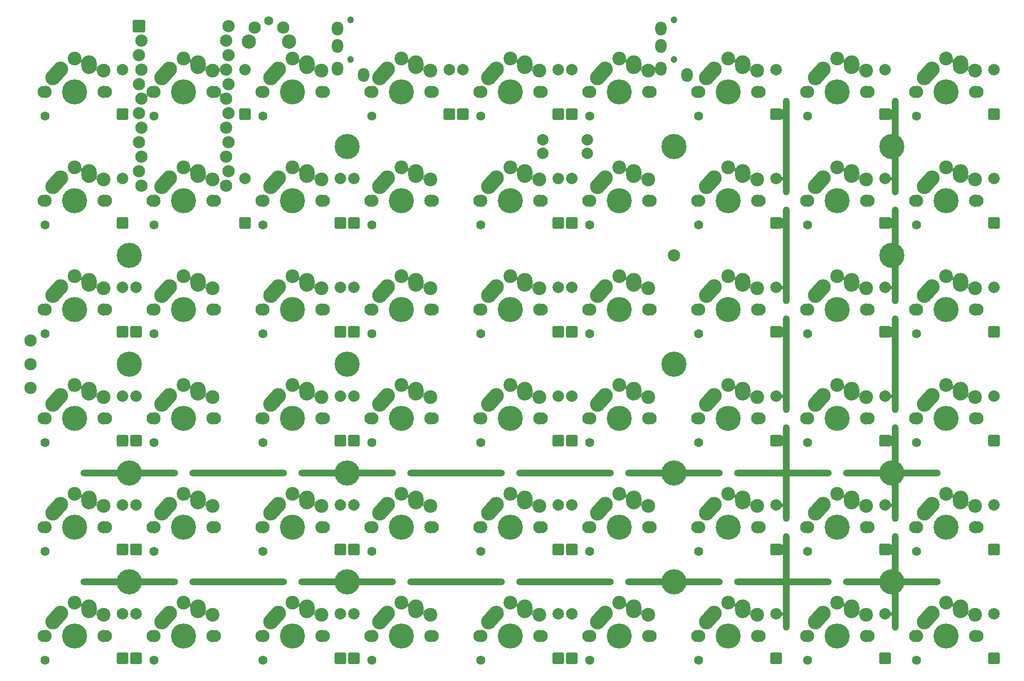
<source format=gbr>
G04 #@! TF.GenerationSoftware,KiCad,Pcbnew,(6.0.11-0)*
G04 #@! TF.CreationDate,2023-02-07T15:52:56-05:00*
G04 #@! TF.ProjectId,bfo9000,62666f39-3030-4302-9e6b-696361645f70,rev?*
G04 #@! TF.SameCoordinates,Original*
G04 #@! TF.FileFunction,Soldermask,Top*
G04 #@! TF.FilePolarity,Negative*
%FSLAX46Y46*%
G04 Gerber Fmt 4.6, Leading zero omitted, Abs format (unit mm)*
G04 Created by KiCad (PCBNEW (6.0.11-0)) date 2023-02-07 15:52:56*
%MOMM*%
%LPD*%
G01*
G04 APERTURE LIST*
G04 Aperture macros list*
%AMRoundRect*
0 Rectangle with rounded corners*
0 $1 Rounding radius*
0 $2 $3 $4 $5 $6 $7 $8 $9 X,Y pos of 4 corners*
0 Add a 4 corners polygon primitive as box body*
4,1,4,$2,$3,$4,$5,$6,$7,$8,$9,$2,$3,0*
0 Add four circle primitives for the rounded corners*
1,1,$1+$1,$2,$3*
1,1,$1+$1,$4,$5*
1,1,$1+$1,$6,$7*
1,1,$1+$1,$8,$9*
0 Add four rect primitives between the rounded corners*
20,1,$1+$1,$2,$3,$4,$5,0*
20,1,$1+$1,$4,$5,$6,$7,0*
20,1,$1+$1,$6,$7,$8,$9,0*
20,1,$1+$1,$8,$9,$2,$3,0*%
%AMHorizOval*
0 Thick line with rounded ends*
0 $1 width*
0 $2 $3 position (X,Y) of the first rounded end (center of the circle)*
0 $4 $5 position (X,Y) of the second rounded end (center of the circle)*
0 Add line between two ends*
20,1,$1,$2,$3,$4,$5,0*
0 Add two circle primitives to create the rounded ends*
1,1,$1,$2,$3*
1,1,$1,$4,$5*%
G04 Aperture macros list end*
%ADD10C,2.152600*%
%ADD11RoundRect,0.200000X-0.876300X0.876300X-0.876300X-0.876300X0.876300X-0.876300X0.876300X0.876300X0*%
%ADD12RoundRect,0.200000X-0.800000X0.800000X-0.800000X-0.800000X0.800000X-0.800000X0.800000X0.800000X0*%
%ADD13C,2.000000*%
%ADD14C,1.600000*%
%ADD15C,2.100000*%
%ADD16C,2.400000*%
%ADD17C,2.150000*%
%ADD18C,2.650000*%
%ADD19C,4.387800*%
%ADD20HorizOval,2.650000X0.654995X0.730004X-0.654995X-0.730004X0*%
%ADD21HorizOval,2.650000X0.019771X0.290016X-0.019771X-0.290016X0*%
%ADD22O,17.068750X1.200000*%
%ADD23O,1.200000X17.068750*%
%ADD24C,4.400000*%
%ADD25C,2.500000*%
%ADD26O,2.000000X2.400000*%
%ADD27C,1.200000*%
G04 APERTURE END LIST*
D10*
X84048664Y-45561300D03*
X68808664Y-73501300D03*
X83591464Y-48101300D03*
X84048664Y-50641300D03*
X83591464Y-53181300D03*
X84048664Y-55721300D03*
X83591464Y-58261300D03*
X84048664Y-60801300D03*
X83591464Y-63341300D03*
X84048664Y-65881300D03*
X83591464Y-68421300D03*
X84048664Y-70961300D03*
X83591464Y-73501300D03*
X68351464Y-70961300D03*
X68808664Y-68421300D03*
X68351464Y-65881300D03*
X68808664Y-63341300D03*
X68351464Y-60801300D03*
X68808664Y-58261300D03*
X68351464Y-55721300D03*
X68808664Y-53181300D03*
X68351464Y-50641300D03*
X68808664Y-48101300D03*
D11*
X68351464Y-45561300D03*
D12*
X65484430Y-61050048D03*
D13*
X65484430Y-53250048D03*
D12*
X86915698Y-61050048D03*
D13*
X86915698Y-53250048D03*
D12*
X122634478Y-61050048D03*
D13*
X122634478Y-53250048D03*
D12*
X125015730Y-61050048D03*
D13*
X125015730Y-53250048D03*
D12*
X141684494Y-61050000D03*
D13*
X141684494Y-53250000D03*
D12*
X144065746Y-61050048D03*
D13*
X144065746Y-53250048D03*
D12*
X179784526Y-61050000D03*
D13*
X179784526Y-53250000D03*
D12*
X198834542Y-61050048D03*
D13*
X198834542Y-53250048D03*
D12*
X217884558Y-61050048D03*
D13*
X217884558Y-53250048D03*
D12*
X65484430Y-80100064D03*
D13*
X65484430Y-72300064D03*
D12*
X86915698Y-80100000D03*
D13*
X86915698Y-72300000D03*
D12*
X103584462Y-80100000D03*
D13*
X103584462Y-72300000D03*
D12*
X105965714Y-80100000D03*
D13*
X105965714Y-72300000D03*
D12*
X141684494Y-80100064D03*
D13*
X141684494Y-72300064D03*
D12*
X144065746Y-80100064D03*
D13*
X144065746Y-72300064D03*
D12*
X179784526Y-80100000D03*
D13*
X179784526Y-72300000D03*
D12*
X198834542Y-80100064D03*
D13*
X198834542Y-72300064D03*
D12*
X217884558Y-80100064D03*
D13*
X217884558Y-72300064D03*
D12*
X65484430Y-99150000D03*
D13*
X65484430Y-91350000D03*
D12*
X67865682Y-99150000D03*
D13*
X67865682Y-91350000D03*
D12*
X105965714Y-99150080D03*
D13*
X105965714Y-91350080D03*
D12*
X141684494Y-99150080D03*
D13*
X141684494Y-91350080D03*
D12*
X144065746Y-99150080D03*
D13*
X144065746Y-91350080D03*
D12*
X179784526Y-99150000D03*
D13*
X179784526Y-91350000D03*
D12*
X198834542Y-99150080D03*
D13*
X198834542Y-91350080D03*
D12*
X217884558Y-99150000D03*
D13*
X217884558Y-91350000D03*
D12*
X65484430Y-118200096D03*
D13*
X65484430Y-110400096D03*
D12*
X67865682Y-118200000D03*
D13*
X67865682Y-110400000D03*
D12*
X103584462Y-118200000D03*
D13*
X103584462Y-110400000D03*
D12*
X105965714Y-118200000D03*
D13*
X105965714Y-110400000D03*
D12*
X141684494Y-118200096D03*
D13*
X141684494Y-110400096D03*
D12*
X144065746Y-118200096D03*
D13*
X144065746Y-110400096D03*
D12*
X179784526Y-118200000D03*
D13*
X179784526Y-110400000D03*
D12*
X198834542Y-118200000D03*
D13*
X198834542Y-110400000D03*
D12*
X217884558Y-118200096D03*
D13*
X217884558Y-110400096D03*
D12*
X65484430Y-137250000D03*
D13*
X65484430Y-129450000D03*
D12*
X67865682Y-137250000D03*
D13*
X67865682Y-129450000D03*
D12*
X103584462Y-137250000D03*
D13*
X103584462Y-129450000D03*
D12*
X105965714Y-137250112D03*
D13*
X105965714Y-129450112D03*
D12*
X141684494Y-137250112D03*
D13*
X141684494Y-129450112D03*
D12*
X144065746Y-137250000D03*
D13*
X144065746Y-129450000D03*
D12*
X179784526Y-137250112D03*
D13*
X179784526Y-129450112D03*
D12*
X198834542Y-137250112D03*
D13*
X198834542Y-129450112D03*
D12*
X217884558Y-137250000D03*
D13*
X217884558Y-129450000D03*
D12*
X65484430Y-156300128D03*
D13*
X65484430Y-148500128D03*
D12*
X67865682Y-156300000D03*
D13*
X67865682Y-148500000D03*
D12*
X103584462Y-156300000D03*
D13*
X103584462Y-148500000D03*
D12*
X105965714Y-156300000D03*
D13*
X105965714Y-148500000D03*
D12*
X141684494Y-156300000D03*
D13*
X141684494Y-148500000D03*
D12*
X144065746Y-156300128D03*
D13*
X144065746Y-148500128D03*
D12*
X179784526Y-156300128D03*
D13*
X179784526Y-148500128D03*
D12*
X198834542Y-156300128D03*
D13*
X198834542Y-148500128D03*
D12*
X217884558Y-156300128D03*
D13*
X217884558Y-148500128D03*
D12*
X103584462Y-99150000D03*
D13*
X103584462Y-91350000D03*
D14*
X90030000Y-80400000D03*
D15*
X100750000Y-76200000D03*
X89750000Y-76200000D03*
D16*
X95250000Y-70300000D03*
X100250000Y-72400000D03*
D17*
X100330000Y-76200000D03*
X90170000Y-76200000D03*
D18*
X92750000Y-72200000D03*
D19*
X95250000Y-76200000D03*
D20*
X92094995Y-72929996D03*
D18*
X97790000Y-71120000D03*
D21*
X97769771Y-71409984D03*
D14*
X128130000Y-61350000D03*
D15*
X138850000Y-57150000D03*
X127850000Y-57150000D03*
D16*
X133350000Y-51250000D03*
X138350000Y-53350000D03*
D17*
X138430000Y-57150000D03*
X128270000Y-57150000D03*
D18*
X130850000Y-53150000D03*
D19*
X133350000Y-57150000D03*
D20*
X130194995Y-53879996D03*
D18*
X135890000Y-52070000D03*
D21*
X135869771Y-52359984D03*
D14*
X51930000Y-61350000D03*
D15*
X62650000Y-57150000D03*
X51650000Y-57150000D03*
D16*
X57150000Y-51250000D03*
X62150000Y-53350000D03*
D17*
X62230000Y-57150000D03*
X52070000Y-57150000D03*
D18*
X54650000Y-53150000D03*
D19*
X57150000Y-57150000D03*
D20*
X53994995Y-53879996D03*
D18*
X59690000Y-52070000D03*
D21*
X59669771Y-52359984D03*
D14*
X70980000Y-61350000D03*
D15*
X81700000Y-57150000D03*
X70700000Y-57150000D03*
D16*
X76200000Y-51250000D03*
X81200000Y-53350000D03*
D17*
X81280000Y-57150000D03*
X71120000Y-57150000D03*
D18*
X73700000Y-53150000D03*
D19*
X76200000Y-57150000D03*
D20*
X73044995Y-53879996D03*
D18*
X78740000Y-52070000D03*
D21*
X78719771Y-52359984D03*
D14*
X90030000Y-61350000D03*
D15*
X100750000Y-57150000D03*
X89750000Y-57150000D03*
D16*
X95250000Y-51250000D03*
X100250000Y-53350000D03*
D17*
X100330000Y-57150000D03*
X90170000Y-57150000D03*
D18*
X92750000Y-53150000D03*
D19*
X95250000Y-57150000D03*
D20*
X92094995Y-53879996D03*
D18*
X97790000Y-52070000D03*
D21*
X97769771Y-52359984D03*
D14*
X109080000Y-61350000D03*
D15*
X119800000Y-57150000D03*
X108800000Y-57150000D03*
D16*
X114300000Y-51250000D03*
X119300000Y-53350000D03*
D17*
X119380000Y-57150000D03*
X109220000Y-57150000D03*
D18*
X111800000Y-53150000D03*
D19*
X114300000Y-57150000D03*
D20*
X111144995Y-53879996D03*
D18*
X116840000Y-52070000D03*
D21*
X116819771Y-52359984D03*
D14*
X166230000Y-61350000D03*
D15*
X176950000Y-57150000D03*
X165950000Y-57150000D03*
D16*
X171450000Y-51250000D03*
X176450000Y-53350000D03*
D17*
X176530000Y-57150000D03*
X166370000Y-57150000D03*
D18*
X168950000Y-53150000D03*
D19*
X171450000Y-57150000D03*
D20*
X168294995Y-53879996D03*
D18*
X173990000Y-52070000D03*
D21*
X173969771Y-52359984D03*
D14*
X185280000Y-61350000D03*
D15*
X196000000Y-57150000D03*
X185000000Y-57150000D03*
D16*
X190500000Y-51250000D03*
X195500000Y-53350000D03*
D17*
X195580000Y-57150000D03*
X185420000Y-57150000D03*
D18*
X188000000Y-53150000D03*
D19*
X190500000Y-57150000D03*
D20*
X187344995Y-53879996D03*
D18*
X193040000Y-52070000D03*
D21*
X193019771Y-52359984D03*
D14*
X204330000Y-61350000D03*
D15*
X215050000Y-57150000D03*
X204050000Y-57150000D03*
D16*
X209550000Y-51250000D03*
X214550000Y-53350000D03*
D17*
X214630000Y-57150000D03*
X204470000Y-57150000D03*
D18*
X207050000Y-53150000D03*
D19*
X209550000Y-57150000D03*
D20*
X206394995Y-53879996D03*
D18*
X212090000Y-52070000D03*
D21*
X212069771Y-52359984D03*
D14*
X51930000Y-80400000D03*
D15*
X62650000Y-76200000D03*
X51650000Y-76200000D03*
D16*
X57150000Y-70300000D03*
X62150000Y-72400000D03*
D17*
X62230000Y-76200000D03*
X52070000Y-76200000D03*
D18*
X54650000Y-72200000D03*
D19*
X57150000Y-76200000D03*
D20*
X53994995Y-72929996D03*
D18*
X59690000Y-71120000D03*
D21*
X59669771Y-71409984D03*
D14*
X70980000Y-80400000D03*
D15*
X81700000Y-76200000D03*
X70700000Y-76200000D03*
D16*
X76200000Y-70300000D03*
X81200000Y-72400000D03*
D17*
X81280000Y-76200000D03*
X71120000Y-76200000D03*
D18*
X73700000Y-72200000D03*
D19*
X76200000Y-76200000D03*
D20*
X73044995Y-72929996D03*
D18*
X78740000Y-71120000D03*
D21*
X78719771Y-71409984D03*
D14*
X109080000Y-80400000D03*
D15*
X119800000Y-76200000D03*
X108800000Y-76200000D03*
D16*
X114300000Y-70300000D03*
X119300000Y-72400000D03*
D17*
X119380000Y-76200000D03*
X109220000Y-76200000D03*
D18*
X111800000Y-72200000D03*
D19*
X114300000Y-76200000D03*
D20*
X111144995Y-72929996D03*
D18*
X116840000Y-71120000D03*
D21*
X116819771Y-71409984D03*
D14*
X128130000Y-80400000D03*
D15*
X138850000Y-76200000D03*
X127850000Y-76200000D03*
D16*
X133350000Y-70300000D03*
X138350000Y-72400000D03*
D17*
X138430000Y-76200000D03*
X128270000Y-76200000D03*
D18*
X130850000Y-72200000D03*
D19*
X133350000Y-76200000D03*
D20*
X130194995Y-72929996D03*
D18*
X135890000Y-71120000D03*
D21*
X135869771Y-71409984D03*
D14*
X147180000Y-80400000D03*
D15*
X157900000Y-76200000D03*
X146900000Y-76200000D03*
D16*
X152400000Y-70300000D03*
X157400000Y-72400000D03*
D17*
X157480000Y-76200000D03*
X147320000Y-76200000D03*
D18*
X149900000Y-72200000D03*
D19*
X152400000Y-76200000D03*
D20*
X149244995Y-72929996D03*
D18*
X154940000Y-71120000D03*
D21*
X154919771Y-71409984D03*
D14*
X166230000Y-80400000D03*
D15*
X176950000Y-76200000D03*
X165950000Y-76200000D03*
D16*
X171450000Y-70300000D03*
X176450000Y-72400000D03*
D17*
X176530000Y-76200000D03*
X166370000Y-76200000D03*
D18*
X168950000Y-72200000D03*
D19*
X171450000Y-76200000D03*
D20*
X168294995Y-72929996D03*
D18*
X173990000Y-71120000D03*
D21*
X173969771Y-71409984D03*
D14*
X185280000Y-80400000D03*
D15*
X196000000Y-76200000D03*
X185000000Y-76200000D03*
D16*
X190500000Y-70300000D03*
X195500000Y-72400000D03*
D17*
X195580000Y-76200000D03*
X185420000Y-76200000D03*
D18*
X188000000Y-72200000D03*
D19*
X190500000Y-76200000D03*
D20*
X187344995Y-72929996D03*
D18*
X193040000Y-71120000D03*
D21*
X193019771Y-71409984D03*
D14*
X204330000Y-80400000D03*
D15*
X215050000Y-76200000D03*
X204050000Y-76200000D03*
D16*
X209550000Y-70300000D03*
X214550000Y-72400000D03*
D17*
X214630000Y-76200000D03*
X204470000Y-76200000D03*
D18*
X207050000Y-72200000D03*
D19*
X209550000Y-76200000D03*
D20*
X206394995Y-72929996D03*
D18*
X212090000Y-71120000D03*
D21*
X212069771Y-71409984D03*
D14*
X51930000Y-99450000D03*
D15*
X62650000Y-95250000D03*
X51650000Y-95250000D03*
D16*
X57150000Y-89350000D03*
X62150000Y-91450000D03*
D17*
X62230000Y-95250000D03*
X52070000Y-95250000D03*
D18*
X54650000Y-91250000D03*
D19*
X57150000Y-95250000D03*
D20*
X53994995Y-91979996D03*
D18*
X59690000Y-90170000D03*
D21*
X59669771Y-90459984D03*
D14*
X70980000Y-99450000D03*
D15*
X81700000Y-95250000D03*
X70700000Y-95250000D03*
D16*
X76200000Y-89350000D03*
X81200000Y-91450000D03*
D17*
X81280000Y-95250000D03*
X71120000Y-95250000D03*
D18*
X73700000Y-91250000D03*
D19*
X76200000Y-95250000D03*
D20*
X73044995Y-91979996D03*
D18*
X78740000Y-90170000D03*
D21*
X78719771Y-90459984D03*
D14*
X90030000Y-99450000D03*
D15*
X100750000Y-95250000D03*
X89750000Y-95250000D03*
D16*
X95250000Y-89350000D03*
X100250000Y-91450000D03*
D17*
X100330000Y-95250000D03*
X90170000Y-95250000D03*
D18*
X92750000Y-91250000D03*
D19*
X95250000Y-95250000D03*
D20*
X92094995Y-91979996D03*
D18*
X97790000Y-90170000D03*
D21*
X97769771Y-90459984D03*
D14*
X109080000Y-99450000D03*
D15*
X119800000Y-95250000D03*
X108800000Y-95250000D03*
D16*
X114300000Y-89350000D03*
X119300000Y-91450000D03*
D17*
X119380000Y-95250000D03*
X109220000Y-95250000D03*
D18*
X111800000Y-91250000D03*
D19*
X114300000Y-95250000D03*
D20*
X111144995Y-91979996D03*
D18*
X116840000Y-90170000D03*
D21*
X116819771Y-90459984D03*
D14*
X128130000Y-99450000D03*
D15*
X138850000Y-95250000D03*
X127850000Y-95250000D03*
D16*
X133350000Y-89350000D03*
X138350000Y-91450000D03*
D17*
X138430000Y-95250000D03*
X128270000Y-95250000D03*
D18*
X130850000Y-91250000D03*
D19*
X133350000Y-95250000D03*
D20*
X130194995Y-91979996D03*
D18*
X135890000Y-90170000D03*
D21*
X135869771Y-90459984D03*
D14*
X147180000Y-99450000D03*
D15*
X157900000Y-95250000D03*
X146900000Y-95250000D03*
D16*
X152400000Y-89350000D03*
X157400000Y-91450000D03*
D17*
X157480000Y-95250000D03*
X147320000Y-95250000D03*
D18*
X149900000Y-91250000D03*
D19*
X152400000Y-95250000D03*
D20*
X149244995Y-91979996D03*
D18*
X154940000Y-90170000D03*
D21*
X154919771Y-90459984D03*
D14*
X166230000Y-99450000D03*
D15*
X176950000Y-95250000D03*
X165950000Y-95250000D03*
D16*
X171450000Y-89350000D03*
X176450000Y-91450000D03*
D17*
X176530000Y-95250000D03*
X166370000Y-95250000D03*
D18*
X168950000Y-91250000D03*
D19*
X171450000Y-95250000D03*
D20*
X168294995Y-91979996D03*
D18*
X173990000Y-90170000D03*
D21*
X173969771Y-90459984D03*
D14*
X185280000Y-99450000D03*
D15*
X196000000Y-95250000D03*
X185000000Y-95250000D03*
D16*
X190500000Y-89350000D03*
X195500000Y-91450000D03*
D17*
X195580000Y-95250000D03*
X185420000Y-95250000D03*
D18*
X188000000Y-91250000D03*
D19*
X190500000Y-95250000D03*
D20*
X187344995Y-91979996D03*
D18*
X193040000Y-90170000D03*
D21*
X193019771Y-90459984D03*
D14*
X204330000Y-99450000D03*
D15*
X215050000Y-95250000D03*
X204050000Y-95250000D03*
D16*
X209550000Y-89350000D03*
X214550000Y-91450000D03*
D17*
X214630000Y-95250000D03*
X204470000Y-95250000D03*
D18*
X207050000Y-91250000D03*
D19*
X209550000Y-95250000D03*
D20*
X206394995Y-91979996D03*
D18*
X212090000Y-90170000D03*
D21*
X212069771Y-90459984D03*
D14*
X51930000Y-118500000D03*
D15*
X62650000Y-114300000D03*
X51650000Y-114300000D03*
D16*
X57150000Y-108400000D03*
X62150000Y-110500000D03*
D17*
X62230000Y-114300000D03*
X52070000Y-114300000D03*
D18*
X54650000Y-110300000D03*
D19*
X57150000Y-114300000D03*
D20*
X53994995Y-111029996D03*
D18*
X59690000Y-109220000D03*
D21*
X59669771Y-109509984D03*
D14*
X70980000Y-118500000D03*
D15*
X81700000Y-114300000D03*
X70700000Y-114300000D03*
D16*
X76200000Y-108400000D03*
X81200000Y-110500000D03*
D17*
X81280000Y-114300000D03*
X71120000Y-114300000D03*
D18*
X73700000Y-110300000D03*
D19*
X76200000Y-114300000D03*
D20*
X73044995Y-111029996D03*
D18*
X78740000Y-109220000D03*
D21*
X78719771Y-109509984D03*
D14*
X90030000Y-118500000D03*
D15*
X100750000Y-114300000D03*
X89750000Y-114300000D03*
D16*
X95250000Y-108400000D03*
X100250000Y-110500000D03*
D17*
X100330000Y-114300000D03*
X90170000Y-114300000D03*
D18*
X92750000Y-110300000D03*
D19*
X95250000Y-114300000D03*
D20*
X92094995Y-111029996D03*
D18*
X97790000Y-109220000D03*
D21*
X97769771Y-109509984D03*
D14*
X109080000Y-118500000D03*
D15*
X119800000Y-114300000D03*
X108800000Y-114300000D03*
D16*
X114300000Y-108400000D03*
X119300000Y-110500000D03*
D17*
X119380000Y-114300000D03*
X109220000Y-114300000D03*
D18*
X111800000Y-110300000D03*
D19*
X114300000Y-114300000D03*
D20*
X111144995Y-111029996D03*
D18*
X116840000Y-109220000D03*
D21*
X116819771Y-109509984D03*
D14*
X128130000Y-118500000D03*
D15*
X138850000Y-114300000D03*
X127850000Y-114300000D03*
D16*
X133350000Y-108400000D03*
X138350000Y-110500000D03*
D17*
X138430000Y-114300000D03*
X128270000Y-114300000D03*
D18*
X130850000Y-110300000D03*
D19*
X133350000Y-114300000D03*
D20*
X130194995Y-111029996D03*
D18*
X135890000Y-109220000D03*
D21*
X135869771Y-109509984D03*
D14*
X147180000Y-118500000D03*
D15*
X157900000Y-114300000D03*
X146900000Y-114300000D03*
D16*
X152400000Y-108400000D03*
X157400000Y-110500000D03*
D17*
X157480000Y-114300000D03*
X147320000Y-114300000D03*
D18*
X149900000Y-110300000D03*
D19*
X152400000Y-114300000D03*
D20*
X149244995Y-111029996D03*
D18*
X154940000Y-109220000D03*
D21*
X154919771Y-109509984D03*
D14*
X166230000Y-118500000D03*
D15*
X176950000Y-114300000D03*
X165950000Y-114300000D03*
D16*
X171450000Y-108400000D03*
X176450000Y-110500000D03*
D17*
X176530000Y-114300000D03*
X166370000Y-114300000D03*
D18*
X168950000Y-110300000D03*
D19*
X171450000Y-114300000D03*
D20*
X168294995Y-111029996D03*
D18*
X173990000Y-109220000D03*
D21*
X173969771Y-109509984D03*
D14*
X185280000Y-118500000D03*
D15*
X196000000Y-114300000D03*
X185000000Y-114300000D03*
D16*
X190500000Y-108400000D03*
X195500000Y-110500000D03*
D17*
X195580000Y-114300000D03*
X185420000Y-114300000D03*
D18*
X188000000Y-110300000D03*
D19*
X190500000Y-114300000D03*
D20*
X187344995Y-111029996D03*
D18*
X193040000Y-109220000D03*
D21*
X193019771Y-109509984D03*
D14*
X204330000Y-118500000D03*
D15*
X215050000Y-114300000D03*
X204050000Y-114300000D03*
D16*
X209550000Y-108400000D03*
X214550000Y-110500000D03*
D17*
X214630000Y-114300000D03*
X204470000Y-114300000D03*
D18*
X207050000Y-110300000D03*
D19*
X209550000Y-114300000D03*
D20*
X206394995Y-111029996D03*
D18*
X212090000Y-109220000D03*
D21*
X212069771Y-109509984D03*
D14*
X51930000Y-137550000D03*
D15*
X62650000Y-133350000D03*
X51650000Y-133350000D03*
D16*
X57150000Y-127450000D03*
X62150000Y-129550000D03*
D17*
X62230000Y-133350000D03*
X52070000Y-133350000D03*
D18*
X54650000Y-129350000D03*
D19*
X57150000Y-133350000D03*
D20*
X53994995Y-130079996D03*
D18*
X59690000Y-128270000D03*
D21*
X59669771Y-128559984D03*
D14*
X70980000Y-137550000D03*
D15*
X81700000Y-133350000D03*
X70700000Y-133350000D03*
D16*
X76200000Y-127450000D03*
X81200000Y-129550000D03*
D17*
X81280000Y-133350000D03*
X71120000Y-133350000D03*
D18*
X73700000Y-129350000D03*
D19*
X76200000Y-133350000D03*
D20*
X73044995Y-130079996D03*
D18*
X78740000Y-128270000D03*
D21*
X78719771Y-128559984D03*
D14*
X90030000Y-137550000D03*
D15*
X100750000Y-133350000D03*
X89750000Y-133350000D03*
D16*
X95250000Y-127450000D03*
X100250000Y-129550000D03*
D17*
X100330000Y-133350000D03*
X90170000Y-133350000D03*
D18*
X92750000Y-129350000D03*
D19*
X95250000Y-133350000D03*
D20*
X92094995Y-130079996D03*
D18*
X97790000Y-128270000D03*
D21*
X97769771Y-128559984D03*
D14*
X109080000Y-137550000D03*
D15*
X119800000Y-133350000D03*
X108800000Y-133350000D03*
D16*
X114300000Y-127450000D03*
X119300000Y-129550000D03*
D17*
X119380000Y-133350000D03*
X109220000Y-133350000D03*
D18*
X111800000Y-129350000D03*
D19*
X114300000Y-133350000D03*
D20*
X111144995Y-130079996D03*
D18*
X116840000Y-128270000D03*
D21*
X116819771Y-128559984D03*
D14*
X128130000Y-137550000D03*
D15*
X138850000Y-133350000D03*
X127850000Y-133350000D03*
D16*
X133350000Y-127450000D03*
X138350000Y-129550000D03*
D17*
X138430000Y-133350000D03*
X128270000Y-133350000D03*
D18*
X130850000Y-129350000D03*
D19*
X133350000Y-133350000D03*
D20*
X130194995Y-130079996D03*
D18*
X135890000Y-128270000D03*
D21*
X135869771Y-128559984D03*
D14*
X147180000Y-137550000D03*
D15*
X157900000Y-133350000D03*
X146900000Y-133350000D03*
D16*
X152400000Y-127450000D03*
X157400000Y-129550000D03*
D17*
X157480000Y-133350000D03*
X147320000Y-133350000D03*
D18*
X149900000Y-129350000D03*
D19*
X152400000Y-133350000D03*
D20*
X149244995Y-130079996D03*
D18*
X154940000Y-128270000D03*
D21*
X154919771Y-128559984D03*
D14*
X166230000Y-137550000D03*
D15*
X176950000Y-133350000D03*
X165950000Y-133350000D03*
D16*
X171450000Y-127450000D03*
X176450000Y-129550000D03*
D17*
X176530000Y-133350000D03*
X166370000Y-133350000D03*
D18*
X168950000Y-129350000D03*
D19*
X171450000Y-133350000D03*
D20*
X168294995Y-130079996D03*
D18*
X173990000Y-128270000D03*
D21*
X173969771Y-128559984D03*
D14*
X185280000Y-137550000D03*
D15*
X196000000Y-133350000D03*
X185000000Y-133350000D03*
D16*
X190500000Y-127450000D03*
X195500000Y-129550000D03*
D17*
X195580000Y-133350000D03*
X185420000Y-133350000D03*
D18*
X188000000Y-129350000D03*
D19*
X190500000Y-133350000D03*
D20*
X187344995Y-130079996D03*
D18*
X193040000Y-128270000D03*
D21*
X193019771Y-128559984D03*
D14*
X204330000Y-137550000D03*
D15*
X215050000Y-133350000D03*
X204050000Y-133350000D03*
D16*
X209550000Y-127450000D03*
X214550000Y-129550000D03*
D17*
X214630000Y-133350000D03*
X204470000Y-133350000D03*
D18*
X207050000Y-129350000D03*
D19*
X209550000Y-133350000D03*
D20*
X206394995Y-130079996D03*
D18*
X212090000Y-128270000D03*
D21*
X212069771Y-128559984D03*
D14*
X51930000Y-156600000D03*
D15*
X62650000Y-152400000D03*
X51650000Y-152400000D03*
D16*
X57150000Y-146500000D03*
X62150000Y-148600000D03*
D17*
X62230000Y-152400000D03*
X52070000Y-152400000D03*
D18*
X54650000Y-148400000D03*
D19*
X57150000Y-152400000D03*
D20*
X53994995Y-149129996D03*
D18*
X59690000Y-147320000D03*
D21*
X59669771Y-147609984D03*
D14*
X70980000Y-156600000D03*
D15*
X81700000Y-152400000D03*
X70700000Y-152400000D03*
D16*
X76200000Y-146500000D03*
X81200000Y-148600000D03*
D17*
X81280000Y-152400000D03*
X71120000Y-152400000D03*
D18*
X73700000Y-148400000D03*
D19*
X76200000Y-152400000D03*
D20*
X73044995Y-149129996D03*
D18*
X78740000Y-147320000D03*
D21*
X78719771Y-147609984D03*
D14*
X90030000Y-156600000D03*
D15*
X100750000Y-152400000D03*
X89750000Y-152400000D03*
D16*
X95250000Y-146500000D03*
X100250000Y-148600000D03*
D17*
X100330000Y-152400000D03*
X90170000Y-152400000D03*
D18*
X92750000Y-148400000D03*
D19*
X95250000Y-152400000D03*
D20*
X92094995Y-149129996D03*
D18*
X97790000Y-147320000D03*
D21*
X97769771Y-147609984D03*
D14*
X109080000Y-156600000D03*
D15*
X119800000Y-152400000D03*
X108800000Y-152400000D03*
D16*
X114300000Y-146500000D03*
X119300000Y-148600000D03*
D17*
X119380000Y-152400000D03*
X109220000Y-152400000D03*
D18*
X111800000Y-148400000D03*
D19*
X114300000Y-152400000D03*
D20*
X111144995Y-149129996D03*
D18*
X116840000Y-147320000D03*
D21*
X116819771Y-147609984D03*
D14*
X128130000Y-156600000D03*
D15*
X138850000Y-152400000D03*
X127850000Y-152400000D03*
D16*
X133350000Y-146500000D03*
X138350000Y-148600000D03*
D17*
X138430000Y-152400000D03*
X128270000Y-152400000D03*
D18*
X130850000Y-148400000D03*
D19*
X133350000Y-152400000D03*
D20*
X130194995Y-149129996D03*
D18*
X135890000Y-147320000D03*
D21*
X135869771Y-147609984D03*
D14*
X147180000Y-156600000D03*
D15*
X157900000Y-152400000D03*
X146900000Y-152400000D03*
D16*
X152400000Y-146500000D03*
X157400000Y-148600000D03*
D17*
X157480000Y-152400000D03*
X147320000Y-152400000D03*
D18*
X149900000Y-148400000D03*
D19*
X152400000Y-152400000D03*
D20*
X149244995Y-149129996D03*
D18*
X154940000Y-147320000D03*
D21*
X154919771Y-147609984D03*
D14*
X166230000Y-156600000D03*
D15*
X176950000Y-152400000D03*
X165950000Y-152400000D03*
D16*
X171450000Y-146500000D03*
X176450000Y-148600000D03*
D17*
X176530000Y-152400000D03*
X166370000Y-152400000D03*
D18*
X168950000Y-148400000D03*
D19*
X171450000Y-152400000D03*
D20*
X168294995Y-149129996D03*
D18*
X173990000Y-147320000D03*
D21*
X173969771Y-147609984D03*
D14*
X185280000Y-156600000D03*
D15*
X196000000Y-152400000D03*
X185000000Y-152400000D03*
D16*
X190500000Y-146500000D03*
X195500000Y-148600000D03*
D17*
X195580000Y-152400000D03*
X185420000Y-152400000D03*
D18*
X188000000Y-148400000D03*
D19*
X190500000Y-152400000D03*
D20*
X187344995Y-149129996D03*
D18*
X193040000Y-147320000D03*
D21*
X193019771Y-147609984D03*
D14*
X204330000Y-156600000D03*
D15*
X215050000Y-152400000D03*
X204050000Y-152400000D03*
D16*
X209550000Y-146500000D03*
X214550000Y-148600000D03*
D17*
X214630000Y-152400000D03*
X204470000Y-152400000D03*
D18*
X207050000Y-148400000D03*
D19*
X209550000Y-152400000D03*
D20*
X206394995Y-149129996D03*
D18*
X212090000Y-147320000D03*
D21*
X212069771Y-147609984D03*
D14*
X147180000Y-61350000D03*
D15*
X157900000Y-57150000D03*
X146900000Y-57150000D03*
D16*
X152400000Y-51250000D03*
X157400000Y-53350000D03*
D17*
X157480000Y-57150000D03*
X147320000Y-57150000D03*
D18*
X149900000Y-53150000D03*
D19*
X152400000Y-57150000D03*
D20*
X149244995Y-53879996D03*
D18*
X154940000Y-52070000D03*
D21*
X154919771Y-52359984D03*
D13*
X146775120Y-67865682D03*
X138975120Y-67865682D03*
X146775120Y-65484430D03*
X138975120Y-65484430D03*
D22*
X200025168Y-123825104D03*
X180975152Y-123825104D03*
X161925000Y-123825000D03*
X142875120Y-123825104D03*
X123825104Y-123825104D03*
X104775088Y-123825104D03*
X85725072Y-123825104D03*
X66675056Y-123825104D03*
D23*
X200620481Y-142875120D03*
X200620481Y-123825104D03*
X200620481Y-104775088D03*
X200620481Y-85725072D03*
X200620481Y-66675056D03*
X181570465Y-66675056D03*
X181570465Y-85725072D03*
X181570465Y-104775088D03*
X181570465Y-123825104D03*
X181570465Y-142874880D03*
D22*
X66675056Y-142875120D03*
X85725072Y-142875120D03*
X104775088Y-142875120D03*
X123825104Y-142875120D03*
X142875120Y-142874880D03*
X161925136Y-142874880D03*
X180975152Y-142874880D03*
X200024832Y-142874880D03*
D24*
X200025168Y-142875120D03*
X200025168Y-66675056D03*
X161925136Y-104775088D03*
X66675056Y-104775088D03*
X104775088Y-104775088D03*
X66675056Y-142875120D03*
X161925000Y-142875000D03*
X104775000Y-142875000D03*
X104775000Y-123825000D03*
X161925000Y-123825000D03*
X161925000Y-66675000D03*
X104775000Y-66675000D03*
X66675000Y-85725000D03*
X66675000Y-123825000D03*
X200025000Y-85725000D03*
X200025000Y-123825000D03*
D25*
X94592889Y-48348475D03*
D17*
X93582889Y-45858475D03*
X88582889Y-45858475D03*
D25*
X87582889Y-48348475D03*
D14*
X91082889Y-44648475D03*
D26*
X103070401Y-49062536D03*
D27*
X105370401Y-44462536D03*
X105370401Y-51462536D03*
D26*
X103070401Y-46062536D03*
X103070401Y-53062536D03*
X107670401Y-54162536D03*
X164225136Y-54162536D03*
X159625136Y-53062536D03*
X159625136Y-46062536D03*
D27*
X161925136Y-51462536D03*
X161925136Y-44462536D03*
D26*
X159625136Y-49062536D03*
D10*
X161925136Y-85725072D03*
X49410979Y-104775088D03*
X49410979Y-108942279D03*
X49410979Y-100607897D03*
G36*
X180715200Y-148132528D02*
G01*
X180719409Y-148141063D01*
X180719540Y-148141405D01*
X180727007Y-148167883D01*
X180763984Y-148226798D01*
X180826670Y-148256241D01*
X180895328Y-148247119D01*
X180948146Y-148202333D01*
X180968549Y-148134198D01*
X180970004Y-148132826D01*
X180971920Y-148133400D01*
X180972465Y-148134772D01*
X180972465Y-148859896D01*
X180971465Y-148861628D01*
X180969465Y-148861628D01*
X180968546Y-148860459D01*
X180948869Y-148793444D01*
X180896526Y-148748089D01*
X180827973Y-148738232D01*
X180764954Y-148767012D01*
X180728909Y-148820612D01*
X180727024Y-148826165D01*
X180725520Y-148827484D01*
X180723626Y-148826841D01*
X180723232Y-148824891D01*
X180757716Y-148721229D01*
X180782138Y-148527914D01*
X180782525Y-148500206D01*
X180763511Y-148306288D01*
X180711491Y-148133991D01*
X180711948Y-148132044D01*
X180713863Y-148131466D01*
X180715200Y-148132528D01*
G37*
G36*
X199765216Y-148132528D02*
G01*
X199769425Y-148141063D01*
X199769556Y-148141405D01*
X199777023Y-148167883D01*
X199814000Y-148226798D01*
X199876686Y-148256241D01*
X199945344Y-148247119D01*
X199998162Y-148202333D01*
X200018565Y-148134198D01*
X200020020Y-148132826D01*
X200021936Y-148133400D01*
X200022481Y-148134772D01*
X200022481Y-148859896D01*
X200021481Y-148861628D01*
X200019481Y-148861628D01*
X200018562Y-148860459D01*
X199998885Y-148793444D01*
X199946542Y-148748089D01*
X199877989Y-148738232D01*
X199814970Y-148767012D01*
X199778925Y-148820612D01*
X199777040Y-148826165D01*
X199775536Y-148827484D01*
X199773642Y-148826841D01*
X199773248Y-148824891D01*
X199807732Y-148721229D01*
X199832154Y-148527914D01*
X199832541Y-148500206D01*
X199813527Y-148306288D01*
X199761507Y-148133991D01*
X199761964Y-148132044D01*
X199763879Y-148131466D01*
X199765216Y-148132528D01*
G37*
G36*
X99087815Y-147771829D02*
G01*
X99088653Y-147773057D01*
X99103727Y-147841253D01*
X99152861Y-147890061D01*
X99220586Y-147904557D01*
X99285525Y-147880090D01*
X99312254Y-147852406D01*
X99329472Y-147827818D01*
X99329696Y-147827551D01*
X99353744Y-147803503D01*
X99355676Y-147802985D01*
X99357090Y-147804399D01*
X99356729Y-147806155D01*
X99245279Y-147947528D01*
X99143201Y-148141548D01*
X99078187Y-148350924D01*
X99052419Y-148568638D01*
X99062105Y-148716420D01*
X99061220Y-148718214D01*
X99059224Y-148718345D01*
X99058246Y-148717280D01*
X99033531Y-148654095D01*
X98977436Y-148613475D01*
X98908284Y-148609632D01*
X98848537Y-148643497D01*
X98846537Y-148643481D01*
X98845551Y-148641741D01*
X98845995Y-148640501D01*
X98848099Y-148637894D01*
X98959552Y-148435997D01*
X99034250Y-148217819D01*
X99069943Y-147989891D01*
X99084705Y-147773353D01*
X99085820Y-147771693D01*
X99087815Y-147771829D01*
G37*
G36*
X118137815Y-147771829D02*
G01*
X118138653Y-147773057D01*
X118153727Y-147841253D01*
X118202861Y-147890061D01*
X118270586Y-147904557D01*
X118335525Y-147880090D01*
X118362254Y-147852406D01*
X118379472Y-147827818D01*
X118379696Y-147827551D01*
X118403744Y-147803503D01*
X118405676Y-147802985D01*
X118407090Y-147804399D01*
X118406729Y-147806155D01*
X118295279Y-147947528D01*
X118193201Y-148141548D01*
X118128187Y-148350924D01*
X118102419Y-148568638D01*
X118112105Y-148716420D01*
X118111220Y-148718214D01*
X118109224Y-148718345D01*
X118108246Y-148717280D01*
X118083531Y-148654095D01*
X118027436Y-148613475D01*
X117958284Y-148609632D01*
X117898537Y-148643497D01*
X117896537Y-148643481D01*
X117895551Y-148641741D01*
X117895995Y-148640501D01*
X117898099Y-148637894D01*
X118009552Y-148435997D01*
X118084250Y-148217819D01*
X118119943Y-147989891D01*
X118134705Y-147773353D01*
X118135820Y-147771693D01*
X118137815Y-147771829D01*
G37*
G36*
X137187815Y-147771829D02*
G01*
X137188653Y-147773057D01*
X137203727Y-147841253D01*
X137252861Y-147890061D01*
X137320586Y-147904557D01*
X137385525Y-147880090D01*
X137412254Y-147852406D01*
X137429472Y-147827818D01*
X137429696Y-147827551D01*
X137453744Y-147803503D01*
X137455676Y-147802985D01*
X137457090Y-147804399D01*
X137456729Y-147806155D01*
X137345279Y-147947528D01*
X137243201Y-148141548D01*
X137178187Y-148350924D01*
X137152419Y-148568638D01*
X137162105Y-148716420D01*
X137161220Y-148718214D01*
X137159224Y-148718345D01*
X137158246Y-148717280D01*
X137133531Y-148654095D01*
X137077436Y-148613475D01*
X137008284Y-148609632D01*
X136948537Y-148643497D01*
X136946537Y-148643481D01*
X136945551Y-148641741D01*
X136945995Y-148640501D01*
X136948099Y-148637894D01*
X137059552Y-148435997D01*
X137134250Y-148217819D01*
X137169943Y-147989891D01*
X137184705Y-147773353D01*
X137185820Y-147771693D01*
X137187815Y-147771829D01*
G37*
G36*
X156237815Y-147771829D02*
G01*
X156238653Y-147773057D01*
X156253727Y-147841253D01*
X156302861Y-147890061D01*
X156370586Y-147904557D01*
X156435525Y-147880090D01*
X156462254Y-147852406D01*
X156479472Y-147827818D01*
X156479696Y-147827551D01*
X156503744Y-147803503D01*
X156505676Y-147802985D01*
X156507090Y-147804399D01*
X156506729Y-147806155D01*
X156395279Y-147947528D01*
X156293201Y-148141548D01*
X156228187Y-148350924D01*
X156202419Y-148568638D01*
X156212105Y-148716420D01*
X156211220Y-148718214D01*
X156209224Y-148718345D01*
X156208246Y-148717280D01*
X156183531Y-148654095D01*
X156127436Y-148613475D01*
X156058284Y-148609632D01*
X155998537Y-148643497D01*
X155996537Y-148643481D01*
X155995551Y-148641741D01*
X155995995Y-148640501D01*
X155998099Y-148637894D01*
X156109552Y-148435997D01*
X156184250Y-148217819D01*
X156219943Y-147989891D01*
X156234705Y-147773353D01*
X156235820Y-147771693D01*
X156237815Y-147771829D01*
G37*
G36*
X80037815Y-147771829D02*
G01*
X80038653Y-147773057D01*
X80053727Y-147841253D01*
X80102861Y-147890061D01*
X80170586Y-147904557D01*
X80235525Y-147880090D01*
X80262254Y-147852406D01*
X80279472Y-147827818D01*
X80279696Y-147827551D01*
X80303744Y-147803503D01*
X80305676Y-147802985D01*
X80307090Y-147804399D01*
X80306729Y-147806155D01*
X80195279Y-147947528D01*
X80093201Y-148141548D01*
X80028187Y-148350924D01*
X80002419Y-148568638D01*
X80012105Y-148716420D01*
X80011220Y-148718214D01*
X80009224Y-148718345D01*
X80008246Y-148717280D01*
X79983531Y-148654095D01*
X79927436Y-148613475D01*
X79858284Y-148609632D01*
X79798537Y-148643497D01*
X79796537Y-148643481D01*
X79795551Y-148641741D01*
X79795995Y-148640501D01*
X79798099Y-148637894D01*
X79909552Y-148435997D01*
X79984250Y-148217819D01*
X80019943Y-147989891D01*
X80034705Y-147773353D01*
X80035820Y-147771693D01*
X80037815Y-147771829D01*
G37*
G36*
X175287815Y-147771829D02*
G01*
X175288653Y-147773057D01*
X175303727Y-147841253D01*
X175352861Y-147890061D01*
X175420586Y-147904557D01*
X175485525Y-147880090D01*
X175512254Y-147852406D01*
X175529472Y-147827818D01*
X175529696Y-147827551D01*
X175553744Y-147803503D01*
X175555676Y-147802985D01*
X175557090Y-147804399D01*
X175556729Y-147806155D01*
X175445279Y-147947528D01*
X175343201Y-148141548D01*
X175278187Y-148350924D01*
X175252419Y-148568638D01*
X175262105Y-148716420D01*
X175261220Y-148718214D01*
X175259224Y-148718345D01*
X175258246Y-148717280D01*
X175233531Y-148654095D01*
X175177436Y-148613475D01*
X175108284Y-148609632D01*
X175048537Y-148643497D01*
X175046537Y-148643481D01*
X175045551Y-148641741D01*
X175045995Y-148640501D01*
X175048099Y-148637894D01*
X175159552Y-148435997D01*
X175234250Y-148217819D01*
X175269943Y-147989891D01*
X175284705Y-147773353D01*
X175285820Y-147771693D01*
X175287815Y-147771829D01*
G37*
G36*
X194337815Y-147771829D02*
G01*
X194338653Y-147773057D01*
X194353727Y-147841253D01*
X194402861Y-147890061D01*
X194470586Y-147904557D01*
X194535525Y-147880090D01*
X194562254Y-147852406D01*
X194579472Y-147827818D01*
X194579696Y-147827551D01*
X194603744Y-147803503D01*
X194605676Y-147802985D01*
X194607090Y-147804399D01*
X194606729Y-147806155D01*
X194495279Y-147947528D01*
X194393201Y-148141548D01*
X194328187Y-148350924D01*
X194302419Y-148568638D01*
X194312105Y-148716420D01*
X194311220Y-148718214D01*
X194309224Y-148718345D01*
X194308246Y-148717280D01*
X194283531Y-148654095D01*
X194227436Y-148613475D01*
X194158284Y-148609632D01*
X194098537Y-148643497D01*
X194096537Y-148643481D01*
X194095551Y-148641741D01*
X194095995Y-148640501D01*
X194098099Y-148637894D01*
X194209552Y-148435997D01*
X194284250Y-148217819D01*
X194319943Y-147989891D01*
X194334705Y-147773353D01*
X194335820Y-147771693D01*
X194337815Y-147771829D01*
G37*
G36*
X213387815Y-147771829D02*
G01*
X213388653Y-147773057D01*
X213403727Y-147841253D01*
X213452861Y-147890061D01*
X213520586Y-147904557D01*
X213585525Y-147880090D01*
X213612254Y-147852406D01*
X213629472Y-147827818D01*
X213629696Y-147827551D01*
X213653744Y-147803503D01*
X213655676Y-147802985D01*
X213657090Y-147804399D01*
X213656729Y-147806155D01*
X213545279Y-147947528D01*
X213443201Y-148141548D01*
X213378187Y-148350924D01*
X213352419Y-148568638D01*
X213362105Y-148716420D01*
X213361220Y-148718214D01*
X213359224Y-148718345D01*
X213358246Y-148717280D01*
X213333531Y-148654095D01*
X213277436Y-148613475D01*
X213208284Y-148609632D01*
X213148537Y-148643497D01*
X213146537Y-148643481D01*
X213145551Y-148641741D01*
X213145995Y-148640501D01*
X213148099Y-148637894D01*
X213259552Y-148435997D01*
X213334250Y-148217819D01*
X213369943Y-147989891D01*
X213384705Y-147773353D01*
X213385820Y-147771693D01*
X213387815Y-147771829D01*
G37*
G36*
X60987815Y-147771829D02*
G01*
X60988653Y-147773057D01*
X61003727Y-147841253D01*
X61052861Y-147890061D01*
X61120586Y-147904557D01*
X61185525Y-147880090D01*
X61212254Y-147852406D01*
X61229472Y-147827818D01*
X61229696Y-147827551D01*
X61253744Y-147803503D01*
X61255676Y-147802985D01*
X61257090Y-147804399D01*
X61256729Y-147806155D01*
X61145279Y-147947528D01*
X61043201Y-148141548D01*
X60978187Y-148350924D01*
X60952419Y-148568638D01*
X60962105Y-148716420D01*
X60961220Y-148718214D01*
X60959224Y-148718345D01*
X60958246Y-148717280D01*
X60933531Y-148654095D01*
X60877436Y-148613475D01*
X60808284Y-148609632D01*
X60748537Y-148643497D01*
X60746537Y-148643481D01*
X60745551Y-148641741D01*
X60745995Y-148640501D01*
X60748099Y-148637894D01*
X60859552Y-148435997D01*
X60934250Y-148217819D01*
X60969943Y-147989891D01*
X60984705Y-147773353D01*
X60985820Y-147771693D01*
X60987815Y-147771829D01*
G37*
G36*
X77400185Y-146531109D02*
G01*
X77401101Y-146532420D01*
X77413130Y-146592271D01*
X77461320Y-146642014D01*
X77528752Y-146657807D01*
X77594087Y-146634612D01*
X77629822Y-146594143D01*
X77633241Y-146587923D01*
X77633422Y-146587649D01*
X77634775Y-146585929D01*
X77636632Y-146585186D01*
X77638204Y-146586423D01*
X77638098Y-146588133D01*
X77617918Y-146624689D01*
X77617805Y-146624869D01*
X77594256Y-146658501D01*
X77567101Y-146716735D01*
X77567039Y-146716857D01*
X77529990Y-146783972D01*
X77514118Y-146830331D01*
X77514039Y-146830528D01*
X77496794Y-146867510D01*
X77480268Y-146929187D01*
X77480228Y-146929317D01*
X77455292Y-147002149D01*
X77447678Y-147050769D01*
X77447634Y-147050978D01*
X77437106Y-147090268D01*
X77431560Y-147153661D01*
X77431544Y-147153796D01*
X77419599Y-147230077D01*
X77418162Y-147251146D01*
X77417047Y-147252806D01*
X77415051Y-147252670D01*
X77414214Y-147251442D01*
X77399140Y-147183244D01*
X77350006Y-147134436D01*
X77282281Y-147119940D01*
X77217342Y-147144407D01*
X77202064Y-147160231D01*
X77200141Y-147160783D01*
X77198703Y-147159393D01*
X77198880Y-147157865D01*
X77294420Y-146987268D01*
X77364892Y-146779663D01*
X77396359Y-146562633D01*
X77397141Y-146532762D01*
X77398186Y-146531056D01*
X77400185Y-146531109D01*
G37*
G36*
X191700185Y-146531109D02*
G01*
X191701101Y-146532420D01*
X191713130Y-146592271D01*
X191761320Y-146642014D01*
X191828752Y-146657807D01*
X191894087Y-146634612D01*
X191929822Y-146594143D01*
X191933241Y-146587923D01*
X191933422Y-146587649D01*
X191934775Y-146585929D01*
X191936632Y-146585186D01*
X191938204Y-146586423D01*
X191938098Y-146588133D01*
X191917918Y-146624689D01*
X191917805Y-146624869D01*
X191894256Y-146658501D01*
X191867101Y-146716735D01*
X191867039Y-146716857D01*
X191829990Y-146783972D01*
X191814118Y-146830331D01*
X191814039Y-146830528D01*
X191796794Y-146867510D01*
X191780268Y-146929187D01*
X191780228Y-146929317D01*
X191755292Y-147002149D01*
X191747678Y-147050769D01*
X191747634Y-147050978D01*
X191737106Y-147090268D01*
X191731560Y-147153661D01*
X191731544Y-147153796D01*
X191719599Y-147230077D01*
X191718162Y-147251146D01*
X191717047Y-147252806D01*
X191715051Y-147252670D01*
X191714214Y-147251442D01*
X191699140Y-147183244D01*
X191650006Y-147134436D01*
X191582281Y-147119940D01*
X191517342Y-147144407D01*
X191502064Y-147160231D01*
X191500141Y-147160783D01*
X191498703Y-147159393D01*
X191498880Y-147157865D01*
X191594420Y-146987268D01*
X191664892Y-146779663D01*
X191696359Y-146562633D01*
X191697141Y-146532762D01*
X191698186Y-146531056D01*
X191700185Y-146531109D01*
G37*
G36*
X172650185Y-146531109D02*
G01*
X172651101Y-146532420D01*
X172663130Y-146592271D01*
X172711320Y-146642014D01*
X172778752Y-146657807D01*
X172844087Y-146634612D01*
X172879822Y-146594143D01*
X172883241Y-146587923D01*
X172883422Y-146587649D01*
X172884775Y-146585929D01*
X172886632Y-146585186D01*
X172888204Y-146586423D01*
X172888098Y-146588133D01*
X172867918Y-146624689D01*
X172867805Y-146624869D01*
X172844256Y-146658501D01*
X172817101Y-146716735D01*
X172817039Y-146716857D01*
X172779990Y-146783972D01*
X172764118Y-146830331D01*
X172764039Y-146830528D01*
X172746794Y-146867510D01*
X172730268Y-146929187D01*
X172730228Y-146929317D01*
X172705292Y-147002149D01*
X172697678Y-147050769D01*
X172697634Y-147050978D01*
X172687106Y-147090268D01*
X172681560Y-147153661D01*
X172681544Y-147153796D01*
X172669599Y-147230077D01*
X172668162Y-147251146D01*
X172667047Y-147252806D01*
X172665051Y-147252670D01*
X172664214Y-147251442D01*
X172649140Y-147183244D01*
X172600006Y-147134436D01*
X172532281Y-147119940D01*
X172467342Y-147144407D01*
X172452064Y-147160231D01*
X172450141Y-147160783D01*
X172448703Y-147159393D01*
X172448880Y-147157865D01*
X172544420Y-146987268D01*
X172614892Y-146779663D01*
X172646359Y-146562633D01*
X172647141Y-146532762D01*
X172648186Y-146531056D01*
X172650185Y-146531109D01*
G37*
G36*
X210750185Y-146531109D02*
G01*
X210751101Y-146532420D01*
X210763130Y-146592271D01*
X210811320Y-146642014D01*
X210878752Y-146657807D01*
X210944087Y-146634612D01*
X210979822Y-146594143D01*
X210983241Y-146587923D01*
X210983422Y-146587649D01*
X210984775Y-146585929D01*
X210986632Y-146585186D01*
X210988204Y-146586423D01*
X210988098Y-146588133D01*
X210967918Y-146624689D01*
X210967805Y-146624869D01*
X210944256Y-146658501D01*
X210917101Y-146716735D01*
X210917039Y-146716857D01*
X210879990Y-146783972D01*
X210864118Y-146830331D01*
X210864039Y-146830528D01*
X210846794Y-146867510D01*
X210830268Y-146929187D01*
X210830228Y-146929317D01*
X210805292Y-147002149D01*
X210797678Y-147050769D01*
X210797634Y-147050978D01*
X210787106Y-147090268D01*
X210781560Y-147153661D01*
X210781544Y-147153796D01*
X210769599Y-147230077D01*
X210768162Y-147251146D01*
X210767047Y-147252806D01*
X210765051Y-147252670D01*
X210764214Y-147251442D01*
X210749140Y-147183244D01*
X210700006Y-147134436D01*
X210632281Y-147119940D01*
X210567342Y-147144407D01*
X210552064Y-147160231D01*
X210550141Y-147160783D01*
X210548703Y-147159393D01*
X210548880Y-147157865D01*
X210644420Y-146987268D01*
X210714892Y-146779663D01*
X210746359Y-146562633D01*
X210747141Y-146532762D01*
X210748186Y-146531056D01*
X210750185Y-146531109D01*
G37*
G36*
X58350185Y-146531109D02*
G01*
X58351101Y-146532420D01*
X58363130Y-146592271D01*
X58411320Y-146642014D01*
X58478752Y-146657807D01*
X58544087Y-146634612D01*
X58579822Y-146594143D01*
X58583241Y-146587923D01*
X58583422Y-146587649D01*
X58584775Y-146585929D01*
X58586632Y-146585186D01*
X58588204Y-146586423D01*
X58588098Y-146588133D01*
X58567918Y-146624689D01*
X58567805Y-146624869D01*
X58544256Y-146658501D01*
X58517101Y-146716735D01*
X58517039Y-146716857D01*
X58479990Y-146783972D01*
X58464118Y-146830331D01*
X58464039Y-146830528D01*
X58446794Y-146867510D01*
X58430268Y-146929187D01*
X58430228Y-146929317D01*
X58405292Y-147002149D01*
X58397678Y-147050769D01*
X58397634Y-147050978D01*
X58387106Y-147090268D01*
X58381560Y-147153661D01*
X58381544Y-147153796D01*
X58369599Y-147230077D01*
X58368162Y-147251146D01*
X58367047Y-147252806D01*
X58365051Y-147252670D01*
X58364214Y-147251442D01*
X58349140Y-147183244D01*
X58300006Y-147134436D01*
X58232281Y-147119940D01*
X58167342Y-147144407D01*
X58152064Y-147160231D01*
X58150141Y-147160783D01*
X58148703Y-147159393D01*
X58148880Y-147157865D01*
X58244420Y-146987268D01*
X58314892Y-146779663D01*
X58346359Y-146562633D01*
X58347141Y-146532762D01*
X58348186Y-146531056D01*
X58350185Y-146531109D01*
G37*
G36*
X153600185Y-146531109D02*
G01*
X153601101Y-146532420D01*
X153613130Y-146592271D01*
X153661320Y-146642014D01*
X153728752Y-146657807D01*
X153794087Y-146634612D01*
X153829822Y-146594143D01*
X153833241Y-146587923D01*
X153833422Y-146587649D01*
X153834775Y-146585929D01*
X153836632Y-146585186D01*
X153838204Y-146586423D01*
X153838098Y-146588133D01*
X153817918Y-146624689D01*
X153817805Y-146624869D01*
X153794256Y-146658501D01*
X153767101Y-146716735D01*
X153767039Y-146716857D01*
X153729990Y-146783972D01*
X153714118Y-146830331D01*
X153714039Y-146830528D01*
X153696794Y-146867510D01*
X153680268Y-146929187D01*
X153680228Y-146929317D01*
X153655292Y-147002149D01*
X153647678Y-147050769D01*
X153647634Y-147050978D01*
X153637106Y-147090268D01*
X153631560Y-147153661D01*
X153631544Y-147153796D01*
X153619599Y-147230077D01*
X153618162Y-147251146D01*
X153617047Y-147252806D01*
X153615051Y-147252670D01*
X153614214Y-147251442D01*
X153599140Y-147183244D01*
X153550006Y-147134436D01*
X153482281Y-147119940D01*
X153417342Y-147144407D01*
X153402064Y-147160231D01*
X153400141Y-147160783D01*
X153398703Y-147159393D01*
X153398880Y-147157865D01*
X153494420Y-146987268D01*
X153564892Y-146779663D01*
X153596359Y-146562633D01*
X153597141Y-146532762D01*
X153598186Y-146531056D01*
X153600185Y-146531109D01*
G37*
G36*
X134550185Y-146531109D02*
G01*
X134551101Y-146532420D01*
X134563130Y-146592271D01*
X134611320Y-146642014D01*
X134678752Y-146657807D01*
X134744087Y-146634612D01*
X134779822Y-146594143D01*
X134783241Y-146587923D01*
X134783422Y-146587649D01*
X134784775Y-146585929D01*
X134786632Y-146585186D01*
X134788204Y-146586423D01*
X134788098Y-146588133D01*
X134767918Y-146624689D01*
X134767805Y-146624869D01*
X134744256Y-146658501D01*
X134717101Y-146716735D01*
X134717039Y-146716857D01*
X134679990Y-146783972D01*
X134664118Y-146830331D01*
X134664039Y-146830528D01*
X134646794Y-146867510D01*
X134630268Y-146929187D01*
X134630228Y-146929317D01*
X134605292Y-147002149D01*
X134597678Y-147050769D01*
X134597634Y-147050978D01*
X134587106Y-147090268D01*
X134581560Y-147153661D01*
X134581544Y-147153796D01*
X134569599Y-147230077D01*
X134568162Y-147251146D01*
X134567047Y-147252806D01*
X134565051Y-147252670D01*
X134564214Y-147251442D01*
X134549140Y-147183244D01*
X134500006Y-147134436D01*
X134432281Y-147119940D01*
X134367342Y-147144407D01*
X134352064Y-147160231D01*
X134350141Y-147160783D01*
X134348703Y-147159393D01*
X134348880Y-147157865D01*
X134444420Y-146987268D01*
X134514892Y-146779663D01*
X134546359Y-146562633D01*
X134547141Y-146532762D01*
X134548186Y-146531056D01*
X134550185Y-146531109D01*
G37*
G36*
X115500185Y-146531109D02*
G01*
X115501101Y-146532420D01*
X115513130Y-146592271D01*
X115561320Y-146642014D01*
X115628752Y-146657807D01*
X115694087Y-146634612D01*
X115729822Y-146594143D01*
X115733241Y-146587923D01*
X115733422Y-146587649D01*
X115734775Y-146585929D01*
X115736632Y-146585186D01*
X115738204Y-146586423D01*
X115738098Y-146588133D01*
X115717918Y-146624689D01*
X115717805Y-146624869D01*
X115694256Y-146658501D01*
X115667101Y-146716735D01*
X115667039Y-146716857D01*
X115629990Y-146783972D01*
X115614118Y-146830331D01*
X115614039Y-146830528D01*
X115596794Y-146867510D01*
X115580268Y-146929187D01*
X115580228Y-146929317D01*
X115555292Y-147002149D01*
X115547678Y-147050769D01*
X115547634Y-147050978D01*
X115537106Y-147090268D01*
X115531560Y-147153661D01*
X115531544Y-147153796D01*
X115519599Y-147230077D01*
X115518162Y-147251146D01*
X115517047Y-147252806D01*
X115515051Y-147252670D01*
X115514214Y-147251442D01*
X115499140Y-147183244D01*
X115450006Y-147134436D01*
X115382281Y-147119940D01*
X115317342Y-147144407D01*
X115302064Y-147160231D01*
X115300141Y-147160783D01*
X115298703Y-147159393D01*
X115298880Y-147157865D01*
X115394420Y-146987268D01*
X115464892Y-146779663D01*
X115496359Y-146562633D01*
X115497141Y-146532762D01*
X115498186Y-146531056D01*
X115500185Y-146531109D01*
G37*
G36*
X96450185Y-146531109D02*
G01*
X96451101Y-146532420D01*
X96463130Y-146592271D01*
X96511320Y-146642014D01*
X96578752Y-146657807D01*
X96644087Y-146634612D01*
X96679822Y-146594143D01*
X96683241Y-146587923D01*
X96683422Y-146587649D01*
X96684775Y-146585929D01*
X96686632Y-146585186D01*
X96688204Y-146586423D01*
X96688098Y-146588133D01*
X96667918Y-146624689D01*
X96667805Y-146624869D01*
X96644256Y-146658501D01*
X96617101Y-146716735D01*
X96617039Y-146716857D01*
X96579990Y-146783972D01*
X96564118Y-146830331D01*
X96564039Y-146830528D01*
X96546794Y-146867510D01*
X96530268Y-146929187D01*
X96530228Y-146929317D01*
X96505292Y-147002149D01*
X96497678Y-147050769D01*
X96497634Y-147050978D01*
X96487106Y-147090268D01*
X96481560Y-147153661D01*
X96481544Y-147153796D01*
X96469599Y-147230077D01*
X96468162Y-147251146D01*
X96467047Y-147252806D01*
X96465051Y-147252670D01*
X96464214Y-147251442D01*
X96449140Y-147183244D01*
X96400006Y-147134436D01*
X96332281Y-147119940D01*
X96267342Y-147144407D01*
X96252064Y-147160231D01*
X96250141Y-147160783D01*
X96248703Y-147159393D01*
X96248880Y-147157865D01*
X96344420Y-146987268D01*
X96414892Y-146779663D01*
X96446359Y-146562633D01*
X96447141Y-146532762D01*
X96448186Y-146531056D01*
X96450185Y-146531109D01*
G37*
G36*
X180971526Y-136256721D02*
G01*
X180972465Y-136258416D01*
X180972465Y-138241808D01*
X180971465Y-138243540D01*
X180969465Y-138243540D01*
X180968546Y-138242371D01*
X180948869Y-138175356D01*
X180896526Y-138130001D01*
X180827973Y-138120144D01*
X180764736Y-138149024D01*
X180758455Y-138154871D01*
X180741421Y-138171905D01*
X180739489Y-138172423D01*
X180738075Y-138171009D01*
X180738344Y-138169380D01*
X180767417Y-138125870D01*
X180782526Y-138049913D01*
X180782526Y-136450311D01*
X180767417Y-136374354D01*
X180738344Y-136330844D01*
X180738213Y-136328848D01*
X180739876Y-136327737D01*
X180741421Y-136328319D01*
X180758289Y-136345187D01*
X180819338Y-136378521D01*
X180888420Y-136373581D01*
X180943864Y-136332076D01*
X180968160Y-136266938D01*
X180968466Y-136258345D01*
X180969527Y-136256649D01*
X180971526Y-136256721D01*
G37*
G36*
X200021542Y-136256721D02*
G01*
X200022481Y-136258416D01*
X200022481Y-138241808D01*
X200021481Y-138243540D01*
X200019481Y-138243540D01*
X200018562Y-138242371D01*
X199998885Y-138175356D01*
X199946542Y-138130001D01*
X199877989Y-138120144D01*
X199814752Y-138149024D01*
X199808471Y-138154871D01*
X199791437Y-138171905D01*
X199789505Y-138172423D01*
X199788091Y-138171009D01*
X199788360Y-138169380D01*
X199817433Y-138125870D01*
X199832542Y-138049913D01*
X199832542Y-136450311D01*
X199817433Y-136374354D01*
X199788360Y-136330844D01*
X199788229Y-136328848D01*
X199789892Y-136327737D01*
X199791437Y-136328319D01*
X199808305Y-136345187D01*
X199869354Y-136378521D01*
X199938436Y-136373581D01*
X199993880Y-136332076D01*
X200018176Y-136266938D01*
X200018482Y-136258345D01*
X200019543Y-136256649D01*
X200021542Y-136256721D01*
G37*
G36*
X180715200Y-129082512D02*
G01*
X180719409Y-129091047D01*
X180719540Y-129091389D01*
X180727007Y-129117867D01*
X180763984Y-129176782D01*
X180826670Y-129206225D01*
X180895328Y-129197103D01*
X180948146Y-129152317D01*
X180968549Y-129084182D01*
X180970004Y-129082810D01*
X180971920Y-129083384D01*
X180972465Y-129084756D01*
X180972465Y-129809880D01*
X180971465Y-129811612D01*
X180969465Y-129811612D01*
X180968546Y-129810443D01*
X180948869Y-129743428D01*
X180896526Y-129698073D01*
X180827973Y-129688216D01*
X180764954Y-129716996D01*
X180728909Y-129770596D01*
X180727024Y-129776149D01*
X180725520Y-129777468D01*
X180723626Y-129776825D01*
X180723232Y-129774875D01*
X180757716Y-129671213D01*
X180782138Y-129477898D01*
X180782525Y-129450190D01*
X180763511Y-129256272D01*
X180711491Y-129083975D01*
X180711948Y-129082028D01*
X180713863Y-129081450D01*
X180715200Y-129082512D01*
G37*
G36*
X199765216Y-129082512D02*
G01*
X199769425Y-129091047D01*
X199769556Y-129091389D01*
X199777023Y-129117867D01*
X199814000Y-129176782D01*
X199876686Y-129206225D01*
X199945344Y-129197103D01*
X199998162Y-129152317D01*
X200018565Y-129084182D01*
X200020020Y-129082810D01*
X200021936Y-129083384D01*
X200022481Y-129084756D01*
X200022481Y-129809880D01*
X200021481Y-129811612D01*
X200019481Y-129811612D01*
X200018562Y-129810443D01*
X199998885Y-129743428D01*
X199946542Y-129698073D01*
X199877989Y-129688216D01*
X199814970Y-129716996D01*
X199778925Y-129770596D01*
X199777040Y-129776149D01*
X199775536Y-129777468D01*
X199773642Y-129776825D01*
X199773248Y-129774875D01*
X199807732Y-129671213D01*
X199832154Y-129477898D01*
X199832541Y-129450190D01*
X199813527Y-129256272D01*
X199761507Y-129083975D01*
X199761964Y-129082028D01*
X199763879Y-129081450D01*
X199765216Y-129082512D01*
G37*
G36*
X60987815Y-128721829D02*
G01*
X60988653Y-128723057D01*
X61003727Y-128791253D01*
X61052861Y-128840061D01*
X61120586Y-128854557D01*
X61185525Y-128830090D01*
X61212254Y-128802406D01*
X61229472Y-128777818D01*
X61229696Y-128777551D01*
X61253744Y-128753503D01*
X61255676Y-128752985D01*
X61257090Y-128754399D01*
X61256729Y-128756155D01*
X61145279Y-128897528D01*
X61043201Y-129091548D01*
X60978187Y-129300924D01*
X60952419Y-129518638D01*
X60962105Y-129666420D01*
X60961220Y-129668214D01*
X60959224Y-129668345D01*
X60958246Y-129667280D01*
X60933531Y-129604095D01*
X60877436Y-129563475D01*
X60808284Y-129559632D01*
X60748537Y-129593497D01*
X60746537Y-129593481D01*
X60745551Y-129591741D01*
X60745995Y-129590501D01*
X60748099Y-129587894D01*
X60859552Y-129385997D01*
X60934250Y-129167819D01*
X60969943Y-128939891D01*
X60984705Y-128723353D01*
X60985820Y-128721693D01*
X60987815Y-128721829D01*
G37*
G36*
X156237815Y-128721829D02*
G01*
X156238653Y-128723057D01*
X156253727Y-128791253D01*
X156302861Y-128840061D01*
X156370586Y-128854557D01*
X156435525Y-128830090D01*
X156462254Y-128802406D01*
X156479472Y-128777818D01*
X156479696Y-128777551D01*
X156503744Y-128753503D01*
X156505676Y-128752985D01*
X156507090Y-128754399D01*
X156506729Y-128756155D01*
X156395279Y-128897528D01*
X156293201Y-129091548D01*
X156228187Y-129300924D01*
X156202419Y-129518638D01*
X156212105Y-129666420D01*
X156211220Y-129668214D01*
X156209224Y-129668345D01*
X156208246Y-129667280D01*
X156183531Y-129604095D01*
X156127436Y-129563475D01*
X156058284Y-129559632D01*
X155998537Y-129593497D01*
X155996537Y-129593481D01*
X155995551Y-129591741D01*
X155995995Y-129590501D01*
X155998099Y-129587894D01*
X156109552Y-129385997D01*
X156184250Y-129167819D01*
X156219943Y-128939891D01*
X156234705Y-128723353D01*
X156235820Y-128721693D01*
X156237815Y-128721829D01*
G37*
G36*
X175287815Y-128721829D02*
G01*
X175288653Y-128723057D01*
X175303727Y-128791253D01*
X175352861Y-128840061D01*
X175420586Y-128854557D01*
X175485525Y-128830090D01*
X175512254Y-128802406D01*
X175529472Y-128777818D01*
X175529696Y-128777551D01*
X175553744Y-128753503D01*
X175555676Y-128752985D01*
X175557090Y-128754399D01*
X175556729Y-128756155D01*
X175445279Y-128897528D01*
X175343201Y-129091548D01*
X175278187Y-129300924D01*
X175252419Y-129518638D01*
X175262105Y-129666420D01*
X175261220Y-129668214D01*
X175259224Y-129668345D01*
X175258246Y-129667280D01*
X175233531Y-129604095D01*
X175177436Y-129563475D01*
X175108284Y-129559632D01*
X175048537Y-129593497D01*
X175046537Y-129593481D01*
X175045551Y-129591741D01*
X175045995Y-129590501D01*
X175048099Y-129587894D01*
X175159552Y-129385997D01*
X175234250Y-129167819D01*
X175269943Y-128939891D01*
X175284705Y-128723353D01*
X175285820Y-128721693D01*
X175287815Y-128721829D01*
G37*
G36*
X99087815Y-128721829D02*
G01*
X99088653Y-128723057D01*
X99103727Y-128791253D01*
X99152861Y-128840061D01*
X99220586Y-128854557D01*
X99285525Y-128830090D01*
X99312254Y-128802406D01*
X99329472Y-128777818D01*
X99329696Y-128777551D01*
X99353744Y-128753503D01*
X99355676Y-128752985D01*
X99357090Y-128754399D01*
X99356729Y-128756155D01*
X99245279Y-128897528D01*
X99143201Y-129091548D01*
X99078187Y-129300924D01*
X99052419Y-129518638D01*
X99062105Y-129666420D01*
X99061220Y-129668214D01*
X99059224Y-129668345D01*
X99058246Y-129667280D01*
X99033531Y-129604095D01*
X98977436Y-129563475D01*
X98908284Y-129559632D01*
X98848537Y-129593497D01*
X98846537Y-129593481D01*
X98845551Y-129591741D01*
X98845995Y-129590501D01*
X98848099Y-129587894D01*
X98959552Y-129385997D01*
X99034250Y-129167819D01*
X99069943Y-128939891D01*
X99084705Y-128723353D01*
X99085820Y-128721693D01*
X99087815Y-128721829D01*
G37*
G36*
X80037815Y-128721829D02*
G01*
X80038653Y-128723057D01*
X80053727Y-128791253D01*
X80102861Y-128840061D01*
X80170586Y-128854557D01*
X80235525Y-128830090D01*
X80262254Y-128802406D01*
X80279472Y-128777818D01*
X80279696Y-128777551D01*
X80303744Y-128753503D01*
X80305676Y-128752985D01*
X80307090Y-128754399D01*
X80306729Y-128756155D01*
X80195279Y-128897528D01*
X80093201Y-129091548D01*
X80028187Y-129300924D01*
X80002419Y-129518638D01*
X80012105Y-129666420D01*
X80011220Y-129668214D01*
X80009224Y-129668345D01*
X80008246Y-129667280D01*
X79983531Y-129604095D01*
X79927436Y-129563475D01*
X79858284Y-129559632D01*
X79798537Y-129593497D01*
X79796537Y-129593481D01*
X79795551Y-129591741D01*
X79795995Y-129590501D01*
X79798099Y-129587894D01*
X79909552Y-129385997D01*
X79984250Y-129167819D01*
X80019943Y-128939891D01*
X80034705Y-128723353D01*
X80035820Y-128721693D01*
X80037815Y-128721829D01*
G37*
G36*
X213387815Y-128721829D02*
G01*
X213388653Y-128723057D01*
X213403727Y-128791253D01*
X213452861Y-128840061D01*
X213520586Y-128854557D01*
X213585525Y-128830090D01*
X213612254Y-128802406D01*
X213629472Y-128777818D01*
X213629696Y-128777551D01*
X213653744Y-128753503D01*
X213655676Y-128752985D01*
X213657090Y-128754399D01*
X213656729Y-128756155D01*
X213545279Y-128897528D01*
X213443201Y-129091548D01*
X213378187Y-129300924D01*
X213352419Y-129518638D01*
X213362105Y-129666420D01*
X213361220Y-129668214D01*
X213359224Y-129668345D01*
X213358246Y-129667280D01*
X213333531Y-129604095D01*
X213277436Y-129563475D01*
X213208284Y-129559632D01*
X213148537Y-129593497D01*
X213146537Y-129593481D01*
X213145551Y-129591741D01*
X213145995Y-129590501D01*
X213148099Y-129587894D01*
X213259552Y-129385997D01*
X213334250Y-129167819D01*
X213369943Y-128939891D01*
X213384705Y-128723353D01*
X213385820Y-128721693D01*
X213387815Y-128721829D01*
G37*
G36*
X118137815Y-128721829D02*
G01*
X118138653Y-128723057D01*
X118153727Y-128791253D01*
X118202861Y-128840061D01*
X118270586Y-128854557D01*
X118335525Y-128830090D01*
X118362254Y-128802406D01*
X118379472Y-128777818D01*
X118379696Y-128777551D01*
X118403744Y-128753503D01*
X118405676Y-128752985D01*
X118407090Y-128754399D01*
X118406729Y-128756155D01*
X118295279Y-128897528D01*
X118193201Y-129091548D01*
X118128187Y-129300924D01*
X118102419Y-129518638D01*
X118112105Y-129666420D01*
X118111220Y-129668214D01*
X118109224Y-129668345D01*
X118108246Y-129667280D01*
X118083531Y-129604095D01*
X118027436Y-129563475D01*
X117958284Y-129559632D01*
X117898537Y-129593497D01*
X117896537Y-129593481D01*
X117895551Y-129591741D01*
X117895995Y-129590501D01*
X117898099Y-129587894D01*
X118009552Y-129385997D01*
X118084250Y-129167819D01*
X118119943Y-128939891D01*
X118134705Y-128723353D01*
X118135820Y-128721693D01*
X118137815Y-128721829D01*
G37*
G36*
X194337815Y-128721829D02*
G01*
X194338653Y-128723057D01*
X194353727Y-128791253D01*
X194402861Y-128840061D01*
X194470586Y-128854557D01*
X194535525Y-128830090D01*
X194562254Y-128802406D01*
X194579472Y-128777818D01*
X194579696Y-128777551D01*
X194603744Y-128753503D01*
X194605676Y-128752985D01*
X194607090Y-128754399D01*
X194606729Y-128756155D01*
X194495279Y-128897528D01*
X194393201Y-129091548D01*
X194328187Y-129300924D01*
X194302419Y-129518638D01*
X194312105Y-129666420D01*
X194311220Y-129668214D01*
X194309224Y-129668345D01*
X194308246Y-129667280D01*
X194283531Y-129604095D01*
X194227436Y-129563475D01*
X194158284Y-129559632D01*
X194098537Y-129593497D01*
X194096537Y-129593481D01*
X194095551Y-129591741D01*
X194095995Y-129590501D01*
X194098099Y-129587894D01*
X194209552Y-129385997D01*
X194284250Y-129167819D01*
X194319943Y-128939891D01*
X194334705Y-128723353D01*
X194335820Y-128721693D01*
X194337815Y-128721829D01*
G37*
G36*
X137187815Y-128721829D02*
G01*
X137188653Y-128723057D01*
X137203727Y-128791253D01*
X137252861Y-128840061D01*
X137320586Y-128854557D01*
X137385525Y-128830090D01*
X137412254Y-128802406D01*
X137429472Y-128777818D01*
X137429696Y-128777551D01*
X137453744Y-128753503D01*
X137455676Y-128752985D01*
X137457090Y-128754399D01*
X137456729Y-128756155D01*
X137345279Y-128897528D01*
X137243201Y-129091548D01*
X137178187Y-129300924D01*
X137152419Y-129518638D01*
X137162105Y-129666420D01*
X137161220Y-129668214D01*
X137159224Y-129668345D01*
X137158246Y-129667280D01*
X137133531Y-129604095D01*
X137077436Y-129563475D01*
X137008284Y-129559632D01*
X136948537Y-129593497D01*
X136946537Y-129593481D01*
X136945551Y-129591741D01*
X136945995Y-129590501D01*
X136948099Y-129587894D01*
X137059552Y-129385997D01*
X137134250Y-129167819D01*
X137169943Y-128939891D01*
X137184705Y-128723353D01*
X137185820Y-128721693D01*
X137187815Y-128721829D01*
G37*
G36*
X77400185Y-127481109D02*
G01*
X77401101Y-127482420D01*
X77413130Y-127542271D01*
X77461320Y-127592014D01*
X77528752Y-127607807D01*
X77594087Y-127584612D01*
X77629822Y-127544143D01*
X77633241Y-127537923D01*
X77633422Y-127537649D01*
X77634775Y-127535929D01*
X77636632Y-127535186D01*
X77638204Y-127536423D01*
X77638098Y-127538133D01*
X77617918Y-127574689D01*
X77617805Y-127574869D01*
X77594256Y-127608501D01*
X77567101Y-127666735D01*
X77567039Y-127666857D01*
X77529990Y-127733972D01*
X77514118Y-127780331D01*
X77514039Y-127780528D01*
X77496794Y-127817510D01*
X77480268Y-127879187D01*
X77480228Y-127879317D01*
X77455292Y-127952149D01*
X77447678Y-128000769D01*
X77447634Y-128000978D01*
X77437106Y-128040268D01*
X77431560Y-128103661D01*
X77431544Y-128103796D01*
X77419599Y-128180077D01*
X77418162Y-128201146D01*
X77417047Y-128202806D01*
X77415051Y-128202670D01*
X77414214Y-128201442D01*
X77399140Y-128133244D01*
X77350006Y-128084436D01*
X77282281Y-128069940D01*
X77217342Y-128094407D01*
X77202064Y-128110231D01*
X77200141Y-128110783D01*
X77198703Y-128109393D01*
X77198880Y-128107865D01*
X77294420Y-127937268D01*
X77364892Y-127729663D01*
X77396359Y-127512633D01*
X77397141Y-127482762D01*
X77398186Y-127481056D01*
X77400185Y-127481109D01*
G37*
G36*
X58350185Y-127481109D02*
G01*
X58351101Y-127482420D01*
X58363130Y-127542271D01*
X58411320Y-127592014D01*
X58478752Y-127607807D01*
X58544087Y-127584612D01*
X58579822Y-127544143D01*
X58583241Y-127537923D01*
X58583422Y-127537649D01*
X58584775Y-127535929D01*
X58586632Y-127535186D01*
X58588204Y-127536423D01*
X58588098Y-127538133D01*
X58567918Y-127574689D01*
X58567805Y-127574869D01*
X58544256Y-127608501D01*
X58517101Y-127666735D01*
X58517039Y-127666857D01*
X58479990Y-127733972D01*
X58464118Y-127780331D01*
X58464039Y-127780528D01*
X58446794Y-127817510D01*
X58430268Y-127879187D01*
X58430228Y-127879317D01*
X58405292Y-127952149D01*
X58397678Y-128000769D01*
X58397634Y-128000978D01*
X58387106Y-128040268D01*
X58381560Y-128103661D01*
X58381544Y-128103796D01*
X58369599Y-128180077D01*
X58368162Y-128201146D01*
X58367047Y-128202806D01*
X58365051Y-128202670D01*
X58364214Y-128201442D01*
X58349140Y-128133244D01*
X58300006Y-128084436D01*
X58232281Y-128069940D01*
X58167342Y-128094407D01*
X58152064Y-128110231D01*
X58150141Y-128110783D01*
X58148703Y-128109393D01*
X58148880Y-128107865D01*
X58244420Y-127937268D01*
X58314892Y-127729663D01*
X58346359Y-127512633D01*
X58347141Y-127482762D01*
X58348186Y-127481056D01*
X58350185Y-127481109D01*
G37*
G36*
X210750185Y-127481109D02*
G01*
X210751101Y-127482420D01*
X210763130Y-127542271D01*
X210811320Y-127592014D01*
X210878752Y-127607807D01*
X210944087Y-127584612D01*
X210979822Y-127544143D01*
X210983241Y-127537923D01*
X210983422Y-127537649D01*
X210984775Y-127535929D01*
X210986632Y-127535186D01*
X210988204Y-127536423D01*
X210988098Y-127538133D01*
X210967918Y-127574689D01*
X210967805Y-127574869D01*
X210944256Y-127608501D01*
X210917101Y-127666735D01*
X210917039Y-127666857D01*
X210879990Y-127733972D01*
X210864118Y-127780331D01*
X210864039Y-127780528D01*
X210846794Y-127817510D01*
X210830268Y-127879187D01*
X210830228Y-127879317D01*
X210805292Y-127952149D01*
X210797678Y-128000769D01*
X210797634Y-128000978D01*
X210787106Y-128040268D01*
X210781560Y-128103661D01*
X210781544Y-128103796D01*
X210769599Y-128180077D01*
X210768162Y-128201146D01*
X210767047Y-128202806D01*
X210765051Y-128202670D01*
X210764214Y-128201442D01*
X210749140Y-128133244D01*
X210700006Y-128084436D01*
X210632281Y-128069940D01*
X210567342Y-128094407D01*
X210552064Y-128110231D01*
X210550141Y-128110783D01*
X210548703Y-128109393D01*
X210548880Y-128107865D01*
X210644420Y-127937268D01*
X210714892Y-127729663D01*
X210746359Y-127512633D01*
X210747141Y-127482762D01*
X210748186Y-127481056D01*
X210750185Y-127481109D01*
G37*
G36*
X191700185Y-127481109D02*
G01*
X191701101Y-127482420D01*
X191713130Y-127542271D01*
X191761320Y-127592014D01*
X191828752Y-127607807D01*
X191894087Y-127584612D01*
X191929822Y-127544143D01*
X191933241Y-127537923D01*
X191933422Y-127537649D01*
X191934775Y-127535929D01*
X191936632Y-127535186D01*
X191938204Y-127536423D01*
X191938098Y-127538133D01*
X191917918Y-127574689D01*
X191917805Y-127574869D01*
X191894256Y-127608501D01*
X191867101Y-127666735D01*
X191867039Y-127666857D01*
X191829990Y-127733972D01*
X191814118Y-127780331D01*
X191814039Y-127780528D01*
X191796794Y-127817510D01*
X191780268Y-127879187D01*
X191780228Y-127879317D01*
X191755292Y-127952149D01*
X191747678Y-128000769D01*
X191747634Y-128000978D01*
X191737106Y-128040268D01*
X191731560Y-128103661D01*
X191731544Y-128103796D01*
X191719599Y-128180077D01*
X191718162Y-128201146D01*
X191717047Y-128202806D01*
X191715051Y-128202670D01*
X191714214Y-128201442D01*
X191699140Y-128133244D01*
X191650006Y-128084436D01*
X191582281Y-128069940D01*
X191517342Y-128094407D01*
X191502064Y-128110231D01*
X191500141Y-128110783D01*
X191498703Y-128109393D01*
X191498880Y-128107865D01*
X191594420Y-127937268D01*
X191664892Y-127729663D01*
X191696359Y-127512633D01*
X191697141Y-127482762D01*
X191698186Y-127481056D01*
X191700185Y-127481109D01*
G37*
G36*
X96450185Y-127481109D02*
G01*
X96451101Y-127482420D01*
X96463130Y-127542271D01*
X96511320Y-127592014D01*
X96578752Y-127607807D01*
X96644087Y-127584612D01*
X96679822Y-127544143D01*
X96683241Y-127537923D01*
X96683422Y-127537649D01*
X96684775Y-127535929D01*
X96686632Y-127535186D01*
X96688204Y-127536423D01*
X96688098Y-127538133D01*
X96667918Y-127574689D01*
X96667805Y-127574869D01*
X96644256Y-127608501D01*
X96617101Y-127666735D01*
X96617039Y-127666857D01*
X96579990Y-127733972D01*
X96564118Y-127780331D01*
X96564039Y-127780528D01*
X96546794Y-127817510D01*
X96530268Y-127879187D01*
X96530228Y-127879317D01*
X96505292Y-127952149D01*
X96497678Y-128000769D01*
X96497634Y-128000978D01*
X96487106Y-128040268D01*
X96481560Y-128103661D01*
X96481544Y-128103796D01*
X96469599Y-128180077D01*
X96468162Y-128201146D01*
X96467047Y-128202806D01*
X96465051Y-128202670D01*
X96464214Y-128201442D01*
X96449140Y-128133244D01*
X96400006Y-128084436D01*
X96332281Y-128069940D01*
X96267342Y-128094407D01*
X96252064Y-128110231D01*
X96250141Y-128110783D01*
X96248703Y-128109393D01*
X96248880Y-128107865D01*
X96344420Y-127937268D01*
X96414892Y-127729663D01*
X96446359Y-127512633D01*
X96447141Y-127482762D01*
X96448186Y-127481056D01*
X96450185Y-127481109D01*
G37*
G36*
X172650185Y-127481109D02*
G01*
X172651101Y-127482420D01*
X172663130Y-127542271D01*
X172711320Y-127592014D01*
X172778752Y-127607807D01*
X172844087Y-127584612D01*
X172879822Y-127544143D01*
X172883241Y-127537923D01*
X172883422Y-127537649D01*
X172884775Y-127535929D01*
X172886632Y-127535186D01*
X172888204Y-127536423D01*
X172888098Y-127538133D01*
X172867918Y-127574689D01*
X172867805Y-127574869D01*
X172844256Y-127608501D01*
X172817101Y-127666735D01*
X172817039Y-127666857D01*
X172779990Y-127733972D01*
X172764118Y-127780331D01*
X172764039Y-127780528D01*
X172746794Y-127817510D01*
X172730268Y-127879187D01*
X172730228Y-127879317D01*
X172705292Y-127952149D01*
X172697678Y-128000769D01*
X172697634Y-128000978D01*
X172687106Y-128040268D01*
X172681560Y-128103661D01*
X172681544Y-128103796D01*
X172669599Y-128180077D01*
X172668162Y-128201146D01*
X172667047Y-128202806D01*
X172665051Y-128202670D01*
X172664214Y-128201442D01*
X172649140Y-128133244D01*
X172600006Y-128084436D01*
X172532281Y-128069940D01*
X172467342Y-128094407D01*
X172452064Y-128110231D01*
X172450141Y-128110783D01*
X172448703Y-128109393D01*
X172448880Y-128107865D01*
X172544420Y-127937268D01*
X172614892Y-127729663D01*
X172646359Y-127512633D01*
X172647141Y-127482762D01*
X172648186Y-127481056D01*
X172650185Y-127481109D01*
G37*
G36*
X153600185Y-127481109D02*
G01*
X153601101Y-127482420D01*
X153613130Y-127542271D01*
X153661320Y-127592014D01*
X153728752Y-127607807D01*
X153794087Y-127584612D01*
X153829822Y-127544143D01*
X153833241Y-127537923D01*
X153833422Y-127537649D01*
X153834775Y-127535929D01*
X153836632Y-127535186D01*
X153838204Y-127536423D01*
X153838098Y-127538133D01*
X153817918Y-127574689D01*
X153817805Y-127574869D01*
X153794256Y-127608501D01*
X153767101Y-127666735D01*
X153767039Y-127666857D01*
X153729990Y-127733972D01*
X153714118Y-127780331D01*
X153714039Y-127780528D01*
X153696794Y-127817510D01*
X153680268Y-127879187D01*
X153680228Y-127879317D01*
X153655292Y-127952149D01*
X153647678Y-128000769D01*
X153647634Y-128000978D01*
X153637106Y-128040268D01*
X153631560Y-128103661D01*
X153631544Y-128103796D01*
X153619599Y-128180077D01*
X153618162Y-128201146D01*
X153617047Y-128202806D01*
X153615051Y-128202670D01*
X153614214Y-128201442D01*
X153599140Y-128133244D01*
X153550006Y-128084436D01*
X153482281Y-128069940D01*
X153417342Y-128094407D01*
X153402064Y-128110231D01*
X153400141Y-128110783D01*
X153398703Y-128109393D01*
X153398880Y-128107865D01*
X153494420Y-127937268D01*
X153564892Y-127729663D01*
X153596359Y-127512633D01*
X153597141Y-127482762D01*
X153598186Y-127481056D01*
X153600185Y-127481109D01*
G37*
G36*
X134550185Y-127481109D02*
G01*
X134551101Y-127482420D01*
X134563130Y-127542271D01*
X134611320Y-127592014D01*
X134678752Y-127607807D01*
X134744087Y-127584612D01*
X134779822Y-127544143D01*
X134783241Y-127537923D01*
X134783422Y-127537649D01*
X134784775Y-127535929D01*
X134786632Y-127535186D01*
X134788204Y-127536423D01*
X134788098Y-127538133D01*
X134767918Y-127574689D01*
X134767805Y-127574869D01*
X134744256Y-127608501D01*
X134717101Y-127666735D01*
X134717039Y-127666857D01*
X134679990Y-127733972D01*
X134664118Y-127780331D01*
X134664039Y-127780528D01*
X134646794Y-127817510D01*
X134630268Y-127879187D01*
X134630228Y-127879317D01*
X134605292Y-127952149D01*
X134597678Y-128000769D01*
X134597634Y-128000978D01*
X134587106Y-128040268D01*
X134581560Y-128103661D01*
X134581544Y-128103796D01*
X134569599Y-128180077D01*
X134568162Y-128201146D01*
X134567047Y-128202806D01*
X134565051Y-128202670D01*
X134564214Y-128201442D01*
X134549140Y-128133244D01*
X134500006Y-128084436D01*
X134432281Y-128069940D01*
X134367342Y-128094407D01*
X134352064Y-128110231D01*
X134350141Y-128110783D01*
X134348703Y-128109393D01*
X134348880Y-128107865D01*
X134444420Y-127937268D01*
X134514892Y-127729663D01*
X134546359Y-127512633D01*
X134547141Y-127482762D01*
X134548186Y-127481056D01*
X134550185Y-127481109D01*
G37*
G36*
X115500185Y-127481109D02*
G01*
X115501101Y-127482420D01*
X115513130Y-127542271D01*
X115561320Y-127592014D01*
X115628752Y-127607807D01*
X115694087Y-127584612D01*
X115729822Y-127544143D01*
X115733241Y-127537923D01*
X115733422Y-127537649D01*
X115734775Y-127535929D01*
X115736632Y-127535186D01*
X115738204Y-127536423D01*
X115738098Y-127538133D01*
X115717918Y-127574689D01*
X115717805Y-127574869D01*
X115694256Y-127608501D01*
X115667101Y-127666735D01*
X115667039Y-127666857D01*
X115629990Y-127733972D01*
X115614118Y-127780331D01*
X115614039Y-127780528D01*
X115596794Y-127817510D01*
X115580268Y-127879187D01*
X115580228Y-127879317D01*
X115555292Y-127952149D01*
X115547678Y-128000769D01*
X115547634Y-128000978D01*
X115537106Y-128040268D01*
X115531560Y-128103661D01*
X115531544Y-128103796D01*
X115519599Y-128180077D01*
X115518162Y-128201146D01*
X115517047Y-128202806D01*
X115515051Y-128202670D01*
X115514214Y-128201442D01*
X115499140Y-128133244D01*
X115450006Y-128084436D01*
X115382281Y-128069940D01*
X115317342Y-128094407D01*
X115302064Y-128110231D01*
X115300141Y-128110783D01*
X115298703Y-128109393D01*
X115298880Y-128107865D01*
X115394420Y-127937268D01*
X115464892Y-127729663D01*
X115496359Y-127512633D01*
X115497141Y-127482762D01*
X115498186Y-127481056D01*
X115500185Y-127481109D01*
G37*
G36*
X180971526Y-117206609D02*
G01*
X180972465Y-117208304D01*
X180972465Y-119191696D01*
X180971465Y-119193428D01*
X180969465Y-119193428D01*
X180968546Y-119192259D01*
X180948869Y-119125244D01*
X180896526Y-119079889D01*
X180827973Y-119070032D01*
X180764736Y-119098912D01*
X180758455Y-119104759D01*
X180741421Y-119121793D01*
X180739489Y-119122311D01*
X180738075Y-119120897D01*
X180738344Y-119119268D01*
X180767417Y-119075758D01*
X180782526Y-118999801D01*
X180782526Y-117400199D01*
X180767417Y-117324242D01*
X180738344Y-117280732D01*
X180738213Y-117278736D01*
X180739876Y-117277625D01*
X180741421Y-117278207D01*
X180758289Y-117295075D01*
X180819338Y-117328409D01*
X180888420Y-117323469D01*
X180943864Y-117281964D01*
X180968160Y-117216826D01*
X180968466Y-117208233D01*
X180969527Y-117206537D01*
X180971526Y-117206609D01*
G37*
G36*
X200021542Y-117206609D02*
G01*
X200022481Y-117208304D01*
X200022481Y-119191696D01*
X200021481Y-119193428D01*
X200019481Y-119193428D01*
X200018562Y-119192259D01*
X199998885Y-119125244D01*
X199946542Y-119079889D01*
X199877989Y-119070032D01*
X199814752Y-119098912D01*
X199808471Y-119104759D01*
X199791437Y-119121793D01*
X199789505Y-119122311D01*
X199788091Y-119120897D01*
X199788360Y-119119268D01*
X199817433Y-119075758D01*
X199832542Y-118999801D01*
X199832542Y-117400199D01*
X199817433Y-117324242D01*
X199788360Y-117280732D01*
X199788229Y-117278736D01*
X199789892Y-117277625D01*
X199791437Y-117278207D01*
X199808305Y-117295075D01*
X199869354Y-117328409D01*
X199938436Y-117323469D01*
X199993880Y-117281964D01*
X200018176Y-117216826D01*
X200018482Y-117208233D01*
X200019543Y-117206537D01*
X200021542Y-117206609D01*
G37*
G36*
X199765216Y-110032400D02*
G01*
X199769425Y-110040935D01*
X199769556Y-110041277D01*
X199777023Y-110067755D01*
X199814000Y-110126670D01*
X199876686Y-110156113D01*
X199945344Y-110146991D01*
X199998162Y-110102205D01*
X200018565Y-110034070D01*
X200020020Y-110032698D01*
X200021936Y-110033272D01*
X200022481Y-110034644D01*
X200022481Y-110759768D01*
X200021481Y-110761500D01*
X200019481Y-110761500D01*
X200018562Y-110760331D01*
X199998885Y-110693316D01*
X199946542Y-110647961D01*
X199877989Y-110638104D01*
X199814970Y-110666884D01*
X199778925Y-110720484D01*
X199777040Y-110726037D01*
X199775536Y-110727356D01*
X199773642Y-110726713D01*
X199773248Y-110724763D01*
X199807732Y-110621101D01*
X199832154Y-110427786D01*
X199832541Y-110400078D01*
X199813527Y-110206160D01*
X199761507Y-110033863D01*
X199761964Y-110031916D01*
X199763879Y-110031338D01*
X199765216Y-110032400D01*
G37*
G36*
X180715200Y-110032400D02*
G01*
X180719409Y-110040935D01*
X180719540Y-110041277D01*
X180727007Y-110067755D01*
X180763984Y-110126670D01*
X180826670Y-110156113D01*
X180895328Y-110146991D01*
X180948146Y-110102205D01*
X180968549Y-110034070D01*
X180970004Y-110032698D01*
X180971920Y-110033272D01*
X180972465Y-110034644D01*
X180972465Y-110759768D01*
X180971465Y-110761500D01*
X180969465Y-110761500D01*
X180968546Y-110760331D01*
X180948869Y-110693316D01*
X180896526Y-110647961D01*
X180827973Y-110638104D01*
X180764954Y-110666884D01*
X180728909Y-110720484D01*
X180727024Y-110726037D01*
X180725520Y-110727356D01*
X180723626Y-110726713D01*
X180723232Y-110724763D01*
X180757716Y-110621101D01*
X180782138Y-110427786D01*
X180782525Y-110400078D01*
X180763511Y-110206160D01*
X180711491Y-110033863D01*
X180711948Y-110031916D01*
X180713863Y-110031338D01*
X180715200Y-110032400D01*
G37*
G36*
X175287815Y-109671829D02*
G01*
X175288653Y-109673057D01*
X175303727Y-109741253D01*
X175352861Y-109790061D01*
X175420586Y-109804557D01*
X175485525Y-109780090D01*
X175512254Y-109752406D01*
X175529472Y-109727818D01*
X175529696Y-109727551D01*
X175553744Y-109703503D01*
X175555676Y-109702985D01*
X175557090Y-109704399D01*
X175556729Y-109706155D01*
X175445279Y-109847528D01*
X175343201Y-110041548D01*
X175278187Y-110250924D01*
X175252419Y-110468638D01*
X175262105Y-110616420D01*
X175261220Y-110618214D01*
X175259224Y-110618345D01*
X175258246Y-110617280D01*
X175233531Y-110554095D01*
X175177436Y-110513475D01*
X175108284Y-110509632D01*
X175048537Y-110543497D01*
X175046537Y-110543481D01*
X175045551Y-110541741D01*
X175045995Y-110540501D01*
X175048099Y-110537894D01*
X175159552Y-110335997D01*
X175234250Y-110117819D01*
X175269943Y-109889891D01*
X175284705Y-109673353D01*
X175285820Y-109671693D01*
X175287815Y-109671829D01*
G37*
G36*
X80037815Y-109671829D02*
G01*
X80038653Y-109673057D01*
X80053727Y-109741253D01*
X80102861Y-109790061D01*
X80170586Y-109804557D01*
X80235525Y-109780090D01*
X80262254Y-109752406D01*
X80279472Y-109727818D01*
X80279696Y-109727551D01*
X80303744Y-109703503D01*
X80305676Y-109702985D01*
X80307090Y-109704399D01*
X80306729Y-109706155D01*
X80195279Y-109847528D01*
X80093201Y-110041548D01*
X80028187Y-110250924D01*
X80002419Y-110468638D01*
X80012105Y-110616420D01*
X80011220Y-110618214D01*
X80009224Y-110618345D01*
X80008246Y-110617280D01*
X79983531Y-110554095D01*
X79927436Y-110513475D01*
X79858284Y-110509632D01*
X79798537Y-110543497D01*
X79796537Y-110543481D01*
X79795551Y-110541741D01*
X79795995Y-110540501D01*
X79798099Y-110537894D01*
X79909552Y-110335997D01*
X79984250Y-110117819D01*
X80019943Y-109889891D01*
X80034705Y-109673353D01*
X80035820Y-109671693D01*
X80037815Y-109671829D01*
G37*
G36*
X213387815Y-109671829D02*
G01*
X213388653Y-109673057D01*
X213403727Y-109741253D01*
X213452861Y-109790061D01*
X213520586Y-109804557D01*
X213585525Y-109780090D01*
X213612254Y-109752406D01*
X213629472Y-109727818D01*
X213629696Y-109727551D01*
X213653744Y-109703503D01*
X213655676Y-109702985D01*
X213657090Y-109704399D01*
X213656729Y-109706155D01*
X213545279Y-109847528D01*
X213443201Y-110041548D01*
X213378187Y-110250924D01*
X213352419Y-110468638D01*
X213362105Y-110616420D01*
X213361220Y-110618214D01*
X213359224Y-110618345D01*
X213358246Y-110617280D01*
X213333531Y-110554095D01*
X213277436Y-110513475D01*
X213208284Y-110509632D01*
X213148537Y-110543497D01*
X213146537Y-110543481D01*
X213145551Y-110541741D01*
X213145995Y-110540501D01*
X213148099Y-110537894D01*
X213259552Y-110335997D01*
X213334250Y-110117819D01*
X213369943Y-109889891D01*
X213384705Y-109673353D01*
X213385820Y-109671693D01*
X213387815Y-109671829D01*
G37*
G36*
X194337815Y-109671829D02*
G01*
X194338653Y-109673057D01*
X194353727Y-109741253D01*
X194402861Y-109790061D01*
X194470586Y-109804557D01*
X194535525Y-109780090D01*
X194562254Y-109752406D01*
X194579472Y-109727818D01*
X194579696Y-109727551D01*
X194603744Y-109703503D01*
X194605676Y-109702985D01*
X194607090Y-109704399D01*
X194606729Y-109706155D01*
X194495279Y-109847528D01*
X194393201Y-110041548D01*
X194328187Y-110250924D01*
X194302419Y-110468638D01*
X194312105Y-110616420D01*
X194311220Y-110618214D01*
X194309224Y-110618345D01*
X194308246Y-110617280D01*
X194283531Y-110554095D01*
X194227436Y-110513475D01*
X194158284Y-110509632D01*
X194098537Y-110543497D01*
X194096537Y-110543481D01*
X194095551Y-110541741D01*
X194095995Y-110540501D01*
X194098099Y-110537894D01*
X194209552Y-110335997D01*
X194284250Y-110117819D01*
X194319943Y-109889891D01*
X194334705Y-109673353D01*
X194335820Y-109671693D01*
X194337815Y-109671829D01*
G37*
G36*
X60987815Y-109671829D02*
G01*
X60988653Y-109673057D01*
X61003727Y-109741253D01*
X61052861Y-109790061D01*
X61120586Y-109804557D01*
X61185525Y-109780090D01*
X61212254Y-109752406D01*
X61229472Y-109727818D01*
X61229696Y-109727551D01*
X61253744Y-109703503D01*
X61255676Y-109702985D01*
X61257090Y-109704399D01*
X61256729Y-109706155D01*
X61145279Y-109847528D01*
X61043201Y-110041548D01*
X60978187Y-110250924D01*
X60952419Y-110468638D01*
X60962105Y-110616420D01*
X60961220Y-110618214D01*
X60959224Y-110618345D01*
X60958246Y-110617280D01*
X60933531Y-110554095D01*
X60877436Y-110513475D01*
X60808284Y-110509632D01*
X60748537Y-110543497D01*
X60746537Y-110543481D01*
X60745551Y-110541741D01*
X60745995Y-110540501D01*
X60748099Y-110537894D01*
X60859552Y-110335997D01*
X60934250Y-110117819D01*
X60969943Y-109889891D01*
X60984705Y-109673353D01*
X60985820Y-109671693D01*
X60987815Y-109671829D01*
G37*
G36*
X156237815Y-109671829D02*
G01*
X156238653Y-109673057D01*
X156253727Y-109741253D01*
X156302861Y-109790061D01*
X156370586Y-109804557D01*
X156435525Y-109780090D01*
X156462254Y-109752406D01*
X156479472Y-109727818D01*
X156479696Y-109727551D01*
X156503744Y-109703503D01*
X156505676Y-109702985D01*
X156507090Y-109704399D01*
X156506729Y-109706155D01*
X156395279Y-109847528D01*
X156293201Y-110041548D01*
X156228187Y-110250924D01*
X156202419Y-110468638D01*
X156212105Y-110616420D01*
X156211220Y-110618214D01*
X156209224Y-110618345D01*
X156208246Y-110617280D01*
X156183531Y-110554095D01*
X156127436Y-110513475D01*
X156058284Y-110509632D01*
X155998537Y-110543497D01*
X155996537Y-110543481D01*
X155995551Y-110541741D01*
X155995995Y-110540501D01*
X155998099Y-110537894D01*
X156109552Y-110335997D01*
X156184250Y-110117819D01*
X156219943Y-109889891D01*
X156234705Y-109673353D01*
X156235820Y-109671693D01*
X156237815Y-109671829D01*
G37*
G36*
X118137815Y-109671829D02*
G01*
X118138653Y-109673057D01*
X118153727Y-109741253D01*
X118202861Y-109790061D01*
X118270586Y-109804557D01*
X118335525Y-109780090D01*
X118362254Y-109752406D01*
X118379472Y-109727818D01*
X118379696Y-109727551D01*
X118403744Y-109703503D01*
X118405676Y-109702985D01*
X118407090Y-109704399D01*
X118406729Y-109706155D01*
X118295279Y-109847528D01*
X118193201Y-110041548D01*
X118128187Y-110250924D01*
X118102419Y-110468638D01*
X118112105Y-110616420D01*
X118111220Y-110618214D01*
X118109224Y-110618345D01*
X118108246Y-110617280D01*
X118083531Y-110554095D01*
X118027436Y-110513475D01*
X117958284Y-110509632D01*
X117898537Y-110543497D01*
X117896537Y-110543481D01*
X117895551Y-110541741D01*
X117895995Y-110540501D01*
X117898099Y-110537894D01*
X118009552Y-110335997D01*
X118084250Y-110117819D01*
X118119943Y-109889891D01*
X118134705Y-109673353D01*
X118135820Y-109671693D01*
X118137815Y-109671829D01*
G37*
G36*
X137187815Y-109671829D02*
G01*
X137188653Y-109673057D01*
X137203727Y-109741253D01*
X137252861Y-109790061D01*
X137320586Y-109804557D01*
X137385525Y-109780090D01*
X137412254Y-109752406D01*
X137429472Y-109727818D01*
X137429696Y-109727551D01*
X137453744Y-109703503D01*
X137455676Y-109702985D01*
X137457090Y-109704399D01*
X137456729Y-109706155D01*
X137345279Y-109847528D01*
X137243201Y-110041548D01*
X137178187Y-110250924D01*
X137152419Y-110468638D01*
X137162105Y-110616420D01*
X137161220Y-110618214D01*
X137159224Y-110618345D01*
X137158246Y-110617280D01*
X137133531Y-110554095D01*
X137077436Y-110513475D01*
X137008284Y-110509632D01*
X136948537Y-110543497D01*
X136946537Y-110543481D01*
X136945551Y-110541741D01*
X136945995Y-110540501D01*
X136948099Y-110537894D01*
X137059552Y-110335997D01*
X137134250Y-110117819D01*
X137169943Y-109889891D01*
X137184705Y-109673353D01*
X137185820Y-109671693D01*
X137187815Y-109671829D01*
G37*
G36*
X99087815Y-109671829D02*
G01*
X99088653Y-109673057D01*
X99103727Y-109741253D01*
X99152861Y-109790061D01*
X99220586Y-109804557D01*
X99285525Y-109780090D01*
X99312254Y-109752406D01*
X99329472Y-109727818D01*
X99329696Y-109727551D01*
X99353744Y-109703503D01*
X99355676Y-109702985D01*
X99357090Y-109704399D01*
X99356729Y-109706155D01*
X99245279Y-109847528D01*
X99143201Y-110041548D01*
X99078187Y-110250924D01*
X99052419Y-110468638D01*
X99062105Y-110616420D01*
X99061220Y-110618214D01*
X99059224Y-110618345D01*
X99058246Y-110617280D01*
X99033531Y-110554095D01*
X98977436Y-110513475D01*
X98908284Y-110509632D01*
X98848537Y-110543497D01*
X98846537Y-110543481D01*
X98845551Y-110541741D01*
X98845995Y-110540501D01*
X98848099Y-110537894D01*
X98959552Y-110335997D01*
X99034250Y-110117819D01*
X99069943Y-109889891D01*
X99084705Y-109673353D01*
X99085820Y-109671693D01*
X99087815Y-109671829D01*
G37*
G36*
X134550185Y-108431109D02*
G01*
X134551101Y-108432420D01*
X134563130Y-108492271D01*
X134611320Y-108542014D01*
X134678752Y-108557807D01*
X134744087Y-108534612D01*
X134779822Y-108494143D01*
X134783241Y-108487923D01*
X134783422Y-108487649D01*
X134784775Y-108485929D01*
X134786632Y-108485186D01*
X134788204Y-108486423D01*
X134788098Y-108488133D01*
X134767918Y-108524689D01*
X134767805Y-108524869D01*
X134744256Y-108558501D01*
X134717101Y-108616735D01*
X134717039Y-108616857D01*
X134679990Y-108683972D01*
X134664118Y-108730331D01*
X134664039Y-108730528D01*
X134646794Y-108767510D01*
X134630268Y-108829187D01*
X134630228Y-108829317D01*
X134605292Y-108902149D01*
X134597678Y-108950769D01*
X134597634Y-108950978D01*
X134587106Y-108990268D01*
X134581560Y-109053661D01*
X134581544Y-109053796D01*
X134569599Y-109130077D01*
X134568162Y-109151146D01*
X134567047Y-109152806D01*
X134565051Y-109152670D01*
X134564214Y-109151442D01*
X134549140Y-109083244D01*
X134500006Y-109034436D01*
X134432281Y-109019940D01*
X134367342Y-109044407D01*
X134352064Y-109060231D01*
X134350141Y-109060783D01*
X134348703Y-109059393D01*
X134348880Y-109057865D01*
X134444420Y-108887268D01*
X134514892Y-108679663D01*
X134546359Y-108462633D01*
X134547141Y-108432762D01*
X134548186Y-108431056D01*
X134550185Y-108431109D01*
G37*
G36*
X115500185Y-108431109D02*
G01*
X115501101Y-108432420D01*
X115513130Y-108492271D01*
X115561320Y-108542014D01*
X115628752Y-108557807D01*
X115694087Y-108534612D01*
X115729822Y-108494143D01*
X115733241Y-108487923D01*
X115733422Y-108487649D01*
X115734775Y-108485929D01*
X115736632Y-108485186D01*
X115738204Y-108486423D01*
X115738098Y-108488133D01*
X115717918Y-108524689D01*
X115717805Y-108524869D01*
X115694256Y-108558501D01*
X115667101Y-108616735D01*
X115667039Y-108616857D01*
X115629990Y-108683972D01*
X115614118Y-108730331D01*
X115614039Y-108730528D01*
X115596794Y-108767510D01*
X115580268Y-108829187D01*
X115580228Y-108829317D01*
X115555292Y-108902149D01*
X115547678Y-108950769D01*
X115547634Y-108950978D01*
X115537106Y-108990268D01*
X115531560Y-109053661D01*
X115531544Y-109053796D01*
X115519599Y-109130077D01*
X115518162Y-109151146D01*
X115517047Y-109152806D01*
X115515051Y-109152670D01*
X115514214Y-109151442D01*
X115499140Y-109083244D01*
X115450006Y-109034436D01*
X115382281Y-109019940D01*
X115317342Y-109044407D01*
X115302064Y-109060231D01*
X115300141Y-109060783D01*
X115298703Y-109059393D01*
X115298880Y-109057865D01*
X115394420Y-108887268D01*
X115464892Y-108679663D01*
X115496359Y-108462633D01*
X115497141Y-108432762D01*
X115498186Y-108431056D01*
X115500185Y-108431109D01*
G37*
G36*
X172650185Y-108431109D02*
G01*
X172651101Y-108432420D01*
X172663130Y-108492271D01*
X172711320Y-108542014D01*
X172778752Y-108557807D01*
X172844087Y-108534612D01*
X172879822Y-108494143D01*
X172883241Y-108487923D01*
X172883422Y-108487649D01*
X172884775Y-108485929D01*
X172886632Y-108485186D01*
X172888204Y-108486423D01*
X172888098Y-108488133D01*
X172867918Y-108524689D01*
X172867805Y-108524869D01*
X172844256Y-108558501D01*
X172817101Y-108616735D01*
X172817039Y-108616857D01*
X172779990Y-108683972D01*
X172764118Y-108730331D01*
X172764039Y-108730528D01*
X172746794Y-108767510D01*
X172730268Y-108829187D01*
X172730228Y-108829317D01*
X172705292Y-108902149D01*
X172697678Y-108950769D01*
X172697634Y-108950978D01*
X172687106Y-108990268D01*
X172681560Y-109053661D01*
X172681544Y-109053796D01*
X172669599Y-109130077D01*
X172668162Y-109151146D01*
X172667047Y-109152806D01*
X172665051Y-109152670D01*
X172664214Y-109151442D01*
X172649140Y-109083244D01*
X172600006Y-109034436D01*
X172532281Y-109019940D01*
X172467342Y-109044407D01*
X172452064Y-109060231D01*
X172450141Y-109060783D01*
X172448703Y-109059393D01*
X172448880Y-109057865D01*
X172544420Y-108887268D01*
X172614892Y-108679663D01*
X172646359Y-108462633D01*
X172647141Y-108432762D01*
X172648186Y-108431056D01*
X172650185Y-108431109D01*
G37*
G36*
X96450185Y-108431109D02*
G01*
X96451101Y-108432420D01*
X96463130Y-108492271D01*
X96511320Y-108542014D01*
X96578752Y-108557807D01*
X96644087Y-108534612D01*
X96679822Y-108494143D01*
X96683241Y-108487923D01*
X96683422Y-108487649D01*
X96684775Y-108485929D01*
X96686632Y-108485186D01*
X96688204Y-108486423D01*
X96688098Y-108488133D01*
X96667918Y-108524689D01*
X96667805Y-108524869D01*
X96644256Y-108558501D01*
X96617101Y-108616735D01*
X96617039Y-108616857D01*
X96579990Y-108683972D01*
X96564118Y-108730331D01*
X96564039Y-108730528D01*
X96546794Y-108767510D01*
X96530268Y-108829187D01*
X96530228Y-108829317D01*
X96505292Y-108902149D01*
X96497678Y-108950769D01*
X96497634Y-108950978D01*
X96487106Y-108990268D01*
X96481560Y-109053661D01*
X96481544Y-109053796D01*
X96469599Y-109130077D01*
X96468162Y-109151146D01*
X96467047Y-109152806D01*
X96465051Y-109152670D01*
X96464214Y-109151442D01*
X96449140Y-109083244D01*
X96400006Y-109034436D01*
X96332281Y-109019940D01*
X96267342Y-109044407D01*
X96252064Y-109060231D01*
X96250141Y-109060783D01*
X96248703Y-109059393D01*
X96248880Y-109057865D01*
X96344420Y-108887268D01*
X96414892Y-108679663D01*
X96446359Y-108462633D01*
X96447141Y-108432762D01*
X96448186Y-108431056D01*
X96450185Y-108431109D01*
G37*
G36*
X77400185Y-108431109D02*
G01*
X77401101Y-108432420D01*
X77413130Y-108492271D01*
X77461320Y-108542014D01*
X77528752Y-108557807D01*
X77594087Y-108534612D01*
X77629822Y-108494143D01*
X77633241Y-108487923D01*
X77633422Y-108487649D01*
X77634775Y-108485929D01*
X77636632Y-108485186D01*
X77638204Y-108486423D01*
X77638098Y-108488133D01*
X77617918Y-108524689D01*
X77617805Y-108524869D01*
X77594256Y-108558501D01*
X77567101Y-108616735D01*
X77567039Y-108616857D01*
X77529990Y-108683972D01*
X77514118Y-108730331D01*
X77514039Y-108730528D01*
X77496794Y-108767510D01*
X77480268Y-108829187D01*
X77480228Y-108829317D01*
X77455292Y-108902149D01*
X77447678Y-108950769D01*
X77447634Y-108950978D01*
X77437106Y-108990268D01*
X77431560Y-109053661D01*
X77431544Y-109053796D01*
X77419599Y-109130077D01*
X77418162Y-109151146D01*
X77417047Y-109152806D01*
X77415051Y-109152670D01*
X77414214Y-109151442D01*
X77399140Y-109083244D01*
X77350006Y-109034436D01*
X77282281Y-109019940D01*
X77217342Y-109044407D01*
X77202064Y-109060231D01*
X77200141Y-109060783D01*
X77198703Y-109059393D01*
X77198880Y-109057865D01*
X77294420Y-108887268D01*
X77364892Y-108679663D01*
X77396359Y-108462633D01*
X77397141Y-108432762D01*
X77398186Y-108431056D01*
X77400185Y-108431109D01*
G37*
G36*
X153600185Y-108431109D02*
G01*
X153601101Y-108432420D01*
X153613130Y-108492271D01*
X153661320Y-108542014D01*
X153728752Y-108557807D01*
X153794087Y-108534612D01*
X153829822Y-108494143D01*
X153833241Y-108487923D01*
X153833422Y-108487649D01*
X153834775Y-108485929D01*
X153836632Y-108485186D01*
X153838204Y-108486423D01*
X153838098Y-108488133D01*
X153817918Y-108524689D01*
X153817805Y-108524869D01*
X153794256Y-108558501D01*
X153767101Y-108616735D01*
X153767039Y-108616857D01*
X153729990Y-108683972D01*
X153714118Y-108730331D01*
X153714039Y-108730528D01*
X153696794Y-108767510D01*
X153680268Y-108829187D01*
X153680228Y-108829317D01*
X153655292Y-108902149D01*
X153647678Y-108950769D01*
X153647634Y-108950978D01*
X153637106Y-108990268D01*
X153631560Y-109053661D01*
X153631544Y-109053796D01*
X153619599Y-109130077D01*
X153618162Y-109151146D01*
X153617047Y-109152806D01*
X153615051Y-109152670D01*
X153614214Y-109151442D01*
X153599140Y-109083244D01*
X153550006Y-109034436D01*
X153482281Y-109019940D01*
X153417342Y-109044407D01*
X153402064Y-109060231D01*
X153400141Y-109060783D01*
X153398703Y-109059393D01*
X153398880Y-109057865D01*
X153494420Y-108887268D01*
X153564892Y-108679663D01*
X153596359Y-108462633D01*
X153597141Y-108432762D01*
X153598186Y-108431056D01*
X153600185Y-108431109D01*
G37*
G36*
X210750185Y-108431109D02*
G01*
X210751101Y-108432420D01*
X210763130Y-108492271D01*
X210811320Y-108542014D01*
X210878752Y-108557807D01*
X210944087Y-108534612D01*
X210979822Y-108494143D01*
X210983241Y-108487923D01*
X210983422Y-108487649D01*
X210984775Y-108485929D01*
X210986632Y-108485186D01*
X210988204Y-108486423D01*
X210988098Y-108488133D01*
X210967918Y-108524689D01*
X210967805Y-108524869D01*
X210944256Y-108558501D01*
X210917101Y-108616735D01*
X210917039Y-108616857D01*
X210879990Y-108683972D01*
X210864118Y-108730331D01*
X210864039Y-108730528D01*
X210846794Y-108767510D01*
X210830268Y-108829187D01*
X210830228Y-108829317D01*
X210805292Y-108902149D01*
X210797678Y-108950769D01*
X210797634Y-108950978D01*
X210787106Y-108990268D01*
X210781560Y-109053661D01*
X210781544Y-109053796D01*
X210769599Y-109130077D01*
X210768162Y-109151146D01*
X210767047Y-109152806D01*
X210765051Y-109152670D01*
X210764214Y-109151442D01*
X210749140Y-109083244D01*
X210700006Y-109034436D01*
X210632281Y-109019940D01*
X210567342Y-109044407D01*
X210552064Y-109060231D01*
X210550141Y-109060783D01*
X210548703Y-109059393D01*
X210548880Y-109057865D01*
X210644420Y-108887268D01*
X210714892Y-108679663D01*
X210746359Y-108462633D01*
X210747141Y-108432762D01*
X210748186Y-108431056D01*
X210750185Y-108431109D01*
G37*
G36*
X191700185Y-108431109D02*
G01*
X191701101Y-108432420D01*
X191713130Y-108492271D01*
X191761320Y-108542014D01*
X191828752Y-108557807D01*
X191894087Y-108534612D01*
X191929822Y-108494143D01*
X191933241Y-108487923D01*
X191933422Y-108487649D01*
X191934775Y-108485929D01*
X191936632Y-108485186D01*
X191938204Y-108486423D01*
X191938098Y-108488133D01*
X191917918Y-108524689D01*
X191917805Y-108524869D01*
X191894256Y-108558501D01*
X191867101Y-108616735D01*
X191867039Y-108616857D01*
X191829990Y-108683972D01*
X191814118Y-108730331D01*
X191814039Y-108730528D01*
X191796794Y-108767510D01*
X191780268Y-108829187D01*
X191780228Y-108829317D01*
X191755292Y-108902149D01*
X191747678Y-108950769D01*
X191747634Y-108950978D01*
X191737106Y-108990268D01*
X191731560Y-109053661D01*
X191731544Y-109053796D01*
X191719599Y-109130077D01*
X191718162Y-109151146D01*
X191717047Y-109152806D01*
X191715051Y-109152670D01*
X191714214Y-109151442D01*
X191699140Y-109083244D01*
X191650006Y-109034436D01*
X191582281Y-109019940D01*
X191517342Y-109044407D01*
X191502064Y-109060231D01*
X191500141Y-109060783D01*
X191498703Y-109059393D01*
X191498880Y-109057865D01*
X191594420Y-108887268D01*
X191664892Y-108679663D01*
X191696359Y-108462633D01*
X191697141Y-108432762D01*
X191698186Y-108431056D01*
X191700185Y-108431109D01*
G37*
G36*
X58350185Y-108431109D02*
G01*
X58351101Y-108432420D01*
X58363130Y-108492271D01*
X58411320Y-108542014D01*
X58478752Y-108557807D01*
X58544087Y-108534612D01*
X58579822Y-108494143D01*
X58583241Y-108487923D01*
X58583422Y-108487649D01*
X58584775Y-108485929D01*
X58586632Y-108485186D01*
X58588204Y-108486423D01*
X58588098Y-108488133D01*
X58567918Y-108524689D01*
X58567805Y-108524869D01*
X58544256Y-108558501D01*
X58517101Y-108616735D01*
X58517039Y-108616857D01*
X58479990Y-108683972D01*
X58464118Y-108730331D01*
X58464039Y-108730528D01*
X58446794Y-108767510D01*
X58430268Y-108829187D01*
X58430228Y-108829317D01*
X58405292Y-108902149D01*
X58397678Y-108950769D01*
X58397634Y-108950978D01*
X58387106Y-108990268D01*
X58381560Y-109053661D01*
X58381544Y-109053796D01*
X58369599Y-109130077D01*
X58368162Y-109151146D01*
X58367047Y-109152806D01*
X58365051Y-109152670D01*
X58364214Y-109151442D01*
X58349140Y-109083244D01*
X58300006Y-109034436D01*
X58232281Y-109019940D01*
X58167342Y-109044407D01*
X58152064Y-109060231D01*
X58150141Y-109060783D01*
X58148703Y-109059393D01*
X58148880Y-109057865D01*
X58244420Y-108887268D01*
X58314892Y-108679663D01*
X58346359Y-108462633D01*
X58347141Y-108432762D01*
X58348186Y-108431056D01*
X58350185Y-108431109D01*
G37*
G36*
X200021542Y-98156689D02*
G01*
X200022481Y-98158384D01*
X200022481Y-100141776D01*
X200021481Y-100143508D01*
X200019481Y-100143508D01*
X200018562Y-100142339D01*
X199998885Y-100075324D01*
X199946542Y-100029969D01*
X199877989Y-100020112D01*
X199814752Y-100048992D01*
X199808471Y-100054839D01*
X199791437Y-100071873D01*
X199789505Y-100072391D01*
X199788091Y-100070977D01*
X199788360Y-100069348D01*
X199817433Y-100025838D01*
X199832542Y-99949881D01*
X199832542Y-98350279D01*
X199817433Y-98274322D01*
X199788360Y-98230812D01*
X199788229Y-98228816D01*
X199789892Y-98227705D01*
X199791437Y-98228287D01*
X199808305Y-98245155D01*
X199869354Y-98278489D01*
X199938436Y-98273549D01*
X199993880Y-98232044D01*
X200018176Y-98166906D01*
X200018482Y-98158313D01*
X200019543Y-98156617D01*
X200021542Y-98156689D01*
G37*
G36*
X180971526Y-98156609D02*
G01*
X180972465Y-98158304D01*
X180972465Y-100141696D01*
X180971465Y-100143428D01*
X180969465Y-100143428D01*
X180968546Y-100142259D01*
X180948869Y-100075244D01*
X180896526Y-100029889D01*
X180827973Y-100020032D01*
X180764736Y-100048912D01*
X180758455Y-100054759D01*
X180741421Y-100071793D01*
X180739489Y-100072311D01*
X180738075Y-100070897D01*
X180738344Y-100069268D01*
X180767417Y-100025758D01*
X180782526Y-99949801D01*
X180782526Y-98350199D01*
X180767417Y-98274242D01*
X180738344Y-98230732D01*
X180738213Y-98228736D01*
X180739876Y-98227625D01*
X180741421Y-98228207D01*
X180758289Y-98245075D01*
X180819338Y-98278409D01*
X180888420Y-98273469D01*
X180943864Y-98231964D01*
X180968160Y-98166826D01*
X180968466Y-98158233D01*
X180969527Y-98156537D01*
X180971526Y-98156609D01*
G37*
G36*
X199765216Y-90982480D02*
G01*
X199769425Y-90991015D01*
X199769556Y-90991357D01*
X199777023Y-91017835D01*
X199814000Y-91076750D01*
X199876686Y-91106193D01*
X199945344Y-91097071D01*
X199998162Y-91052285D01*
X200018565Y-90984150D01*
X200020020Y-90982778D01*
X200021936Y-90983352D01*
X200022481Y-90984724D01*
X200022481Y-91709848D01*
X200021481Y-91711580D01*
X200019481Y-91711580D01*
X200018562Y-91710411D01*
X199998885Y-91643396D01*
X199946542Y-91598041D01*
X199877989Y-91588184D01*
X199814970Y-91616964D01*
X199778925Y-91670564D01*
X199777040Y-91676117D01*
X199775536Y-91677436D01*
X199773642Y-91676793D01*
X199773248Y-91674843D01*
X199807732Y-91571181D01*
X199832154Y-91377866D01*
X199832541Y-91350158D01*
X199813527Y-91156240D01*
X199761507Y-90983943D01*
X199761964Y-90981996D01*
X199763879Y-90981418D01*
X199765216Y-90982480D01*
G37*
G36*
X180715200Y-90982400D02*
G01*
X180719409Y-90990935D01*
X180719540Y-90991277D01*
X180727007Y-91017755D01*
X180763984Y-91076670D01*
X180826670Y-91106113D01*
X180895328Y-91096991D01*
X180948146Y-91052205D01*
X180968549Y-90984070D01*
X180970004Y-90982698D01*
X180971920Y-90983272D01*
X180972465Y-90984644D01*
X180972465Y-91709768D01*
X180971465Y-91711500D01*
X180969465Y-91711500D01*
X180968546Y-91710331D01*
X180948869Y-91643316D01*
X180896526Y-91597961D01*
X180827973Y-91588104D01*
X180764954Y-91616884D01*
X180728909Y-91670484D01*
X180727024Y-91676037D01*
X180725520Y-91677356D01*
X180723626Y-91676713D01*
X180723232Y-91674763D01*
X180757716Y-91571101D01*
X180782138Y-91377786D01*
X180782525Y-91350078D01*
X180763511Y-91156160D01*
X180711491Y-90983863D01*
X180711948Y-90981916D01*
X180713863Y-90981338D01*
X180715200Y-90982400D01*
G37*
G36*
X194337815Y-90621829D02*
G01*
X194338653Y-90623057D01*
X194353727Y-90691253D01*
X194402861Y-90740061D01*
X194470586Y-90754557D01*
X194535525Y-90730090D01*
X194562254Y-90702406D01*
X194579472Y-90677818D01*
X194579696Y-90677551D01*
X194603744Y-90653503D01*
X194605676Y-90652985D01*
X194607090Y-90654399D01*
X194606729Y-90656155D01*
X194495279Y-90797528D01*
X194393201Y-90991548D01*
X194328187Y-91200924D01*
X194302419Y-91418638D01*
X194312105Y-91566420D01*
X194311220Y-91568214D01*
X194309224Y-91568345D01*
X194308246Y-91567280D01*
X194283531Y-91504095D01*
X194227436Y-91463475D01*
X194158284Y-91459632D01*
X194098537Y-91493497D01*
X194096537Y-91493481D01*
X194095551Y-91491741D01*
X194095995Y-91490501D01*
X194098099Y-91487894D01*
X194209552Y-91285997D01*
X194284250Y-91067819D01*
X194319943Y-90839891D01*
X194334705Y-90623353D01*
X194335820Y-90621693D01*
X194337815Y-90621829D01*
G37*
G36*
X175287815Y-90621829D02*
G01*
X175288653Y-90623057D01*
X175303727Y-90691253D01*
X175352861Y-90740061D01*
X175420586Y-90754557D01*
X175485525Y-90730090D01*
X175512254Y-90702406D01*
X175529472Y-90677818D01*
X175529696Y-90677551D01*
X175553744Y-90653503D01*
X175555676Y-90652985D01*
X175557090Y-90654399D01*
X175556729Y-90656155D01*
X175445279Y-90797528D01*
X175343201Y-90991548D01*
X175278187Y-91200924D01*
X175252419Y-91418638D01*
X175262105Y-91566420D01*
X175261220Y-91568214D01*
X175259224Y-91568345D01*
X175258246Y-91567280D01*
X175233531Y-91504095D01*
X175177436Y-91463475D01*
X175108284Y-91459632D01*
X175048537Y-91493497D01*
X175046537Y-91493481D01*
X175045551Y-91491741D01*
X175045995Y-91490501D01*
X175048099Y-91487894D01*
X175159552Y-91285997D01*
X175234250Y-91067819D01*
X175269943Y-90839891D01*
X175284705Y-90623353D01*
X175285820Y-90621693D01*
X175287815Y-90621829D01*
G37*
G36*
X137187815Y-90621829D02*
G01*
X137188653Y-90623057D01*
X137203727Y-90691253D01*
X137252861Y-90740061D01*
X137320586Y-90754557D01*
X137385525Y-90730090D01*
X137412254Y-90702406D01*
X137429472Y-90677818D01*
X137429696Y-90677551D01*
X137453744Y-90653503D01*
X137455676Y-90652985D01*
X137457090Y-90654399D01*
X137456729Y-90656155D01*
X137345279Y-90797528D01*
X137243201Y-90991548D01*
X137178187Y-91200924D01*
X137152419Y-91418638D01*
X137162105Y-91566420D01*
X137161220Y-91568214D01*
X137159224Y-91568345D01*
X137158246Y-91567280D01*
X137133531Y-91504095D01*
X137077436Y-91463475D01*
X137008284Y-91459632D01*
X136948537Y-91493497D01*
X136946537Y-91493481D01*
X136945551Y-91491741D01*
X136945995Y-91490501D01*
X136948099Y-91487894D01*
X137059552Y-91285997D01*
X137134250Y-91067819D01*
X137169943Y-90839891D01*
X137184705Y-90623353D01*
X137185820Y-90621693D01*
X137187815Y-90621829D01*
G37*
G36*
X156237815Y-90621829D02*
G01*
X156238653Y-90623057D01*
X156253727Y-90691253D01*
X156302861Y-90740061D01*
X156370586Y-90754557D01*
X156435525Y-90730090D01*
X156462254Y-90702406D01*
X156479472Y-90677818D01*
X156479696Y-90677551D01*
X156503744Y-90653503D01*
X156505676Y-90652985D01*
X156507090Y-90654399D01*
X156506729Y-90656155D01*
X156395279Y-90797528D01*
X156293201Y-90991548D01*
X156228187Y-91200924D01*
X156202419Y-91418638D01*
X156212105Y-91566420D01*
X156211220Y-91568214D01*
X156209224Y-91568345D01*
X156208246Y-91567280D01*
X156183531Y-91504095D01*
X156127436Y-91463475D01*
X156058284Y-91459632D01*
X155998537Y-91493497D01*
X155996537Y-91493481D01*
X155995551Y-91491741D01*
X155995995Y-91490501D01*
X155998099Y-91487894D01*
X156109552Y-91285997D01*
X156184250Y-91067819D01*
X156219943Y-90839891D01*
X156234705Y-90623353D01*
X156235820Y-90621693D01*
X156237815Y-90621829D01*
G37*
G36*
X80037815Y-90621829D02*
G01*
X80038653Y-90623057D01*
X80053727Y-90691253D01*
X80102861Y-90740061D01*
X80170586Y-90754557D01*
X80235525Y-90730090D01*
X80262254Y-90702406D01*
X80279472Y-90677818D01*
X80279696Y-90677551D01*
X80303744Y-90653503D01*
X80305676Y-90652985D01*
X80307090Y-90654399D01*
X80306729Y-90656155D01*
X80195279Y-90797528D01*
X80093201Y-90991548D01*
X80028187Y-91200924D01*
X80002419Y-91418638D01*
X80012105Y-91566420D01*
X80011220Y-91568214D01*
X80009224Y-91568345D01*
X80008246Y-91567280D01*
X79983531Y-91504095D01*
X79927436Y-91463475D01*
X79858284Y-91459632D01*
X79798537Y-91493497D01*
X79796537Y-91493481D01*
X79795551Y-91491741D01*
X79795995Y-91490501D01*
X79798099Y-91487894D01*
X79909552Y-91285997D01*
X79984250Y-91067819D01*
X80019943Y-90839891D01*
X80034705Y-90623353D01*
X80035820Y-90621693D01*
X80037815Y-90621829D01*
G37*
G36*
X99087815Y-90621829D02*
G01*
X99088653Y-90623057D01*
X99103727Y-90691253D01*
X99152861Y-90740061D01*
X99220586Y-90754557D01*
X99285525Y-90730090D01*
X99312254Y-90702406D01*
X99329472Y-90677818D01*
X99329696Y-90677551D01*
X99353744Y-90653503D01*
X99355676Y-90652985D01*
X99357090Y-90654399D01*
X99356729Y-90656155D01*
X99245279Y-90797528D01*
X99143201Y-90991548D01*
X99078187Y-91200924D01*
X99052419Y-91418638D01*
X99062105Y-91566420D01*
X99061220Y-91568214D01*
X99059224Y-91568345D01*
X99058246Y-91567280D01*
X99033531Y-91504095D01*
X98977436Y-91463475D01*
X98908284Y-91459632D01*
X98848537Y-91493497D01*
X98846537Y-91493481D01*
X98845551Y-91491741D01*
X98845995Y-91490501D01*
X98848099Y-91487894D01*
X98959552Y-91285997D01*
X99034250Y-91067819D01*
X99069943Y-90839891D01*
X99084705Y-90623353D01*
X99085820Y-90621693D01*
X99087815Y-90621829D01*
G37*
G36*
X213387815Y-90621829D02*
G01*
X213388653Y-90623057D01*
X213403727Y-90691253D01*
X213452861Y-90740061D01*
X213520586Y-90754557D01*
X213585525Y-90730090D01*
X213612254Y-90702406D01*
X213629472Y-90677818D01*
X213629696Y-90677551D01*
X213653744Y-90653503D01*
X213655676Y-90652985D01*
X213657090Y-90654399D01*
X213656729Y-90656155D01*
X213545279Y-90797528D01*
X213443201Y-90991548D01*
X213378187Y-91200924D01*
X213352419Y-91418638D01*
X213362105Y-91566420D01*
X213361220Y-91568214D01*
X213359224Y-91568345D01*
X213358246Y-91567280D01*
X213333531Y-91504095D01*
X213277436Y-91463475D01*
X213208284Y-91459632D01*
X213148537Y-91493497D01*
X213146537Y-91493481D01*
X213145551Y-91491741D01*
X213145995Y-91490501D01*
X213148099Y-91487894D01*
X213259552Y-91285997D01*
X213334250Y-91067819D01*
X213369943Y-90839891D01*
X213384705Y-90623353D01*
X213385820Y-90621693D01*
X213387815Y-90621829D01*
G37*
G36*
X60987815Y-90621829D02*
G01*
X60988653Y-90623057D01*
X61003727Y-90691253D01*
X61052861Y-90740061D01*
X61120586Y-90754557D01*
X61185525Y-90730090D01*
X61212254Y-90702406D01*
X61229472Y-90677818D01*
X61229696Y-90677551D01*
X61253744Y-90653503D01*
X61255676Y-90652985D01*
X61257090Y-90654399D01*
X61256729Y-90656155D01*
X61145279Y-90797528D01*
X61043201Y-90991548D01*
X60978187Y-91200924D01*
X60952419Y-91418638D01*
X60962105Y-91566420D01*
X60961220Y-91568214D01*
X60959224Y-91568345D01*
X60958246Y-91567280D01*
X60933531Y-91504095D01*
X60877436Y-91463475D01*
X60808284Y-91459632D01*
X60748537Y-91493497D01*
X60746537Y-91493481D01*
X60745551Y-91491741D01*
X60745995Y-91490501D01*
X60748099Y-91487894D01*
X60859552Y-91285997D01*
X60934250Y-91067819D01*
X60969943Y-90839891D01*
X60984705Y-90623353D01*
X60985820Y-90621693D01*
X60987815Y-90621829D01*
G37*
G36*
X118137815Y-90621829D02*
G01*
X118138653Y-90623057D01*
X118153727Y-90691253D01*
X118202861Y-90740061D01*
X118270586Y-90754557D01*
X118335525Y-90730090D01*
X118362254Y-90702406D01*
X118379472Y-90677818D01*
X118379696Y-90677551D01*
X118403744Y-90653503D01*
X118405676Y-90652985D01*
X118407090Y-90654399D01*
X118406729Y-90656155D01*
X118295279Y-90797528D01*
X118193201Y-90991548D01*
X118128187Y-91200924D01*
X118102419Y-91418638D01*
X118112105Y-91566420D01*
X118111220Y-91568214D01*
X118109224Y-91568345D01*
X118108246Y-91567280D01*
X118083531Y-91504095D01*
X118027436Y-91463475D01*
X117958284Y-91459632D01*
X117898537Y-91493497D01*
X117896537Y-91493481D01*
X117895551Y-91491741D01*
X117895995Y-91490501D01*
X117898099Y-91487894D01*
X118009552Y-91285997D01*
X118084250Y-91067819D01*
X118119943Y-90839891D01*
X118134705Y-90623353D01*
X118135820Y-90621693D01*
X118137815Y-90621829D01*
G37*
G36*
X115500185Y-89381109D02*
G01*
X115501101Y-89382420D01*
X115513130Y-89442271D01*
X115561320Y-89492014D01*
X115628752Y-89507807D01*
X115694087Y-89484612D01*
X115729822Y-89444143D01*
X115733241Y-89437923D01*
X115733422Y-89437649D01*
X115734775Y-89435929D01*
X115736632Y-89435186D01*
X115738204Y-89436423D01*
X115738098Y-89438133D01*
X115717918Y-89474689D01*
X115717805Y-89474869D01*
X115694256Y-89508501D01*
X115667101Y-89566735D01*
X115667039Y-89566857D01*
X115629990Y-89633972D01*
X115614118Y-89680331D01*
X115614039Y-89680528D01*
X115596794Y-89717510D01*
X115580268Y-89779187D01*
X115580228Y-89779317D01*
X115555292Y-89852149D01*
X115547678Y-89900769D01*
X115547634Y-89900978D01*
X115537106Y-89940268D01*
X115531560Y-90003661D01*
X115531544Y-90003796D01*
X115519599Y-90080077D01*
X115518162Y-90101146D01*
X115517047Y-90102806D01*
X115515051Y-90102670D01*
X115514214Y-90101442D01*
X115499140Y-90033244D01*
X115450006Y-89984436D01*
X115382281Y-89969940D01*
X115317342Y-89994407D01*
X115302064Y-90010231D01*
X115300141Y-90010783D01*
X115298703Y-90009393D01*
X115298880Y-90007865D01*
X115394420Y-89837268D01*
X115464892Y-89629663D01*
X115496359Y-89412633D01*
X115497141Y-89382762D01*
X115498186Y-89381056D01*
X115500185Y-89381109D01*
G37*
G36*
X96450185Y-89381109D02*
G01*
X96451101Y-89382420D01*
X96463130Y-89442271D01*
X96511320Y-89492014D01*
X96578752Y-89507807D01*
X96644087Y-89484612D01*
X96679822Y-89444143D01*
X96683241Y-89437923D01*
X96683422Y-89437649D01*
X96684775Y-89435929D01*
X96686632Y-89435186D01*
X96688204Y-89436423D01*
X96688098Y-89438133D01*
X96667918Y-89474689D01*
X96667805Y-89474869D01*
X96644256Y-89508501D01*
X96617101Y-89566735D01*
X96617039Y-89566857D01*
X96579990Y-89633972D01*
X96564118Y-89680331D01*
X96564039Y-89680528D01*
X96546794Y-89717510D01*
X96530268Y-89779187D01*
X96530228Y-89779317D01*
X96505292Y-89852149D01*
X96497678Y-89900769D01*
X96497634Y-89900978D01*
X96487106Y-89940268D01*
X96481560Y-90003661D01*
X96481544Y-90003796D01*
X96469599Y-90080077D01*
X96468162Y-90101146D01*
X96467047Y-90102806D01*
X96465051Y-90102670D01*
X96464214Y-90101442D01*
X96449140Y-90033244D01*
X96400006Y-89984436D01*
X96332281Y-89969940D01*
X96267342Y-89994407D01*
X96252064Y-90010231D01*
X96250141Y-90010783D01*
X96248703Y-90009393D01*
X96248880Y-90007865D01*
X96344420Y-89837268D01*
X96414892Y-89629663D01*
X96446359Y-89412633D01*
X96447141Y-89382762D01*
X96448186Y-89381056D01*
X96450185Y-89381109D01*
G37*
G36*
X153600185Y-89381109D02*
G01*
X153601101Y-89382420D01*
X153613130Y-89442271D01*
X153661320Y-89492014D01*
X153728752Y-89507807D01*
X153794087Y-89484612D01*
X153829822Y-89444143D01*
X153833241Y-89437923D01*
X153833422Y-89437649D01*
X153834775Y-89435929D01*
X153836632Y-89435186D01*
X153838204Y-89436423D01*
X153838098Y-89438133D01*
X153817918Y-89474689D01*
X153817805Y-89474869D01*
X153794256Y-89508501D01*
X153767101Y-89566735D01*
X153767039Y-89566857D01*
X153729990Y-89633972D01*
X153714118Y-89680331D01*
X153714039Y-89680528D01*
X153696794Y-89717510D01*
X153680268Y-89779187D01*
X153680228Y-89779317D01*
X153655292Y-89852149D01*
X153647678Y-89900769D01*
X153647634Y-89900978D01*
X153637106Y-89940268D01*
X153631560Y-90003661D01*
X153631544Y-90003796D01*
X153619599Y-90080077D01*
X153618162Y-90101146D01*
X153617047Y-90102806D01*
X153615051Y-90102670D01*
X153614214Y-90101442D01*
X153599140Y-90033244D01*
X153550006Y-89984436D01*
X153482281Y-89969940D01*
X153417342Y-89994407D01*
X153402064Y-90010231D01*
X153400141Y-90010783D01*
X153398703Y-90009393D01*
X153398880Y-90007865D01*
X153494420Y-89837268D01*
X153564892Y-89629663D01*
X153596359Y-89412633D01*
X153597141Y-89382762D01*
X153598186Y-89381056D01*
X153600185Y-89381109D01*
G37*
G36*
X191700185Y-89381109D02*
G01*
X191701101Y-89382420D01*
X191713130Y-89442271D01*
X191761320Y-89492014D01*
X191828752Y-89507807D01*
X191894087Y-89484612D01*
X191929822Y-89444143D01*
X191933241Y-89437923D01*
X191933422Y-89437649D01*
X191934775Y-89435929D01*
X191936632Y-89435186D01*
X191938204Y-89436423D01*
X191938098Y-89438133D01*
X191917918Y-89474689D01*
X191917805Y-89474869D01*
X191894256Y-89508501D01*
X191867101Y-89566735D01*
X191867039Y-89566857D01*
X191829990Y-89633972D01*
X191814118Y-89680331D01*
X191814039Y-89680528D01*
X191796794Y-89717510D01*
X191780268Y-89779187D01*
X191780228Y-89779317D01*
X191755292Y-89852149D01*
X191747678Y-89900769D01*
X191747634Y-89900978D01*
X191737106Y-89940268D01*
X191731560Y-90003661D01*
X191731544Y-90003796D01*
X191719599Y-90080077D01*
X191718162Y-90101146D01*
X191717047Y-90102806D01*
X191715051Y-90102670D01*
X191714214Y-90101442D01*
X191699140Y-90033244D01*
X191650006Y-89984436D01*
X191582281Y-89969940D01*
X191517342Y-89994407D01*
X191502064Y-90010231D01*
X191500141Y-90010783D01*
X191498703Y-90009393D01*
X191498880Y-90007865D01*
X191594420Y-89837268D01*
X191664892Y-89629663D01*
X191696359Y-89412633D01*
X191697141Y-89382762D01*
X191698186Y-89381056D01*
X191700185Y-89381109D01*
G37*
G36*
X172650185Y-89381109D02*
G01*
X172651101Y-89382420D01*
X172663130Y-89442271D01*
X172711320Y-89492014D01*
X172778752Y-89507807D01*
X172844087Y-89484612D01*
X172879822Y-89444143D01*
X172883241Y-89437923D01*
X172883422Y-89437649D01*
X172884775Y-89435929D01*
X172886632Y-89435186D01*
X172888204Y-89436423D01*
X172888098Y-89438133D01*
X172867918Y-89474689D01*
X172867805Y-89474869D01*
X172844256Y-89508501D01*
X172817101Y-89566735D01*
X172817039Y-89566857D01*
X172779990Y-89633972D01*
X172764118Y-89680331D01*
X172764039Y-89680528D01*
X172746794Y-89717510D01*
X172730268Y-89779187D01*
X172730228Y-89779317D01*
X172705292Y-89852149D01*
X172697678Y-89900769D01*
X172697634Y-89900978D01*
X172687106Y-89940268D01*
X172681560Y-90003661D01*
X172681544Y-90003796D01*
X172669599Y-90080077D01*
X172668162Y-90101146D01*
X172667047Y-90102806D01*
X172665051Y-90102670D01*
X172664214Y-90101442D01*
X172649140Y-90033244D01*
X172600006Y-89984436D01*
X172532281Y-89969940D01*
X172467342Y-89994407D01*
X172452064Y-90010231D01*
X172450141Y-90010783D01*
X172448703Y-90009393D01*
X172448880Y-90007865D01*
X172544420Y-89837268D01*
X172614892Y-89629663D01*
X172646359Y-89412633D01*
X172647141Y-89382762D01*
X172648186Y-89381056D01*
X172650185Y-89381109D01*
G37*
G36*
X77400185Y-89381109D02*
G01*
X77401101Y-89382420D01*
X77413130Y-89442271D01*
X77461320Y-89492014D01*
X77528752Y-89507807D01*
X77594087Y-89484612D01*
X77629822Y-89444143D01*
X77633241Y-89437923D01*
X77633422Y-89437649D01*
X77634775Y-89435929D01*
X77636632Y-89435186D01*
X77638204Y-89436423D01*
X77638098Y-89438133D01*
X77617918Y-89474689D01*
X77617805Y-89474869D01*
X77594256Y-89508501D01*
X77567101Y-89566735D01*
X77567039Y-89566857D01*
X77529990Y-89633972D01*
X77514118Y-89680331D01*
X77514039Y-89680528D01*
X77496794Y-89717510D01*
X77480268Y-89779187D01*
X77480228Y-89779317D01*
X77455292Y-89852149D01*
X77447678Y-89900769D01*
X77447634Y-89900978D01*
X77437106Y-89940268D01*
X77431560Y-90003661D01*
X77431544Y-90003796D01*
X77419599Y-90080077D01*
X77418162Y-90101146D01*
X77417047Y-90102806D01*
X77415051Y-90102670D01*
X77414214Y-90101442D01*
X77399140Y-90033244D01*
X77350006Y-89984436D01*
X77282281Y-89969940D01*
X77217342Y-89994407D01*
X77202064Y-90010231D01*
X77200141Y-90010783D01*
X77198703Y-90009393D01*
X77198880Y-90007865D01*
X77294420Y-89837268D01*
X77364892Y-89629663D01*
X77396359Y-89412633D01*
X77397141Y-89382762D01*
X77398186Y-89381056D01*
X77400185Y-89381109D01*
G37*
G36*
X210750185Y-89381109D02*
G01*
X210751101Y-89382420D01*
X210763130Y-89442271D01*
X210811320Y-89492014D01*
X210878752Y-89507807D01*
X210944087Y-89484612D01*
X210979822Y-89444143D01*
X210983241Y-89437923D01*
X210983422Y-89437649D01*
X210984775Y-89435929D01*
X210986632Y-89435186D01*
X210988204Y-89436423D01*
X210988098Y-89438133D01*
X210967918Y-89474689D01*
X210967805Y-89474869D01*
X210944256Y-89508501D01*
X210917101Y-89566735D01*
X210917039Y-89566857D01*
X210879990Y-89633972D01*
X210864118Y-89680331D01*
X210864039Y-89680528D01*
X210846794Y-89717510D01*
X210830268Y-89779187D01*
X210830228Y-89779317D01*
X210805292Y-89852149D01*
X210797678Y-89900769D01*
X210797634Y-89900978D01*
X210787106Y-89940268D01*
X210781560Y-90003661D01*
X210781544Y-90003796D01*
X210769599Y-90080077D01*
X210768162Y-90101146D01*
X210767047Y-90102806D01*
X210765051Y-90102670D01*
X210764214Y-90101442D01*
X210749140Y-90033244D01*
X210700006Y-89984436D01*
X210632281Y-89969940D01*
X210567342Y-89994407D01*
X210552064Y-90010231D01*
X210550141Y-90010783D01*
X210548703Y-90009393D01*
X210548880Y-90007865D01*
X210644420Y-89837268D01*
X210714892Y-89629663D01*
X210746359Y-89412633D01*
X210747141Y-89382762D01*
X210748186Y-89381056D01*
X210750185Y-89381109D01*
G37*
G36*
X134550185Y-89381109D02*
G01*
X134551101Y-89382420D01*
X134563130Y-89442271D01*
X134611320Y-89492014D01*
X134678752Y-89507807D01*
X134744087Y-89484612D01*
X134779822Y-89444143D01*
X134783241Y-89437923D01*
X134783422Y-89437649D01*
X134784775Y-89435929D01*
X134786632Y-89435186D01*
X134788204Y-89436423D01*
X134788098Y-89438133D01*
X134767918Y-89474689D01*
X134767805Y-89474869D01*
X134744256Y-89508501D01*
X134717101Y-89566735D01*
X134717039Y-89566857D01*
X134679990Y-89633972D01*
X134664118Y-89680331D01*
X134664039Y-89680528D01*
X134646794Y-89717510D01*
X134630268Y-89779187D01*
X134630228Y-89779317D01*
X134605292Y-89852149D01*
X134597678Y-89900769D01*
X134597634Y-89900978D01*
X134587106Y-89940268D01*
X134581560Y-90003661D01*
X134581544Y-90003796D01*
X134569599Y-90080077D01*
X134568162Y-90101146D01*
X134567047Y-90102806D01*
X134565051Y-90102670D01*
X134564214Y-90101442D01*
X134549140Y-90033244D01*
X134500006Y-89984436D01*
X134432281Y-89969940D01*
X134367342Y-89994407D01*
X134352064Y-90010231D01*
X134350141Y-90010783D01*
X134348703Y-90009393D01*
X134348880Y-90007865D01*
X134444420Y-89837268D01*
X134514892Y-89629663D01*
X134546359Y-89412633D01*
X134547141Y-89382762D01*
X134548186Y-89381056D01*
X134550185Y-89381109D01*
G37*
G36*
X58350185Y-89381109D02*
G01*
X58351101Y-89382420D01*
X58363130Y-89442271D01*
X58411320Y-89492014D01*
X58478752Y-89507807D01*
X58544087Y-89484612D01*
X58579822Y-89444143D01*
X58583241Y-89437923D01*
X58583422Y-89437649D01*
X58584775Y-89435929D01*
X58586632Y-89435186D01*
X58588204Y-89436423D01*
X58588098Y-89438133D01*
X58567918Y-89474689D01*
X58567805Y-89474869D01*
X58544256Y-89508501D01*
X58517101Y-89566735D01*
X58517039Y-89566857D01*
X58479990Y-89633972D01*
X58464118Y-89680331D01*
X58464039Y-89680528D01*
X58446794Y-89717510D01*
X58430268Y-89779187D01*
X58430228Y-89779317D01*
X58405292Y-89852149D01*
X58397678Y-89900769D01*
X58397634Y-89900978D01*
X58387106Y-89940268D01*
X58381560Y-90003661D01*
X58381544Y-90003796D01*
X58369599Y-90080077D01*
X58368162Y-90101146D01*
X58367047Y-90102806D01*
X58365051Y-90102670D01*
X58364214Y-90101442D01*
X58349140Y-90033244D01*
X58300006Y-89984436D01*
X58232281Y-89969940D01*
X58167342Y-89994407D01*
X58152064Y-90010231D01*
X58150141Y-90010783D01*
X58148703Y-90009393D01*
X58148880Y-90007865D01*
X58244420Y-89837268D01*
X58314892Y-89629663D01*
X58346359Y-89412633D01*
X58347141Y-89382762D01*
X58348186Y-89381056D01*
X58350185Y-89381109D01*
G37*
G36*
X200021542Y-79106673D02*
G01*
X200022481Y-79108368D01*
X200022481Y-81091760D01*
X200021481Y-81093492D01*
X200019481Y-81093492D01*
X200018562Y-81092323D01*
X199998885Y-81025308D01*
X199946542Y-80979953D01*
X199877989Y-80970096D01*
X199814752Y-80998976D01*
X199808471Y-81004823D01*
X199791437Y-81021857D01*
X199789505Y-81022375D01*
X199788091Y-81020961D01*
X199788360Y-81019332D01*
X199817433Y-80975822D01*
X199832542Y-80899865D01*
X199832542Y-79300263D01*
X199817433Y-79224306D01*
X199788360Y-79180796D01*
X199788229Y-79178800D01*
X199789892Y-79177689D01*
X199791437Y-79178271D01*
X199808305Y-79195139D01*
X199869354Y-79228473D01*
X199938436Y-79223533D01*
X199993880Y-79182028D01*
X200018176Y-79116890D01*
X200018482Y-79108297D01*
X200019543Y-79106601D01*
X200021542Y-79106673D01*
G37*
G36*
X180971526Y-79106609D02*
G01*
X180972465Y-79108304D01*
X180972465Y-81091696D01*
X180971465Y-81093428D01*
X180969465Y-81093428D01*
X180968546Y-81092259D01*
X180948869Y-81025244D01*
X180896526Y-80979889D01*
X180827973Y-80970032D01*
X180764736Y-80998912D01*
X180758455Y-81004759D01*
X180741421Y-81021793D01*
X180739489Y-81022311D01*
X180738075Y-81020897D01*
X180738344Y-81019268D01*
X180767417Y-80975758D01*
X180782526Y-80899801D01*
X180782526Y-79300199D01*
X180767417Y-79224242D01*
X180738344Y-79180732D01*
X180738213Y-79178736D01*
X180739876Y-79177625D01*
X180741421Y-79178207D01*
X180758289Y-79195075D01*
X180819338Y-79228409D01*
X180888420Y-79223469D01*
X180943864Y-79181964D01*
X180968160Y-79116826D01*
X180968466Y-79108233D01*
X180969527Y-79106537D01*
X180971526Y-79106609D01*
G37*
G36*
X199765216Y-71932464D02*
G01*
X199769425Y-71940999D01*
X199769556Y-71941341D01*
X199777023Y-71967819D01*
X199814000Y-72026734D01*
X199876686Y-72056177D01*
X199945344Y-72047055D01*
X199998162Y-72002269D01*
X200018565Y-71934134D01*
X200020020Y-71932762D01*
X200021936Y-71933336D01*
X200022481Y-71934708D01*
X200022481Y-72659832D01*
X200021481Y-72661564D01*
X200019481Y-72661564D01*
X200018562Y-72660395D01*
X199998885Y-72593380D01*
X199946542Y-72548025D01*
X199877989Y-72538168D01*
X199814970Y-72566948D01*
X199778925Y-72620548D01*
X199777040Y-72626101D01*
X199775536Y-72627420D01*
X199773642Y-72626777D01*
X199773248Y-72624827D01*
X199807732Y-72521165D01*
X199832154Y-72327850D01*
X199832541Y-72300142D01*
X199813527Y-72106224D01*
X199761507Y-71933927D01*
X199761964Y-71931980D01*
X199763879Y-71931402D01*
X199765216Y-71932464D01*
G37*
G36*
X180715200Y-71932400D02*
G01*
X180719409Y-71940935D01*
X180719540Y-71941277D01*
X180727007Y-71967755D01*
X180763984Y-72026670D01*
X180826670Y-72056113D01*
X180895328Y-72046991D01*
X180948146Y-72002205D01*
X180968549Y-71934070D01*
X180970004Y-71932698D01*
X180971920Y-71933272D01*
X180972465Y-71934644D01*
X180972465Y-72659768D01*
X180971465Y-72661500D01*
X180969465Y-72661500D01*
X180968546Y-72660331D01*
X180948869Y-72593316D01*
X180896526Y-72547961D01*
X180827973Y-72538104D01*
X180764954Y-72566884D01*
X180728909Y-72620484D01*
X180727024Y-72626037D01*
X180725520Y-72627356D01*
X180723626Y-72626713D01*
X180723232Y-72624763D01*
X180757716Y-72521101D01*
X180782138Y-72327786D01*
X180782525Y-72300078D01*
X180763511Y-72106160D01*
X180711491Y-71933863D01*
X180711948Y-71931916D01*
X180713863Y-71931338D01*
X180715200Y-71932400D01*
G37*
G36*
X213387815Y-71571829D02*
G01*
X213388653Y-71573057D01*
X213403727Y-71641253D01*
X213452861Y-71690061D01*
X213520586Y-71704557D01*
X213585525Y-71680090D01*
X213612254Y-71652406D01*
X213629472Y-71627818D01*
X213629696Y-71627551D01*
X213653744Y-71603503D01*
X213655676Y-71602985D01*
X213657090Y-71604399D01*
X213656729Y-71606155D01*
X213545279Y-71747528D01*
X213443201Y-71941548D01*
X213378187Y-72150924D01*
X213352419Y-72368638D01*
X213362105Y-72516420D01*
X213361220Y-72518214D01*
X213359224Y-72518345D01*
X213358246Y-72517280D01*
X213333531Y-72454095D01*
X213277436Y-72413475D01*
X213208284Y-72409632D01*
X213148537Y-72443497D01*
X213146537Y-72443481D01*
X213145551Y-72441741D01*
X213145995Y-72440501D01*
X213148099Y-72437894D01*
X213259552Y-72235997D01*
X213334250Y-72017819D01*
X213369943Y-71789891D01*
X213384705Y-71573353D01*
X213385820Y-71571693D01*
X213387815Y-71571829D01*
G37*
G36*
X99087815Y-71571829D02*
G01*
X99088653Y-71573057D01*
X99103727Y-71641253D01*
X99152861Y-71690061D01*
X99220586Y-71704557D01*
X99285525Y-71680090D01*
X99312254Y-71652406D01*
X99329472Y-71627818D01*
X99329696Y-71627551D01*
X99353744Y-71603503D01*
X99355676Y-71602985D01*
X99357090Y-71604399D01*
X99356729Y-71606155D01*
X99245279Y-71747528D01*
X99143201Y-71941548D01*
X99078187Y-72150924D01*
X99052419Y-72368638D01*
X99062105Y-72516420D01*
X99061220Y-72518214D01*
X99059224Y-72518345D01*
X99058246Y-72517280D01*
X99033531Y-72454095D01*
X98977436Y-72413475D01*
X98908284Y-72409632D01*
X98848537Y-72443497D01*
X98846537Y-72443481D01*
X98845551Y-72441741D01*
X98845995Y-72440501D01*
X98848099Y-72437894D01*
X98959552Y-72235997D01*
X99034250Y-72017819D01*
X99069943Y-71789891D01*
X99084705Y-71573353D01*
X99085820Y-71571693D01*
X99087815Y-71571829D01*
G37*
G36*
X194337815Y-71571829D02*
G01*
X194338653Y-71573057D01*
X194353727Y-71641253D01*
X194402861Y-71690061D01*
X194470586Y-71704557D01*
X194535525Y-71680090D01*
X194562254Y-71652406D01*
X194579472Y-71627818D01*
X194579696Y-71627551D01*
X194603744Y-71603503D01*
X194605676Y-71602985D01*
X194607090Y-71604399D01*
X194606729Y-71606155D01*
X194495279Y-71747528D01*
X194393201Y-71941548D01*
X194328187Y-72150924D01*
X194302419Y-72368638D01*
X194312105Y-72516420D01*
X194311220Y-72518214D01*
X194309224Y-72518345D01*
X194308246Y-72517280D01*
X194283531Y-72454095D01*
X194227436Y-72413475D01*
X194158284Y-72409632D01*
X194098537Y-72443497D01*
X194096537Y-72443481D01*
X194095551Y-72441741D01*
X194095995Y-72440501D01*
X194098099Y-72437894D01*
X194209552Y-72235997D01*
X194284250Y-72017819D01*
X194319943Y-71789891D01*
X194334705Y-71573353D01*
X194335820Y-71571693D01*
X194337815Y-71571829D01*
G37*
G36*
X156237815Y-71571829D02*
G01*
X156238653Y-71573057D01*
X156253727Y-71641253D01*
X156302861Y-71690061D01*
X156370586Y-71704557D01*
X156435525Y-71680090D01*
X156462254Y-71652406D01*
X156479472Y-71627818D01*
X156479696Y-71627551D01*
X156503744Y-71603503D01*
X156505676Y-71602985D01*
X156507090Y-71604399D01*
X156506729Y-71606155D01*
X156395279Y-71747528D01*
X156293201Y-71941548D01*
X156228187Y-72150924D01*
X156202419Y-72368638D01*
X156212105Y-72516420D01*
X156211220Y-72518214D01*
X156209224Y-72518345D01*
X156208246Y-72517280D01*
X156183531Y-72454095D01*
X156127436Y-72413475D01*
X156058284Y-72409632D01*
X155998537Y-72443497D01*
X155996537Y-72443481D01*
X155995551Y-72441741D01*
X155995995Y-72440501D01*
X155998099Y-72437894D01*
X156109552Y-72235997D01*
X156184250Y-72017819D01*
X156219943Y-71789891D01*
X156234705Y-71573353D01*
X156235820Y-71571693D01*
X156237815Y-71571829D01*
G37*
G36*
X175287815Y-71571829D02*
G01*
X175288653Y-71573057D01*
X175303727Y-71641253D01*
X175352861Y-71690061D01*
X175420586Y-71704557D01*
X175485525Y-71680090D01*
X175512254Y-71652406D01*
X175529472Y-71627818D01*
X175529696Y-71627551D01*
X175553744Y-71603503D01*
X175555676Y-71602985D01*
X175557090Y-71604399D01*
X175556729Y-71606155D01*
X175445279Y-71747528D01*
X175343201Y-71941548D01*
X175278187Y-72150924D01*
X175252419Y-72368638D01*
X175262105Y-72516420D01*
X175261220Y-72518214D01*
X175259224Y-72518345D01*
X175258246Y-72517280D01*
X175233531Y-72454095D01*
X175177436Y-72413475D01*
X175108284Y-72409632D01*
X175048537Y-72443497D01*
X175046537Y-72443481D01*
X175045551Y-72441741D01*
X175045995Y-72440501D01*
X175048099Y-72437894D01*
X175159552Y-72235997D01*
X175234250Y-72017819D01*
X175269943Y-71789891D01*
X175284705Y-71573353D01*
X175285820Y-71571693D01*
X175287815Y-71571829D01*
G37*
G36*
X118137815Y-71571829D02*
G01*
X118138653Y-71573057D01*
X118153727Y-71641253D01*
X118202861Y-71690061D01*
X118270586Y-71704557D01*
X118335525Y-71680090D01*
X118362254Y-71652406D01*
X118379472Y-71627818D01*
X118379696Y-71627551D01*
X118403744Y-71603503D01*
X118405676Y-71602985D01*
X118407090Y-71604399D01*
X118406729Y-71606155D01*
X118295279Y-71747528D01*
X118193201Y-71941548D01*
X118128187Y-72150924D01*
X118102419Y-72368638D01*
X118112105Y-72516420D01*
X118111220Y-72518214D01*
X118109224Y-72518345D01*
X118108246Y-72517280D01*
X118083531Y-72454095D01*
X118027436Y-72413475D01*
X117958284Y-72409632D01*
X117898537Y-72443497D01*
X117896537Y-72443481D01*
X117895551Y-72441741D01*
X117895995Y-72440501D01*
X117898099Y-72437894D01*
X118009552Y-72235997D01*
X118084250Y-72017819D01*
X118119943Y-71789891D01*
X118134705Y-71573353D01*
X118135820Y-71571693D01*
X118137815Y-71571829D01*
G37*
G36*
X80037815Y-71571829D02*
G01*
X80038653Y-71573057D01*
X80053727Y-71641253D01*
X80102861Y-71690061D01*
X80170586Y-71704557D01*
X80235525Y-71680090D01*
X80262254Y-71652406D01*
X80279472Y-71627818D01*
X80279696Y-71627551D01*
X80303744Y-71603503D01*
X80305676Y-71602985D01*
X80307090Y-71604399D01*
X80306729Y-71606155D01*
X80195279Y-71747528D01*
X80093201Y-71941548D01*
X80028187Y-72150924D01*
X80002419Y-72368638D01*
X80012105Y-72516420D01*
X80011220Y-72518214D01*
X80009224Y-72518345D01*
X80008246Y-72517280D01*
X79983531Y-72454095D01*
X79927436Y-72413475D01*
X79858284Y-72409632D01*
X79798537Y-72443497D01*
X79796537Y-72443481D01*
X79795551Y-72441741D01*
X79795995Y-72440501D01*
X79798099Y-72437894D01*
X79909552Y-72235997D01*
X79984250Y-72017819D01*
X80019943Y-71789891D01*
X80034705Y-71573353D01*
X80035820Y-71571693D01*
X80037815Y-71571829D01*
G37*
G36*
X137187815Y-71571829D02*
G01*
X137188653Y-71573057D01*
X137203727Y-71641253D01*
X137252861Y-71690061D01*
X137320586Y-71704557D01*
X137385525Y-71680090D01*
X137412254Y-71652406D01*
X137429472Y-71627818D01*
X137429696Y-71627551D01*
X137453744Y-71603503D01*
X137455676Y-71602985D01*
X137457090Y-71604399D01*
X137456729Y-71606155D01*
X137345279Y-71747528D01*
X137243201Y-71941548D01*
X137178187Y-72150924D01*
X137152419Y-72368638D01*
X137162105Y-72516420D01*
X137161220Y-72518214D01*
X137159224Y-72518345D01*
X137158246Y-72517280D01*
X137133531Y-72454095D01*
X137077436Y-72413475D01*
X137008284Y-72409632D01*
X136948537Y-72443497D01*
X136946537Y-72443481D01*
X136945551Y-72441741D01*
X136945995Y-72440501D01*
X136948099Y-72437894D01*
X137059552Y-72235997D01*
X137134250Y-72017819D01*
X137169943Y-71789891D01*
X137184705Y-71573353D01*
X137185820Y-71571693D01*
X137187815Y-71571829D01*
G37*
G36*
X60987815Y-71571829D02*
G01*
X60988653Y-71573057D01*
X61003727Y-71641253D01*
X61052861Y-71690061D01*
X61120586Y-71704557D01*
X61185525Y-71680090D01*
X61212254Y-71652406D01*
X61229472Y-71627818D01*
X61229696Y-71627551D01*
X61253744Y-71603503D01*
X61255676Y-71602985D01*
X61257090Y-71604399D01*
X61256729Y-71606155D01*
X61145279Y-71747528D01*
X61043201Y-71941548D01*
X60978187Y-72150924D01*
X60952419Y-72368638D01*
X60962105Y-72516420D01*
X60961220Y-72518214D01*
X60959224Y-72518345D01*
X60958246Y-72517280D01*
X60933531Y-72454095D01*
X60877436Y-72413475D01*
X60808284Y-72409632D01*
X60748537Y-72443497D01*
X60746537Y-72443481D01*
X60745551Y-72441741D01*
X60745995Y-72440501D01*
X60748099Y-72437894D01*
X60859552Y-72235997D01*
X60934250Y-72017819D01*
X60969943Y-71789891D01*
X60984705Y-71573353D01*
X60985820Y-71571693D01*
X60987815Y-71571829D01*
G37*
G36*
X77400185Y-70331109D02*
G01*
X77401101Y-70332420D01*
X77413130Y-70392271D01*
X77461320Y-70442014D01*
X77528752Y-70457807D01*
X77594087Y-70434612D01*
X77629822Y-70394143D01*
X77633241Y-70387923D01*
X77633422Y-70387649D01*
X77634775Y-70385929D01*
X77636632Y-70385186D01*
X77638204Y-70386423D01*
X77638098Y-70388133D01*
X77617918Y-70424689D01*
X77617805Y-70424869D01*
X77594256Y-70458501D01*
X77567101Y-70516735D01*
X77567039Y-70516857D01*
X77529990Y-70583972D01*
X77514118Y-70630331D01*
X77514039Y-70630528D01*
X77496794Y-70667510D01*
X77480268Y-70729187D01*
X77480228Y-70729317D01*
X77455292Y-70802149D01*
X77447678Y-70850769D01*
X77447634Y-70850978D01*
X77437106Y-70890268D01*
X77431560Y-70953661D01*
X77431544Y-70953796D01*
X77419599Y-71030077D01*
X77418162Y-71051146D01*
X77417047Y-71052806D01*
X77415051Y-71052670D01*
X77414214Y-71051442D01*
X77399140Y-70983244D01*
X77350006Y-70934436D01*
X77282281Y-70919940D01*
X77217342Y-70944407D01*
X77202064Y-70960231D01*
X77200141Y-70960783D01*
X77198703Y-70959393D01*
X77198880Y-70957865D01*
X77294420Y-70787268D01*
X77364892Y-70579663D01*
X77396359Y-70362633D01*
X77397141Y-70332762D01*
X77398186Y-70331056D01*
X77400185Y-70331109D01*
G37*
G36*
X58350185Y-70331109D02*
G01*
X58351101Y-70332420D01*
X58363130Y-70392271D01*
X58411320Y-70442014D01*
X58478752Y-70457807D01*
X58544087Y-70434612D01*
X58579822Y-70394143D01*
X58583241Y-70387923D01*
X58583422Y-70387649D01*
X58584775Y-70385929D01*
X58586632Y-70385186D01*
X58588204Y-70386423D01*
X58588098Y-70388133D01*
X58567918Y-70424689D01*
X58567805Y-70424869D01*
X58544256Y-70458501D01*
X58517101Y-70516735D01*
X58517039Y-70516857D01*
X58479990Y-70583972D01*
X58464118Y-70630331D01*
X58464039Y-70630528D01*
X58446794Y-70667510D01*
X58430268Y-70729187D01*
X58430228Y-70729317D01*
X58405292Y-70802149D01*
X58397678Y-70850769D01*
X58397634Y-70850978D01*
X58387106Y-70890268D01*
X58381560Y-70953661D01*
X58381544Y-70953796D01*
X58369599Y-71030077D01*
X58368162Y-71051146D01*
X58367047Y-71052806D01*
X58365051Y-71052670D01*
X58364214Y-71051442D01*
X58349140Y-70983244D01*
X58300006Y-70934436D01*
X58232281Y-70919940D01*
X58167342Y-70944407D01*
X58152064Y-70960231D01*
X58150141Y-70960783D01*
X58148703Y-70959393D01*
X58148880Y-70957865D01*
X58244420Y-70787268D01*
X58314892Y-70579663D01*
X58346359Y-70362633D01*
X58347141Y-70332762D01*
X58348186Y-70331056D01*
X58350185Y-70331109D01*
G37*
G36*
X210750185Y-70331109D02*
G01*
X210751101Y-70332420D01*
X210763130Y-70392271D01*
X210811320Y-70442014D01*
X210878752Y-70457807D01*
X210944087Y-70434612D01*
X210979822Y-70394143D01*
X210983241Y-70387923D01*
X210983422Y-70387649D01*
X210984775Y-70385929D01*
X210986632Y-70385186D01*
X210988204Y-70386423D01*
X210988098Y-70388133D01*
X210967918Y-70424689D01*
X210967805Y-70424869D01*
X210944256Y-70458501D01*
X210917101Y-70516735D01*
X210917039Y-70516857D01*
X210879990Y-70583972D01*
X210864118Y-70630331D01*
X210864039Y-70630528D01*
X210846794Y-70667510D01*
X210830268Y-70729187D01*
X210830228Y-70729317D01*
X210805292Y-70802149D01*
X210797678Y-70850769D01*
X210797634Y-70850978D01*
X210787106Y-70890268D01*
X210781560Y-70953661D01*
X210781544Y-70953796D01*
X210769599Y-71030077D01*
X210768162Y-71051146D01*
X210767047Y-71052806D01*
X210765051Y-71052670D01*
X210764214Y-71051442D01*
X210749140Y-70983244D01*
X210700006Y-70934436D01*
X210632281Y-70919940D01*
X210567342Y-70944407D01*
X210552064Y-70960231D01*
X210550141Y-70960783D01*
X210548703Y-70959393D01*
X210548880Y-70957865D01*
X210644420Y-70787268D01*
X210714892Y-70579663D01*
X210746359Y-70362633D01*
X210747141Y-70332762D01*
X210748186Y-70331056D01*
X210750185Y-70331109D01*
G37*
G36*
X172650185Y-70331109D02*
G01*
X172651101Y-70332420D01*
X172663130Y-70392271D01*
X172711320Y-70442014D01*
X172778752Y-70457807D01*
X172844087Y-70434612D01*
X172879822Y-70394143D01*
X172883241Y-70387923D01*
X172883422Y-70387649D01*
X172884775Y-70385929D01*
X172886632Y-70385186D01*
X172888204Y-70386423D01*
X172888098Y-70388133D01*
X172867918Y-70424689D01*
X172867805Y-70424869D01*
X172844256Y-70458501D01*
X172817101Y-70516735D01*
X172817039Y-70516857D01*
X172779990Y-70583972D01*
X172764118Y-70630331D01*
X172764039Y-70630528D01*
X172746794Y-70667510D01*
X172730268Y-70729187D01*
X172730228Y-70729317D01*
X172705292Y-70802149D01*
X172697678Y-70850769D01*
X172697634Y-70850978D01*
X172687106Y-70890268D01*
X172681560Y-70953661D01*
X172681544Y-70953796D01*
X172669599Y-71030077D01*
X172668162Y-71051146D01*
X172667047Y-71052806D01*
X172665051Y-71052670D01*
X172664214Y-71051442D01*
X172649140Y-70983244D01*
X172600006Y-70934436D01*
X172532281Y-70919940D01*
X172467342Y-70944407D01*
X172452064Y-70960231D01*
X172450141Y-70960783D01*
X172448703Y-70959393D01*
X172448880Y-70957865D01*
X172544420Y-70787268D01*
X172614892Y-70579663D01*
X172646359Y-70362633D01*
X172647141Y-70332762D01*
X172648186Y-70331056D01*
X172650185Y-70331109D01*
G37*
G36*
X153600185Y-70331109D02*
G01*
X153601101Y-70332420D01*
X153613130Y-70392271D01*
X153661320Y-70442014D01*
X153728752Y-70457807D01*
X153794087Y-70434612D01*
X153829822Y-70394143D01*
X153833241Y-70387923D01*
X153833422Y-70387649D01*
X153834775Y-70385929D01*
X153836632Y-70385186D01*
X153838204Y-70386423D01*
X153838098Y-70388133D01*
X153817918Y-70424689D01*
X153817805Y-70424869D01*
X153794256Y-70458501D01*
X153767101Y-70516735D01*
X153767039Y-70516857D01*
X153729990Y-70583972D01*
X153714118Y-70630331D01*
X153714039Y-70630528D01*
X153696794Y-70667510D01*
X153680268Y-70729187D01*
X153680228Y-70729317D01*
X153655292Y-70802149D01*
X153647678Y-70850769D01*
X153647634Y-70850978D01*
X153637106Y-70890268D01*
X153631560Y-70953661D01*
X153631544Y-70953796D01*
X153619599Y-71030077D01*
X153618162Y-71051146D01*
X153617047Y-71052806D01*
X153615051Y-71052670D01*
X153614214Y-71051442D01*
X153599140Y-70983244D01*
X153550006Y-70934436D01*
X153482281Y-70919940D01*
X153417342Y-70944407D01*
X153402064Y-70960231D01*
X153400141Y-70960783D01*
X153398703Y-70959393D01*
X153398880Y-70957865D01*
X153494420Y-70787268D01*
X153564892Y-70579663D01*
X153596359Y-70362633D01*
X153597141Y-70332762D01*
X153598186Y-70331056D01*
X153600185Y-70331109D01*
G37*
G36*
X191700185Y-70331109D02*
G01*
X191701101Y-70332420D01*
X191713130Y-70392271D01*
X191761320Y-70442014D01*
X191828752Y-70457807D01*
X191894087Y-70434612D01*
X191929822Y-70394143D01*
X191933241Y-70387923D01*
X191933422Y-70387649D01*
X191934775Y-70385929D01*
X191936632Y-70385186D01*
X191938204Y-70386423D01*
X191938098Y-70388133D01*
X191917918Y-70424689D01*
X191917805Y-70424869D01*
X191894256Y-70458501D01*
X191867101Y-70516735D01*
X191867039Y-70516857D01*
X191829990Y-70583972D01*
X191814118Y-70630331D01*
X191814039Y-70630528D01*
X191796794Y-70667510D01*
X191780268Y-70729187D01*
X191780228Y-70729317D01*
X191755292Y-70802149D01*
X191747678Y-70850769D01*
X191747634Y-70850978D01*
X191737106Y-70890268D01*
X191731560Y-70953661D01*
X191731544Y-70953796D01*
X191719599Y-71030077D01*
X191718162Y-71051146D01*
X191717047Y-71052806D01*
X191715051Y-71052670D01*
X191714214Y-71051442D01*
X191699140Y-70983244D01*
X191650006Y-70934436D01*
X191582281Y-70919940D01*
X191517342Y-70944407D01*
X191502064Y-70960231D01*
X191500141Y-70960783D01*
X191498703Y-70959393D01*
X191498880Y-70957865D01*
X191594420Y-70787268D01*
X191664892Y-70579663D01*
X191696359Y-70362633D01*
X191697141Y-70332762D01*
X191698186Y-70331056D01*
X191700185Y-70331109D01*
G37*
G36*
X96450185Y-70331109D02*
G01*
X96451101Y-70332420D01*
X96463130Y-70392271D01*
X96511320Y-70442014D01*
X96578752Y-70457807D01*
X96644087Y-70434612D01*
X96679822Y-70394143D01*
X96683241Y-70387923D01*
X96683422Y-70387649D01*
X96684775Y-70385929D01*
X96686632Y-70385186D01*
X96688204Y-70386423D01*
X96688098Y-70388133D01*
X96667918Y-70424689D01*
X96667805Y-70424869D01*
X96644256Y-70458501D01*
X96617101Y-70516735D01*
X96617039Y-70516857D01*
X96579990Y-70583972D01*
X96564118Y-70630331D01*
X96564039Y-70630528D01*
X96546794Y-70667510D01*
X96530268Y-70729187D01*
X96530228Y-70729317D01*
X96505292Y-70802149D01*
X96497678Y-70850769D01*
X96497634Y-70850978D01*
X96487106Y-70890268D01*
X96481560Y-70953661D01*
X96481544Y-70953796D01*
X96469599Y-71030077D01*
X96468162Y-71051146D01*
X96467047Y-71052806D01*
X96465051Y-71052670D01*
X96464214Y-71051442D01*
X96449140Y-70983244D01*
X96400006Y-70934436D01*
X96332281Y-70919940D01*
X96267342Y-70944407D01*
X96252064Y-70960231D01*
X96250141Y-70960783D01*
X96248703Y-70959393D01*
X96248880Y-70957865D01*
X96344420Y-70787268D01*
X96414892Y-70579663D01*
X96446359Y-70362633D01*
X96447141Y-70332762D01*
X96448186Y-70331056D01*
X96450185Y-70331109D01*
G37*
G36*
X115500185Y-70331109D02*
G01*
X115501101Y-70332420D01*
X115513130Y-70392271D01*
X115561320Y-70442014D01*
X115628752Y-70457807D01*
X115694087Y-70434612D01*
X115729822Y-70394143D01*
X115733241Y-70387923D01*
X115733422Y-70387649D01*
X115734775Y-70385929D01*
X115736632Y-70385186D01*
X115738204Y-70386423D01*
X115738098Y-70388133D01*
X115717918Y-70424689D01*
X115717805Y-70424869D01*
X115694256Y-70458501D01*
X115667101Y-70516735D01*
X115667039Y-70516857D01*
X115629990Y-70583972D01*
X115614118Y-70630331D01*
X115614039Y-70630528D01*
X115596794Y-70667510D01*
X115580268Y-70729187D01*
X115580228Y-70729317D01*
X115555292Y-70802149D01*
X115547678Y-70850769D01*
X115547634Y-70850978D01*
X115537106Y-70890268D01*
X115531560Y-70953661D01*
X115531544Y-70953796D01*
X115519599Y-71030077D01*
X115518162Y-71051146D01*
X115517047Y-71052806D01*
X115515051Y-71052670D01*
X115514214Y-71051442D01*
X115499140Y-70983244D01*
X115450006Y-70934436D01*
X115382281Y-70919940D01*
X115317342Y-70944407D01*
X115302064Y-70960231D01*
X115300141Y-70960783D01*
X115298703Y-70959393D01*
X115298880Y-70957865D01*
X115394420Y-70787268D01*
X115464892Y-70579663D01*
X115496359Y-70362633D01*
X115497141Y-70332762D01*
X115498186Y-70331056D01*
X115500185Y-70331109D01*
G37*
G36*
X134550185Y-70331109D02*
G01*
X134551101Y-70332420D01*
X134563130Y-70392271D01*
X134611320Y-70442014D01*
X134678752Y-70457807D01*
X134744087Y-70434612D01*
X134779822Y-70394143D01*
X134783241Y-70387923D01*
X134783422Y-70387649D01*
X134784775Y-70385929D01*
X134786632Y-70385186D01*
X134788204Y-70386423D01*
X134788098Y-70388133D01*
X134767918Y-70424689D01*
X134767805Y-70424869D01*
X134744256Y-70458501D01*
X134717101Y-70516735D01*
X134717039Y-70516857D01*
X134679990Y-70583972D01*
X134664118Y-70630331D01*
X134664039Y-70630528D01*
X134646794Y-70667510D01*
X134630268Y-70729187D01*
X134630228Y-70729317D01*
X134605292Y-70802149D01*
X134597678Y-70850769D01*
X134597634Y-70850978D01*
X134587106Y-70890268D01*
X134581560Y-70953661D01*
X134581544Y-70953796D01*
X134569599Y-71030077D01*
X134568162Y-71051146D01*
X134567047Y-71052806D01*
X134565051Y-71052670D01*
X134564214Y-71051442D01*
X134549140Y-70983244D01*
X134500006Y-70934436D01*
X134432281Y-70919940D01*
X134367342Y-70944407D01*
X134352064Y-70960231D01*
X134350141Y-70960783D01*
X134348703Y-70959393D01*
X134348880Y-70957865D01*
X134444420Y-70787268D01*
X134514892Y-70579663D01*
X134546359Y-70362633D01*
X134547141Y-70332762D01*
X134548186Y-70331056D01*
X134550185Y-70331109D01*
G37*
G36*
X200021542Y-60056657D02*
G01*
X200022481Y-60058352D01*
X200022481Y-62041744D01*
X200021481Y-62043476D01*
X200019481Y-62043476D01*
X200018562Y-62042307D01*
X199998885Y-61975292D01*
X199946542Y-61929937D01*
X199877989Y-61920080D01*
X199814752Y-61948960D01*
X199808471Y-61954807D01*
X199791437Y-61971841D01*
X199789505Y-61972359D01*
X199788091Y-61970945D01*
X199788360Y-61969316D01*
X199817433Y-61925806D01*
X199832542Y-61849849D01*
X199832542Y-60250247D01*
X199817433Y-60174290D01*
X199788360Y-60130780D01*
X199788229Y-60128784D01*
X199789892Y-60127673D01*
X199791437Y-60128255D01*
X199808305Y-60145123D01*
X199869354Y-60178457D01*
X199938436Y-60173517D01*
X199993880Y-60132012D01*
X200018176Y-60066874D01*
X200018482Y-60058281D01*
X200019543Y-60056585D01*
X200021542Y-60056657D01*
G37*
G36*
X180971526Y-60056609D02*
G01*
X180972465Y-60058304D01*
X180972465Y-62041696D01*
X180971465Y-62043428D01*
X180969465Y-62043428D01*
X180968546Y-62042259D01*
X180948869Y-61975244D01*
X180896526Y-61929889D01*
X180827973Y-61920032D01*
X180764736Y-61948912D01*
X180758455Y-61954759D01*
X180741421Y-61971793D01*
X180739489Y-61972311D01*
X180738075Y-61970897D01*
X180738344Y-61969268D01*
X180767417Y-61925758D01*
X180782526Y-61849801D01*
X180782526Y-60250199D01*
X180767417Y-60174242D01*
X180738344Y-60130732D01*
X180738213Y-60128736D01*
X180739876Y-60127625D01*
X180741421Y-60128207D01*
X180758289Y-60145075D01*
X180819338Y-60178409D01*
X180888420Y-60173469D01*
X180943864Y-60131964D01*
X180968160Y-60066826D01*
X180968466Y-60058233D01*
X180969527Y-60056537D01*
X180971526Y-60056609D01*
G37*
G36*
X82750294Y-57181731D02*
G01*
X82751084Y-57183376D01*
X82750625Y-57200907D01*
X82750605Y-57201142D01*
X82737014Y-57294872D01*
X82746831Y-57363735D01*
X82792123Y-57416131D01*
X82858552Y-57435723D01*
X82925244Y-57416226D01*
X82934323Y-57409396D01*
X82936308Y-57409154D01*
X82937510Y-57410752D01*
X82936844Y-57412498D01*
X82812200Y-57521808D01*
X82690487Y-57676200D01*
X82598948Y-57850186D01*
X82540648Y-58037943D01*
X82533758Y-58096156D01*
X82532561Y-58097759D01*
X82530575Y-58097523D01*
X82529800Y-58096255D01*
X82518446Y-58029224D01*
X82471797Y-57978033D01*
X82404878Y-57960187D01*
X82338695Y-57981431D01*
X82329274Y-57988520D01*
X82295709Y-58016436D01*
X82295407Y-58016643D01*
X82280907Y-58024763D01*
X82278907Y-58024737D01*
X82277930Y-58022992D01*
X82278699Y-58021442D01*
X82422714Y-57908926D01*
X82556360Y-57754095D01*
X82657387Y-57576256D01*
X82721948Y-57382179D01*
X82747101Y-57183073D01*
X82748310Y-57181480D01*
X82750294Y-57181731D01*
G37*
G36*
X69659493Y-57223272D02*
G01*
X69669226Y-57339180D01*
X69725604Y-57535793D01*
X69819096Y-57717708D01*
X69946137Y-57877994D01*
X70070795Y-57984087D01*
X70071466Y-57985971D01*
X70070170Y-57987494D01*
X70068388Y-57987273D01*
X70062370Y-57983252D01*
X69995989Y-57962466D01*
X69929199Y-57980790D01*
X69882907Y-58032326D01*
X69871639Y-58095207D01*
X69870349Y-58096735D01*
X69868380Y-58096383D01*
X69867678Y-58095037D01*
X69864966Y-58065525D01*
X69811602Y-57876310D01*
X69724649Y-57699986D01*
X69607018Y-57542459D01*
X69464625Y-57410832D01*
X69464032Y-57408922D01*
X69465390Y-57407453D01*
X69467050Y-57407672D01*
X69471819Y-57410681D01*
X69538724Y-57429723D01*
X69605011Y-57409657D01*
X69649956Y-57356905D01*
X69660417Y-57298524D01*
X69655504Y-57223570D01*
X69656389Y-57221776D01*
X69658385Y-57221645D01*
X69659493Y-57223272D01*
G37*
G36*
X158648781Y-52678214D02*
G01*
X158649026Y-52679655D01*
X158632603Y-52758270D01*
X158627136Y-52862584D01*
X158627136Y-53262432D01*
X158647531Y-53463213D01*
X158707848Y-53655684D01*
X158795440Y-53813706D01*
X158795405Y-53815706D01*
X158793656Y-53816676D01*
X158792118Y-53815911D01*
X158782528Y-53803702D01*
X158782323Y-53803383D01*
X158753988Y-53748367D01*
X158706006Y-53698005D01*
X158638709Y-53681651D01*
X158573223Y-53704286D01*
X158532924Y-53752682D01*
X158512414Y-53796667D01*
X158510775Y-53797814D01*
X158508963Y-53796969D01*
X158508707Y-53795179D01*
X158564892Y-53629663D01*
X158596359Y-53412633D01*
X158597998Y-53350072D01*
X158577931Y-53131682D01*
X158518422Y-52920679D01*
X158424874Y-52730983D01*
X158425005Y-52728987D01*
X158426799Y-52728102D01*
X158427917Y-52728536D01*
X158478039Y-52768600D01*
X158546928Y-52775730D01*
X158608712Y-52744496D01*
X158645318Y-52678278D01*
X158647031Y-52677246D01*
X158648781Y-52678214D01*
G37*
G36*
X82552176Y-52917789D02*
G01*
X82552539Y-52919649D01*
X82540648Y-52957943D01*
X82517541Y-53153176D01*
X82530399Y-53349360D01*
X82578792Y-53539905D01*
X82601767Y-53589743D01*
X82601584Y-53591734D01*
X82599768Y-53592572D01*
X82598444Y-53591895D01*
X82553740Y-53540676D01*
X82487218Y-53521401D01*
X82420836Y-53541151D01*
X82375528Y-53593818D01*
X82373109Y-53600585D01*
X82371585Y-53601880D01*
X82369701Y-53601206D01*
X82369247Y-53599625D01*
X82396359Y-53412633D01*
X82397998Y-53350072D01*
X82377931Y-53131682D01*
X82320773Y-52929014D01*
X82321265Y-52927075D01*
X82323190Y-52926533D01*
X82324199Y-52927149D01*
X82368719Y-52977711D01*
X82435323Y-52996695D01*
X82501618Y-52976656D01*
X82546712Y-52923773D01*
X82548758Y-52918350D01*
X82550305Y-52917082D01*
X82552176Y-52917789D01*
G37*
G36*
X80037815Y-52521829D02*
G01*
X80038653Y-52523057D01*
X80053727Y-52591253D01*
X80102861Y-52640061D01*
X80170586Y-52654557D01*
X80235525Y-52630090D01*
X80262254Y-52602406D01*
X80279472Y-52577818D01*
X80279696Y-52577551D01*
X80303744Y-52553503D01*
X80305676Y-52552985D01*
X80307090Y-52554399D01*
X80306729Y-52556155D01*
X80195279Y-52697528D01*
X80093201Y-52891548D01*
X80028187Y-53100924D01*
X80002419Y-53318638D01*
X80012105Y-53466420D01*
X80011220Y-53468214D01*
X80009224Y-53468345D01*
X80008246Y-53467280D01*
X79983531Y-53404095D01*
X79927436Y-53363475D01*
X79858284Y-53359632D01*
X79798537Y-53393497D01*
X79796537Y-53393481D01*
X79795551Y-53391741D01*
X79795995Y-53390501D01*
X79798099Y-53387894D01*
X79909552Y-53185997D01*
X79984250Y-52967819D01*
X80019943Y-52739891D01*
X80034705Y-52523353D01*
X80035820Y-52521693D01*
X80037815Y-52521829D01*
G37*
G36*
X99087815Y-52521829D02*
G01*
X99088653Y-52523057D01*
X99103727Y-52591253D01*
X99152861Y-52640061D01*
X99220586Y-52654557D01*
X99285525Y-52630090D01*
X99312254Y-52602406D01*
X99329472Y-52577818D01*
X99329696Y-52577551D01*
X99353744Y-52553503D01*
X99355676Y-52552985D01*
X99357090Y-52554399D01*
X99356729Y-52556155D01*
X99245279Y-52697528D01*
X99143201Y-52891548D01*
X99078187Y-53100924D01*
X99052419Y-53318638D01*
X99062105Y-53466420D01*
X99061220Y-53468214D01*
X99059224Y-53468345D01*
X99058246Y-53467280D01*
X99033531Y-53404095D01*
X98977436Y-53363475D01*
X98908284Y-53359632D01*
X98848537Y-53393497D01*
X98846537Y-53393481D01*
X98845551Y-53391741D01*
X98845995Y-53390501D01*
X98848099Y-53387894D01*
X98959552Y-53185997D01*
X99034250Y-52967819D01*
X99069943Y-52739891D01*
X99084705Y-52523353D01*
X99085820Y-52521693D01*
X99087815Y-52521829D01*
G37*
G36*
X60987815Y-52521829D02*
G01*
X60988653Y-52523057D01*
X61003727Y-52591253D01*
X61052861Y-52640061D01*
X61120586Y-52654557D01*
X61185525Y-52630090D01*
X61212254Y-52602406D01*
X61229472Y-52577818D01*
X61229696Y-52577551D01*
X61253744Y-52553503D01*
X61255676Y-52552985D01*
X61257090Y-52554399D01*
X61256729Y-52556155D01*
X61145279Y-52697528D01*
X61043201Y-52891548D01*
X60978187Y-53100924D01*
X60952419Y-53318638D01*
X60962105Y-53466420D01*
X60961220Y-53468214D01*
X60959224Y-53468345D01*
X60958246Y-53467280D01*
X60933531Y-53404095D01*
X60877436Y-53363475D01*
X60808284Y-53359632D01*
X60748537Y-53393497D01*
X60746537Y-53393481D01*
X60745551Y-53391741D01*
X60745995Y-53390501D01*
X60748099Y-53387894D01*
X60859552Y-53185997D01*
X60934250Y-52967819D01*
X60969943Y-52739891D01*
X60984705Y-52523353D01*
X60985820Y-52521693D01*
X60987815Y-52521829D01*
G37*
G36*
X213387815Y-52521829D02*
G01*
X213388653Y-52523057D01*
X213403727Y-52591253D01*
X213452861Y-52640061D01*
X213520586Y-52654557D01*
X213585525Y-52630090D01*
X213612254Y-52602406D01*
X213629472Y-52577818D01*
X213629696Y-52577551D01*
X213653744Y-52553503D01*
X213655676Y-52552985D01*
X213657090Y-52554399D01*
X213656729Y-52556155D01*
X213545279Y-52697528D01*
X213443201Y-52891548D01*
X213378187Y-53100924D01*
X213352419Y-53318638D01*
X213362105Y-53466420D01*
X213361220Y-53468214D01*
X213359224Y-53468345D01*
X213358246Y-53467280D01*
X213333531Y-53404095D01*
X213277436Y-53363475D01*
X213208284Y-53359632D01*
X213148537Y-53393497D01*
X213146537Y-53393481D01*
X213145551Y-53391741D01*
X213145995Y-53390501D01*
X213148099Y-53387894D01*
X213259552Y-53185997D01*
X213334250Y-52967819D01*
X213369943Y-52739891D01*
X213384705Y-52523353D01*
X213385820Y-52521693D01*
X213387815Y-52521829D01*
G37*
G36*
X118137815Y-52521829D02*
G01*
X118138653Y-52523057D01*
X118153727Y-52591253D01*
X118202861Y-52640061D01*
X118270586Y-52654557D01*
X118335525Y-52630090D01*
X118362254Y-52602406D01*
X118379472Y-52577818D01*
X118379696Y-52577551D01*
X118403744Y-52553503D01*
X118405676Y-52552985D01*
X118407090Y-52554399D01*
X118406729Y-52556155D01*
X118295279Y-52697528D01*
X118193201Y-52891548D01*
X118128187Y-53100924D01*
X118102419Y-53318638D01*
X118112105Y-53466420D01*
X118111220Y-53468214D01*
X118109224Y-53468345D01*
X118108246Y-53467280D01*
X118083531Y-53404095D01*
X118027436Y-53363475D01*
X117958284Y-53359632D01*
X117898537Y-53393497D01*
X117896537Y-53393481D01*
X117895551Y-53391741D01*
X117895995Y-53390501D01*
X117898099Y-53387894D01*
X118009552Y-53185997D01*
X118084250Y-52967819D01*
X118119943Y-52739891D01*
X118134705Y-52523353D01*
X118135820Y-52521693D01*
X118137815Y-52521829D01*
G37*
G36*
X175287815Y-52521829D02*
G01*
X175288653Y-52523057D01*
X175303727Y-52591253D01*
X175352861Y-52640061D01*
X175420586Y-52654557D01*
X175485525Y-52630090D01*
X175512254Y-52602406D01*
X175529472Y-52577818D01*
X175529696Y-52577551D01*
X175553744Y-52553503D01*
X175555676Y-52552985D01*
X175557090Y-52554399D01*
X175556729Y-52556155D01*
X175445279Y-52697528D01*
X175343201Y-52891548D01*
X175278187Y-53100924D01*
X175252419Y-53318638D01*
X175262105Y-53466420D01*
X175261220Y-53468214D01*
X175259224Y-53468345D01*
X175258246Y-53467280D01*
X175233531Y-53404095D01*
X175177436Y-53363475D01*
X175108284Y-53359632D01*
X175048537Y-53393497D01*
X175046537Y-53393481D01*
X175045551Y-53391741D01*
X175045995Y-53390501D01*
X175048099Y-53387894D01*
X175159552Y-53185997D01*
X175234250Y-52967819D01*
X175269943Y-52739891D01*
X175284705Y-52523353D01*
X175285820Y-52521693D01*
X175287815Y-52521829D01*
G37*
G36*
X137187815Y-52521829D02*
G01*
X137188653Y-52523057D01*
X137203727Y-52591253D01*
X137252861Y-52640061D01*
X137320586Y-52654557D01*
X137385525Y-52630090D01*
X137412254Y-52602406D01*
X137429472Y-52577818D01*
X137429696Y-52577551D01*
X137453744Y-52553503D01*
X137455676Y-52552985D01*
X137457090Y-52554399D01*
X137456729Y-52556155D01*
X137345279Y-52697528D01*
X137243201Y-52891548D01*
X137178187Y-53100924D01*
X137152419Y-53318638D01*
X137162105Y-53466420D01*
X137161220Y-53468214D01*
X137159224Y-53468345D01*
X137158246Y-53467280D01*
X137133531Y-53404095D01*
X137077436Y-53363475D01*
X137008284Y-53359632D01*
X136948537Y-53393497D01*
X136946537Y-53393481D01*
X136945551Y-53391741D01*
X136945995Y-53390501D01*
X136948099Y-53387894D01*
X137059552Y-53185997D01*
X137134250Y-52967819D01*
X137169943Y-52739891D01*
X137184705Y-52523353D01*
X137185820Y-52521693D01*
X137187815Y-52521829D01*
G37*
G36*
X194337815Y-52521829D02*
G01*
X194338653Y-52523057D01*
X194353727Y-52591253D01*
X194402861Y-52640061D01*
X194470586Y-52654557D01*
X194535525Y-52630090D01*
X194562254Y-52602406D01*
X194579472Y-52577818D01*
X194579696Y-52577551D01*
X194603744Y-52553503D01*
X194605676Y-52552985D01*
X194607090Y-52554399D01*
X194606729Y-52556155D01*
X194495279Y-52697528D01*
X194393201Y-52891548D01*
X194328187Y-53100924D01*
X194302419Y-53318638D01*
X194312105Y-53466420D01*
X194311220Y-53468214D01*
X194309224Y-53468345D01*
X194308246Y-53467280D01*
X194283531Y-53404095D01*
X194227436Y-53363475D01*
X194158284Y-53359632D01*
X194098537Y-53393497D01*
X194096537Y-53393481D01*
X194095551Y-53391741D01*
X194095995Y-53390501D01*
X194098099Y-53387894D01*
X194209552Y-53185997D01*
X194284250Y-52967819D01*
X194319943Y-52739891D01*
X194334705Y-52523353D01*
X194335820Y-52521693D01*
X194337815Y-52521829D01*
G37*
G36*
X156237815Y-52521829D02*
G01*
X156238653Y-52523057D01*
X156253727Y-52591253D01*
X156302861Y-52640061D01*
X156370586Y-52654557D01*
X156435525Y-52630090D01*
X156462254Y-52602406D01*
X156479472Y-52577818D01*
X156479696Y-52577551D01*
X156503744Y-52553503D01*
X156505676Y-52552985D01*
X156507090Y-52554399D01*
X156506729Y-52556155D01*
X156395279Y-52697528D01*
X156293201Y-52891548D01*
X156228187Y-53100924D01*
X156202419Y-53318638D01*
X156212105Y-53466420D01*
X156211220Y-53468214D01*
X156209224Y-53468345D01*
X156208246Y-53467280D01*
X156183531Y-53404095D01*
X156127436Y-53363475D01*
X156058284Y-53359632D01*
X155998537Y-53393497D01*
X155996537Y-53393481D01*
X155995551Y-53391741D01*
X155995995Y-53390501D01*
X155998099Y-53387894D01*
X156109552Y-53185997D01*
X156184250Y-52967819D01*
X156219943Y-52739891D01*
X156234705Y-52523353D01*
X156235820Y-52521693D01*
X156237815Y-52521829D01*
G37*
G36*
X58350185Y-51281109D02*
G01*
X58351101Y-51282420D01*
X58363130Y-51342271D01*
X58411320Y-51392014D01*
X58478752Y-51407807D01*
X58544087Y-51384612D01*
X58579822Y-51344143D01*
X58583241Y-51337923D01*
X58583422Y-51337649D01*
X58584775Y-51335929D01*
X58586632Y-51335186D01*
X58588204Y-51336423D01*
X58588098Y-51338133D01*
X58567918Y-51374689D01*
X58567805Y-51374869D01*
X58544256Y-51408501D01*
X58517101Y-51466735D01*
X58517039Y-51466857D01*
X58479990Y-51533972D01*
X58464118Y-51580331D01*
X58464039Y-51580528D01*
X58446794Y-51617510D01*
X58430268Y-51679187D01*
X58430228Y-51679317D01*
X58405292Y-51752149D01*
X58397678Y-51800769D01*
X58397634Y-51800978D01*
X58387106Y-51840268D01*
X58381560Y-51903661D01*
X58381544Y-51903796D01*
X58369599Y-51980077D01*
X58368162Y-52001146D01*
X58367047Y-52002806D01*
X58365051Y-52002670D01*
X58364214Y-52001442D01*
X58349140Y-51933244D01*
X58300006Y-51884436D01*
X58232281Y-51869940D01*
X58167342Y-51894407D01*
X58152064Y-51910231D01*
X58150141Y-51910783D01*
X58148703Y-51909393D01*
X58148880Y-51907865D01*
X58244420Y-51737268D01*
X58314892Y-51529663D01*
X58346359Y-51312633D01*
X58347141Y-51282762D01*
X58348186Y-51281056D01*
X58350185Y-51281109D01*
G37*
G36*
X191700185Y-51281109D02*
G01*
X191701101Y-51282420D01*
X191713130Y-51342271D01*
X191761320Y-51392014D01*
X191828752Y-51407807D01*
X191894087Y-51384612D01*
X191929822Y-51344143D01*
X191933241Y-51337923D01*
X191933422Y-51337649D01*
X191934775Y-51335929D01*
X191936632Y-51335186D01*
X191938204Y-51336423D01*
X191938098Y-51338133D01*
X191917918Y-51374689D01*
X191917805Y-51374869D01*
X191894256Y-51408501D01*
X191867101Y-51466735D01*
X191867039Y-51466857D01*
X191829990Y-51533972D01*
X191814118Y-51580331D01*
X191814039Y-51580528D01*
X191796794Y-51617510D01*
X191780268Y-51679187D01*
X191780228Y-51679317D01*
X191755292Y-51752149D01*
X191747678Y-51800769D01*
X191747634Y-51800978D01*
X191737106Y-51840268D01*
X191731560Y-51903661D01*
X191731544Y-51903796D01*
X191719599Y-51980077D01*
X191718162Y-52001146D01*
X191717047Y-52002806D01*
X191715051Y-52002670D01*
X191714214Y-52001442D01*
X191699140Y-51933244D01*
X191650006Y-51884436D01*
X191582281Y-51869940D01*
X191517342Y-51894407D01*
X191502064Y-51910231D01*
X191500141Y-51910783D01*
X191498703Y-51909393D01*
X191498880Y-51907865D01*
X191594420Y-51737268D01*
X191664892Y-51529663D01*
X191696359Y-51312633D01*
X191697141Y-51282762D01*
X191698186Y-51281056D01*
X191700185Y-51281109D01*
G37*
G36*
X77400185Y-51281109D02*
G01*
X77401101Y-51282420D01*
X77413130Y-51342271D01*
X77461320Y-51392014D01*
X77528752Y-51407807D01*
X77594087Y-51384612D01*
X77629822Y-51344143D01*
X77633241Y-51337923D01*
X77633422Y-51337649D01*
X77634775Y-51335929D01*
X77636632Y-51335186D01*
X77638204Y-51336423D01*
X77638098Y-51338133D01*
X77617918Y-51374689D01*
X77617805Y-51374869D01*
X77594256Y-51408501D01*
X77567101Y-51466735D01*
X77567039Y-51466857D01*
X77529990Y-51533972D01*
X77514118Y-51580331D01*
X77514039Y-51580528D01*
X77496794Y-51617510D01*
X77480268Y-51679187D01*
X77480228Y-51679317D01*
X77455292Y-51752149D01*
X77447678Y-51800769D01*
X77447634Y-51800978D01*
X77437106Y-51840268D01*
X77431560Y-51903661D01*
X77431544Y-51903796D01*
X77419599Y-51980077D01*
X77418162Y-52001146D01*
X77417047Y-52002806D01*
X77415051Y-52002670D01*
X77414214Y-52001442D01*
X77399140Y-51933244D01*
X77350006Y-51884436D01*
X77282281Y-51869940D01*
X77217342Y-51894407D01*
X77202064Y-51910231D01*
X77200141Y-51910783D01*
X77198703Y-51909393D01*
X77198880Y-51907865D01*
X77294420Y-51737268D01*
X77364892Y-51529663D01*
X77396359Y-51312633D01*
X77397141Y-51282762D01*
X77398186Y-51281056D01*
X77400185Y-51281109D01*
G37*
G36*
X96450185Y-51281109D02*
G01*
X96451101Y-51282420D01*
X96463130Y-51342271D01*
X96511320Y-51392014D01*
X96578752Y-51407807D01*
X96644087Y-51384612D01*
X96679822Y-51344143D01*
X96683241Y-51337923D01*
X96683422Y-51337649D01*
X96684775Y-51335929D01*
X96686632Y-51335186D01*
X96688204Y-51336423D01*
X96688098Y-51338133D01*
X96667918Y-51374689D01*
X96667805Y-51374869D01*
X96644256Y-51408501D01*
X96617101Y-51466735D01*
X96617039Y-51466857D01*
X96579990Y-51533972D01*
X96564118Y-51580331D01*
X96564039Y-51580528D01*
X96546794Y-51617510D01*
X96530268Y-51679187D01*
X96530228Y-51679317D01*
X96505292Y-51752149D01*
X96497678Y-51800769D01*
X96497634Y-51800978D01*
X96487106Y-51840268D01*
X96481560Y-51903661D01*
X96481544Y-51903796D01*
X96469599Y-51980077D01*
X96468162Y-52001146D01*
X96467047Y-52002806D01*
X96465051Y-52002670D01*
X96464214Y-52001442D01*
X96449140Y-51933244D01*
X96400006Y-51884436D01*
X96332281Y-51869940D01*
X96267342Y-51894407D01*
X96252064Y-51910231D01*
X96250141Y-51910783D01*
X96248703Y-51909393D01*
X96248880Y-51907865D01*
X96344420Y-51737268D01*
X96414892Y-51529663D01*
X96446359Y-51312633D01*
X96447141Y-51282762D01*
X96448186Y-51281056D01*
X96450185Y-51281109D01*
G37*
G36*
X210750185Y-51281109D02*
G01*
X210751101Y-51282420D01*
X210763130Y-51342271D01*
X210811320Y-51392014D01*
X210878752Y-51407807D01*
X210944087Y-51384612D01*
X210979822Y-51344143D01*
X210983241Y-51337923D01*
X210983422Y-51337649D01*
X210984775Y-51335929D01*
X210986632Y-51335186D01*
X210988204Y-51336423D01*
X210988098Y-51338133D01*
X210967918Y-51374689D01*
X210967805Y-51374869D01*
X210944256Y-51408501D01*
X210917101Y-51466735D01*
X210917039Y-51466857D01*
X210879990Y-51533972D01*
X210864118Y-51580331D01*
X210864039Y-51580528D01*
X210846794Y-51617510D01*
X210830268Y-51679187D01*
X210830228Y-51679317D01*
X210805292Y-51752149D01*
X210797678Y-51800769D01*
X210797634Y-51800978D01*
X210787106Y-51840268D01*
X210781560Y-51903661D01*
X210781544Y-51903796D01*
X210769599Y-51980077D01*
X210768162Y-52001146D01*
X210767047Y-52002806D01*
X210765051Y-52002670D01*
X210764214Y-52001442D01*
X210749140Y-51933244D01*
X210700006Y-51884436D01*
X210632281Y-51869940D01*
X210567342Y-51894407D01*
X210552064Y-51910231D01*
X210550141Y-51910783D01*
X210548703Y-51909393D01*
X210548880Y-51907865D01*
X210644420Y-51737268D01*
X210714892Y-51529663D01*
X210746359Y-51312633D01*
X210747141Y-51282762D01*
X210748186Y-51281056D01*
X210750185Y-51281109D01*
G37*
G36*
X115500185Y-51281109D02*
G01*
X115501101Y-51282420D01*
X115513130Y-51342271D01*
X115561320Y-51392014D01*
X115628752Y-51407807D01*
X115694087Y-51384612D01*
X115729822Y-51344143D01*
X115733241Y-51337923D01*
X115733422Y-51337649D01*
X115734775Y-51335929D01*
X115736632Y-51335186D01*
X115738204Y-51336423D01*
X115738098Y-51338133D01*
X115717918Y-51374689D01*
X115717805Y-51374869D01*
X115694256Y-51408501D01*
X115667101Y-51466735D01*
X115667039Y-51466857D01*
X115629990Y-51533972D01*
X115614118Y-51580331D01*
X115614039Y-51580528D01*
X115596794Y-51617510D01*
X115580268Y-51679187D01*
X115580228Y-51679317D01*
X115555292Y-51752149D01*
X115547678Y-51800769D01*
X115547634Y-51800978D01*
X115537106Y-51840268D01*
X115531560Y-51903661D01*
X115531544Y-51903796D01*
X115519599Y-51980077D01*
X115518162Y-52001146D01*
X115517047Y-52002806D01*
X115515051Y-52002670D01*
X115514214Y-52001442D01*
X115499140Y-51933244D01*
X115450006Y-51884436D01*
X115382281Y-51869940D01*
X115317342Y-51894407D01*
X115302064Y-51910231D01*
X115300141Y-51910783D01*
X115298703Y-51909393D01*
X115298880Y-51907865D01*
X115394420Y-51737268D01*
X115464892Y-51529663D01*
X115496359Y-51312633D01*
X115497141Y-51282762D01*
X115498186Y-51281056D01*
X115500185Y-51281109D01*
G37*
G36*
X134550185Y-51281109D02*
G01*
X134551101Y-51282420D01*
X134563130Y-51342271D01*
X134611320Y-51392014D01*
X134678752Y-51407807D01*
X134744087Y-51384612D01*
X134779822Y-51344143D01*
X134783241Y-51337923D01*
X134783422Y-51337649D01*
X134784775Y-51335929D01*
X134786632Y-51335186D01*
X134788204Y-51336423D01*
X134788098Y-51338133D01*
X134767918Y-51374689D01*
X134767805Y-51374869D01*
X134744256Y-51408501D01*
X134717101Y-51466735D01*
X134717039Y-51466857D01*
X134679990Y-51533972D01*
X134664118Y-51580331D01*
X134664039Y-51580528D01*
X134646794Y-51617510D01*
X134630268Y-51679187D01*
X134630228Y-51679317D01*
X134605292Y-51752149D01*
X134597678Y-51800769D01*
X134597634Y-51800978D01*
X134587106Y-51840268D01*
X134581560Y-51903661D01*
X134581544Y-51903796D01*
X134569599Y-51980077D01*
X134568162Y-52001146D01*
X134567047Y-52002806D01*
X134565051Y-52002670D01*
X134564214Y-52001442D01*
X134549140Y-51933244D01*
X134500006Y-51884436D01*
X134432281Y-51869940D01*
X134367342Y-51894407D01*
X134352064Y-51910231D01*
X134350141Y-51910783D01*
X134348703Y-51909393D01*
X134348880Y-51907865D01*
X134444420Y-51737268D01*
X134514892Y-51529663D01*
X134546359Y-51312633D01*
X134547141Y-51282762D01*
X134548186Y-51281056D01*
X134550185Y-51281109D01*
G37*
G36*
X153600185Y-51281109D02*
G01*
X153601101Y-51282420D01*
X153613130Y-51342271D01*
X153661320Y-51392014D01*
X153728752Y-51407807D01*
X153794087Y-51384612D01*
X153829822Y-51344143D01*
X153833241Y-51337923D01*
X153833422Y-51337649D01*
X153834775Y-51335929D01*
X153836632Y-51335186D01*
X153838204Y-51336423D01*
X153838098Y-51338133D01*
X153817918Y-51374689D01*
X153817805Y-51374869D01*
X153794256Y-51408501D01*
X153767101Y-51466735D01*
X153767039Y-51466857D01*
X153729990Y-51533972D01*
X153714118Y-51580331D01*
X153714039Y-51580528D01*
X153696794Y-51617510D01*
X153680268Y-51679187D01*
X153680228Y-51679317D01*
X153655292Y-51752149D01*
X153647678Y-51800769D01*
X153647634Y-51800978D01*
X153637106Y-51840268D01*
X153631560Y-51903661D01*
X153631544Y-51903796D01*
X153619599Y-51980077D01*
X153618162Y-52001146D01*
X153617047Y-52002806D01*
X153615051Y-52002670D01*
X153614214Y-52001442D01*
X153599140Y-51933244D01*
X153550006Y-51884436D01*
X153482281Y-51869940D01*
X153417342Y-51894407D01*
X153402064Y-51910231D01*
X153400141Y-51910783D01*
X153398703Y-51909393D01*
X153398880Y-51907865D01*
X153494420Y-51737268D01*
X153564892Y-51529663D01*
X153596359Y-51312633D01*
X153597141Y-51282762D01*
X153598186Y-51281056D01*
X153600185Y-51281109D01*
G37*
G36*
X172650185Y-51281109D02*
G01*
X172651101Y-51282420D01*
X172663130Y-51342271D01*
X172711320Y-51392014D01*
X172778752Y-51407807D01*
X172844087Y-51384612D01*
X172879822Y-51344143D01*
X172883241Y-51337923D01*
X172883422Y-51337649D01*
X172884775Y-51335929D01*
X172886632Y-51335186D01*
X172888204Y-51336423D01*
X172888098Y-51338133D01*
X172867918Y-51374689D01*
X172867805Y-51374869D01*
X172844256Y-51408501D01*
X172817101Y-51466735D01*
X172817039Y-51466857D01*
X172779990Y-51533972D01*
X172764118Y-51580331D01*
X172764039Y-51580528D01*
X172746794Y-51617510D01*
X172730268Y-51679187D01*
X172730228Y-51679317D01*
X172705292Y-51752149D01*
X172697678Y-51800769D01*
X172697634Y-51800978D01*
X172687106Y-51840268D01*
X172681560Y-51903661D01*
X172681544Y-51903796D01*
X172669599Y-51980077D01*
X172668162Y-52001146D01*
X172667047Y-52002806D01*
X172665051Y-52002670D01*
X172664214Y-52001442D01*
X172649140Y-51933244D01*
X172600006Y-51884436D01*
X172532281Y-51869940D01*
X172467342Y-51894407D01*
X172452064Y-51910231D01*
X172450141Y-51910783D01*
X172448703Y-51909393D01*
X172448880Y-51907865D01*
X172544420Y-51737268D01*
X172614892Y-51529663D01*
X172646359Y-51312633D01*
X172647141Y-51282762D01*
X172648186Y-51281056D01*
X172650185Y-51281109D01*
G37*
M02*

</source>
